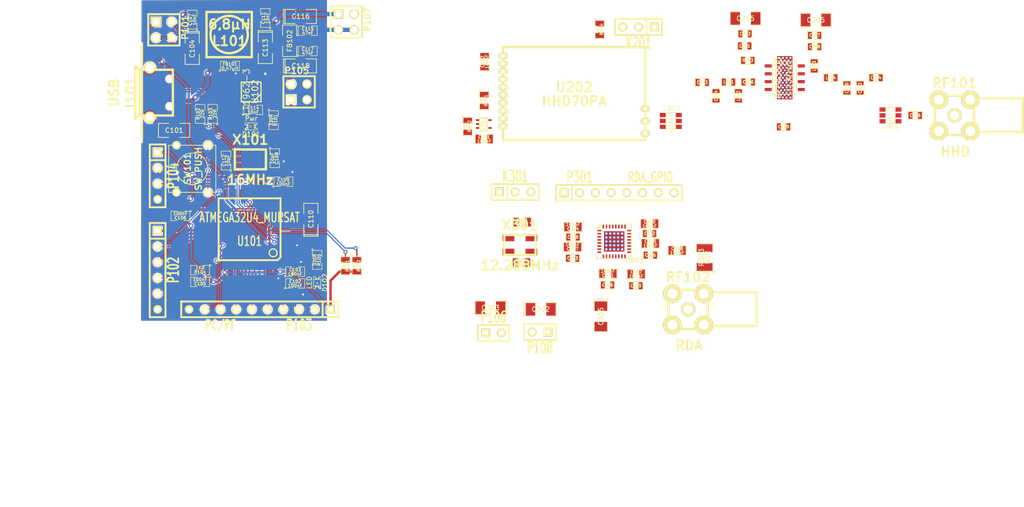
<source format=kicad_pcb>
(kicad_pcb (version 3) (host pcbnew "(2013-jul-07)-stable")

  (general
    (links 346)
    (no_connects 148)
    (area 79.571306 120.057334 245.579901 203.996011)
    (thickness 1.6)
    (drawings 3)
    (tracks 435)
    (zones 0)
    (modules 98)
    (nets 82)
  )

  (page A3)
  (title_block 
    (title comm)
    (rev 1)
    (company "mur.sat - A Space Art Project")
  )

  (layers
    (15 F.Cu signal)
    (0 B.Cu signal)
    (16 B.Adhes user)
    (17 F.Adhes user)
    (18 B.Paste user)
    (19 F.Paste user)
    (20 B.SilkS user)
    (21 F.SilkS user)
    (22 B.Mask user)
    (23 F.Mask user)
    (24 Dwgs.User user)
    (25 Cmts.User user)
    (26 Eco1.User user)
    (27 Eco2.User user)
    (28 Edge.Cuts user)
  )

  (setup
    (last_trace_width 0.701)
    (user_trace_width 0.2032)
    (user_trace_width 0.3988)
    (user_trace_width 0.701)
    (user_trace_width 1.0008)
    (user_trace_width 1.8009)
    (trace_clearance 0.1524)
    (zone_clearance 0.1524)
    (zone_45_only no)
    (trace_min 0.1524)
    (segment_width 0.2)
    (edge_width 0.1)
    (via_size 0.6502)
    (via_drill 0.3023)
    (via_min_size 0.5004)
    (via_min_drill 0.3023)
    (user_via 0.6502 0.3023)
    (user_via 0.7493 0.3988)
    (user_via 0.95 0.3988)
    (user_via 1.1989 0.4496)
    (user_via 1.999 0.5004)
    (uvia_size 0.508)
    (uvia_drill 0.127)
    (uvias_allowed no)
    (uvia_min_size 0.508)
    (uvia_min_drill 0.127)
    (pcb_text_width 0.3)
    (pcb_text_size 1.5 1.5)
    (mod_edge_width 0.15)
    (mod_text_size 1 1)
    (mod_text_width 0.15)
    (pad_size 1.5 1.5)
    (pad_drill 0.6)
    (pad_to_mask_clearance 0)
    (aux_axis_origin 0 0)
    (visible_elements 7FFFFFFF)
    (pcbplotparams
      (layerselection 3178497)
      (usegerberextensions true)
      (excludeedgelayer true)
      (linewidth 0.150000)
      (plotframeref false)
      (viasonmask false)
      (mode 1)
      (useauxorigin false)
      (hpglpennumber 1)
      (hpglpenspeed 20)
      (hpglpendiameter 15)
      (hpglpenoverlay 2)
      (psnegative false)
      (psa4output false)
      (plotreference true)
      (plotvalue true)
      (plotothertext true)
      (plotinvisibletext false)
      (padsonsilk false)
      (subtractmaskfromsilk false)
      (outputformat 1)
      (mirror false)
      (drillshape 1)
      (scaleselection 1)
      (outputdirectory ""))
  )

  (net 0 "")
  (net 1 /5V_PWR)
  (net 2 /5V_PWR_FLT)
  (net 3 /INT_PWR)
  (net 4 /PC6)
  (net 5 /PC7)
  (net 6 /PD4)
  (net 7 /PD5)
  (net 8 /PD6)
  (net 9 /PD7)
  (net 10 /PF0)
  (net 11 /PF1)
  (net 12 /PF4)
  (net 13 /PF5)
  (net 14 /PF6)
  (net 15 /PF7)
  (net 16 /RxD)
  (net 17 /TxD)
  (net 18 /USB_GND)
  (net 19 /USB_PWR)
  (net 20 /hhd70/HHD_CS)
  (net 21 /hhd70/HHD_GDO0)
  (net 22 /hhd70/HHD_GDO2)
  (net 23 /hhd70/HHD_HF)
  (net 24 /hhd70/HHD_MISO)
  (net 25 /hhd70/HHD_MOSI)
  (net 26 /hhd70/HHD_RXTX)
  (net 27 /hhd70/HHD_SCLK)
  (net 28 /hhd70/PA_PWR)
  (net 29 /hhd70/PA_TEMP)
  (net 30 /hhd70/RE)
  (net 31 /rda1846/RDA_HF)
  (net 32 /rda1846/RDA_IN)
  (net 33 /rda1846/RDA_OUT)
  (net 34 /rda1846/RDA_SCL)
  (net 35 /rda1846/RDA_SDA)
  (net 36 GND)
  (net 37 N-0000019)
  (net 38 N-0000020)
  (net 39 N-0000021)
  (net 40 N-0000022)
  (net 41 N-0000023)
  (net 42 N-0000024)
  (net 43 N-0000032)
  (net 44 N-0000033)
  (net 45 N-0000035)
  (net 46 N-0000036)
  (net 47 N-0000042)
  (net 48 N-0000043)
  (net 49 N-0000047)
  (net 50 N-0000049)
  (net 51 N-0000050)
  (net 52 N-0000051)
  (net 53 N-0000053)
  (net 54 N-0000055)
  (net 55 N-0000056)
  (net 56 N-0000057)
  (net 57 N-0000058)
  (net 58 N-0000059)
  (net 59 N-0000060)
  (net 60 N-0000061)
  (net 61 N-0000062)
  (net 62 N-0000063)
  (net 63 N-0000064)
  (net 64 N-0000065)
  (net 65 N-0000073)
  (net 66 N-0000074)
  (net 67 N-0000075)
  (net 68 N-0000076)
  (net 69 N-0000077)
  (net 70 N-0000078)
  (net 71 N-0000079)
  (net 72 N-0000080)
  (net 73 N-0000081)
  (net 74 N-0000082)
  (net 75 N-0000083)
  (net 76 N-0000084)
  (net 77 N-0000085)
  (net 78 N-0000086)
  (net 79 N-0000087)
  (net 80 N-0000088)
  (net 81 VCC)

  (net_class Default "Dies ist die voreingestellte Netzklasse."
    (clearance 0.1524)
    (trace_width 0.2032)
    (via_dia 0.6502)
    (via_drill 0.3023)
    (uvia_dia 0.508)
    (uvia_drill 0.127)
    (add_net "")
    (add_net /5V_PWR)
    (add_net /5V_PWR_FLT)
    (add_net /INT_PWR)
    (add_net /PC6)
    (add_net /PC7)
    (add_net /PD4)
    (add_net /PD5)
    (add_net /PD6)
    (add_net /PD7)
    (add_net /PF0)
    (add_net /PF1)
    (add_net /PF4)
    (add_net /PF5)
    (add_net /PF6)
    (add_net /PF7)
    (add_net /RxD)
    (add_net /TxD)
    (add_net /USB_GND)
    (add_net /USB_PWR)
    (add_net /hhd70/HHD_CS)
    (add_net /hhd70/HHD_GDO0)
    (add_net /hhd70/HHD_GDO2)
    (add_net /hhd70/HHD_HF)
    (add_net /hhd70/HHD_MISO)
    (add_net /hhd70/HHD_MOSI)
    (add_net /hhd70/HHD_RXTX)
    (add_net /hhd70/HHD_SCLK)
    (add_net /hhd70/PA_PWR)
    (add_net /hhd70/PA_TEMP)
    (add_net /hhd70/RE)
    (add_net /rda1846/RDA_HF)
    (add_net /rda1846/RDA_IN)
    (add_net /rda1846/RDA_OUT)
    (add_net /rda1846/RDA_SCL)
    (add_net /rda1846/RDA_SDA)
    (add_net GND)
    (add_net N-0000019)
    (add_net N-0000020)
    (add_net N-0000021)
    (add_net N-0000022)
    (add_net N-0000023)
    (add_net N-0000024)
    (add_net N-0000032)
    (add_net N-0000033)
    (add_net N-0000035)
    (add_net N-0000036)
    (add_net N-0000042)
    (add_net N-0000043)
    (add_net N-0000047)
    (add_net N-0000049)
    (add_net N-0000050)
    (add_net N-0000051)
    (add_net N-0000053)
    (add_net N-0000055)
    (add_net N-0000056)
    (add_net N-0000057)
    (add_net N-0000058)
    (add_net N-0000059)
    (add_net N-0000060)
    (add_net N-0000061)
    (add_net N-0000062)
    (add_net N-0000063)
    (add_net N-0000064)
    (add_net N-0000065)
    (add_net N-0000073)
    (add_net N-0000074)
    (add_net N-0000075)
    (add_net N-0000076)
    (add_net N-0000077)
    (add_net N-0000078)
    (add_net N-0000079)
    (add_net N-0000080)
    (add_net N-0000081)
    (add_net N-0000082)
    (add_net N-0000083)
    (add_net N-0000084)
    (add_net N-0000085)
    (add_net N-0000086)
    (add_net N-0000087)
    (add_net N-0000088)
    (add_net VCC)
  )

  (module we_coil_m (layer F.Cu) (tedit 4F73B89F) (tstamp 54DAB973)
    (at 116.967 125.73)
    (path /54DAA783)
    (fp_text reference L101 (at 0.0508 1.0414) (layer F.SilkS)
      (effects (font (size 1.524 1.524) (thickness 0.3048)))
    )
    (fp_text value 6,8µH (at 0.0508 -1.651) (layer F.SilkS)
      (effects (font (size 1.524 1.524) (thickness 0.3048)))
    )
    (fp_circle (center 0 0) (end 1.778 2.4384) (layer F.SilkS) (width 0.381))
    (fp_line (start -3.6576 -3.6576) (end 3.6576 -3.6576) (layer F.SilkS) (width 0.381))
    (fp_line (start 3.6576 -3.6576) (end 3.6576 3.6576) (layer F.SilkS) (width 0.381))
    (fp_line (start 3.6576 3.6576) (end -3.6576 3.6576) (layer F.SilkS) (width 0.381))
    (fp_line (start -3.6576 3.6576) (end -3.6576 -3.6576) (layer F.SilkS) (width 0.381))
    (pad 1 smd rect (at -2.99974 0) (size 1.99898 1.69926)
      (layers F.Cu F.Paste F.Mask)
      (net 1 /5V_PWR)
    )
    (pad 2 smd rect (at 2.99974 0) (size 1.99898 1.69926)
      (layers F.Cu F.Paste F.Mask)
      (net 2 /5V_PWR_FLT)
    )
  )

  (module USB_MICRO_AB (layer F.Cu) (tedit 520D1806) (tstamp 54DAB992)
    (at 102.87 135.128)
    (path /54DAA9CE)
    (fp_text reference J101 (at -1.80086 0.20066 90) (layer F.SilkS)
      (effects (font (size 1.524 1.524) (thickness 0.3048)))
    )
    (fp_text value USB (at -4.50088 0 90) (layer F.SilkS)
      (effects (font (size 1.524 1.524) (thickness 0.3048)))
    )
    (fp_line (start 0.8001 3.70078) (end 0.8001 4.30022) (layer F.SilkS) (width 0.381))
    (fp_line (start 0.8001 4.30022) (end 1.80086 4.30022) (layer F.SilkS) (width 0.381))
    (fp_line (start 1.80086 4.30022) (end 1.80086 3.79984) (layer F.SilkS) (width 0.381))
    (fp_line (start 0.8001 -3.79984) (end 0.8001 -4.30022) (layer F.SilkS) (width 0.381))
    (fp_line (start 0.8001 -4.30022) (end 1.80086 -4.30022) (layer F.SilkS) (width 0.381))
    (fp_line (start 1.80086 -4.30022) (end 1.80086 -3.70078) (layer F.SilkS) (width 0.381))
    (fp_line (start -0.50038 -3.70078) (end -1.09982 -4.30022) (layer F.SilkS) (width 0.381))
    (fp_line (start -1.09982 -4.30022) (end -1.09982 4.30022) (layer F.SilkS) (width 0.381))
    (fp_line (start -1.09982 4.30022) (end -0.50038 3.70078) (layer F.SilkS) (width 0.381))
    (fp_line (start 5.00126 -3.70078) (end 5.00126 3.70078) (layer F.SilkS) (width 0.381))
    (fp_line (start 5.00126 3.70078) (end -0.50038 3.70078) (layer F.SilkS) (width 0.381))
    (fp_line (start -0.50038 3.70078) (end -0.50038 -3.70078) (layer F.SilkS) (width 0.381))
    (fp_line (start -0.50038 -3.70078) (end 5.00126 -3.70078) (layer F.SilkS) (width 0.381))
    (fp_line (start 0 -8.001) (end 0 8.001) (layer F.SilkS) (width 0.381))
    (pad 5 smd rect (at 1.4605 1.15062) (size 1.89992 1.80086)
      (layers F.Cu F.Paste F.Mask)
      (net 46 N-0000036)
    )
    (pad 6 smd rect (at 1.4605 -1.15062) (size 1.89992 1.80086)
      (layers F.Cu F.Paste F.Mask)
      (net 46 N-0000036)
    )
    (pad 6 smd rect (at 1.28016 -3.4417) (size 1.89992 1.49098)
      (layers F.Cu F.Paste F.Mask)
      (net 46 N-0000036)
    )
    (pad 5 smd rect (at 1.28016 3.4417) (size 1.89992 1.49098)
      (layers F.Cu F.Paste F.Mask)
      (net 46 N-0000036)
    )
    (pad 6 thru_hole circle (at 1.28016 -4.0005) (size 1.89992 1.89992) (drill 1.30048)
      (layers *.Cu *.Mask F.SilkS)
      (net 46 N-0000036)
    )
    (pad 5 thru_hole circle (at 1.28016 4.0005) (size 1.89992 1.89992) (drill 1.30048)
      (layers *.Cu *.Mask F.SilkS)
      (net 46 N-0000036)
    )
    (pad "" np_thru_hole circle (at 4.46024 -2.22504) (size 0.8001 0.8001) (drill 0.8001)
      (layers *.Cu)
      (clearance 0.30226)
    )
    (pad "" np_thru_hole circle (at 4.46024 2.22504) (size 0.8001 0.8001) (drill 0.8001)
      (layers *.Cu)
      (clearance 0.30226)
    )
    (pad 3 smd rect (at 4.31038 0) (size 1.34874 0.39878)
      (layers F.Cu F.Paste F.Mask)
      (net 37 N-0000019)
      (clearance 0.09906)
    )
    (pad 2 smd rect (at 4.31038 -0.65024) (size 1.34874 0.39878)
      (layers F.Cu F.Paste F.Mask)
      (net 51 N-0000050)
      (clearance 0.09906)
    )
    (pad 1 smd rect (at 4.31038 -1.30048) (size 1.34874 0.39878)
      (layers F.Cu F.Paste F.Mask)
      (net 19 /USB_PWR)
      (clearance 0.09906)
    )
    (pad "" smd rect (at 4.31038 0.65024) (size 1.34874 0.39878)
      (layers F.Cu F.Paste F.Mask)
      (clearance 0.09906)
    )
    (pad 4 smd rect (at 4.31038 1.30048) (size 1.34874 0.39878)
      (layers F.Cu F.Paste F.Mask)
      (net 18 /USB_GND)
      (clearance 0.09906)
    )
  )

  (module TQFP44 (layer F.Cu) (tedit 200000) (tstamp 54DAB9C8)
    (at 120.269 157.226 180)
    (path /54DAA9D5)
    (attr smd)
    (fp_text reference U101 (at 0 -1.905 180) (layer F.SilkS)
      (effects (font (size 1.524 1.016) (thickness 0.2032)))
    )
    (fp_text value ATMEGA32U4_MURSAT (at 0 1.905 180) (layer F.SilkS)
      (effects (font (size 1.524 1.016) (thickness 0.2032)))
    )
    (fp_line (start 5.0038 -5.0038) (end 5.0038 5.0038) (layer F.SilkS) (width 0.3048))
    (fp_line (start 5.0038 5.0038) (end -5.0038 5.0038) (layer F.SilkS) (width 0.3048))
    (fp_line (start -5.0038 -4.5212) (end -5.0038 5.0038) (layer F.SilkS) (width 0.3048))
    (fp_line (start -4.5212 -5.0038) (end 5.0038 -5.0038) (layer F.SilkS) (width 0.3048))
    (fp_line (start -5.0038 -4.5212) (end -4.5212 -5.0038) (layer F.SilkS) (width 0.3048))
    (fp_circle (center -3.81 -3.81) (end -3.81 -3.175) (layer F.SilkS) (width 0.2032))
    (pad 39 smd rect (at 0 -5.715 180) (size 0.4064 1.524)
      (layers F.Cu F.Paste F.Mask)
      (net 12 /PF4)
    )
    (pad 40 smd rect (at -0.8001 -5.715 180) (size 0.4064 1.524)
      (layers F.Cu F.Paste F.Mask)
      (net 11 /PF1)
    )
    (pad 41 smd rect (at -1.6002 -5.715 180) (size 0.4064 1.524)
      (layers F.Cu F.Paste F.Mask)
      (net 10 /PF0)
    )
    (pad 42 smd rect (at -2.4003 -5.715 180) (size 0.4064 1.524)
      (layers F.Cu F.Paste F.Mask)
      (net 50 N-0000049)
    )
    (pad 43 smd rect (at -3.2004 -5.715 180) (size 0.4064 1.524)
      (layers F.Cu F.Paste F.Mask)
      (net 36 GND)
    )
    (pad 44 smd rect (at -4.0005 -5.715 180) (size 0.4064 1.524)
      (layers F.Cu F.Paste F.Mask)
      (net 81 VCC)
    )
    (pad 38 smd rect (at 0.8001 -5.715 180) (size 0.4064 1.524)
      (layers F.Cu F.Paste F.Mask)
      (net 13 /PF5)
    )
    (pad 37 smd rect (at 1.6002 -5.715 180) (size 0.4064 1.524)
      (layers F.Cu F.Paste F.Mask)
      (net 14 /PF6)
    )
    (pad 36 smd rect (at 2.4003 -5.715 180) (size 0.4064 1.524)
      (layers F.Cu F.Paste F.Mask)
      (net 15 /PF7)
    )
    (pad 35 smd rect (at 3.2004 -5.715 180) (size 0.4064 1.524)
      (layers F.Cu F.Paste F.Mask)
      (net 36 GND)
    )
    (pad 34 smd rect (at 4.0005 -5.715 180) (size 0.4064 1.524)
      (layers F.Cu F.Paste F.Mask)
      (net 81 VCC)
    )
    (pad 17 smd rect (at 0 5.715 180) (size 0.4064 1.524)
      (layers F.Cu F.Paste F.Mask)
      (net 40 N-0000022)
    )
    (pad 16 smd rect (at -0.8001 5.715 180) (size 0.4064 1.524)
      (layers F.Cu F.Paste F.Mask)
      (net 41 N-0000023)
    )
    (pad 15 smd rect (at -1.6002 5.715 180) (size 0.4064 1.524)
      (layers F.Cu F.Paste F.Mask)
      (net 36 GND)
    )
    (pad 14 smd rect (at -2.4003 5.715 180) (size 0.4064 1.524)
      (layers F.Cu F.Paste F.Mask)
      (net 81 VCC)
    )
    (pad 13 smd rect (at -3.2004 5.715 180) (size 0.4064 1.524)
      (layers F.Cu F.Paste F.Mask)
      (net 52 N-0000051)
    )
    (pad 12 smd rect (at -4.0005 5.715 180) (size 0.4064 1.524)
      (layers F.Cu F.Paste F.Mask)
      (net 26 /hhd70/HHD_RXTX)
    )
    (pad 18 smd rect (at 0.8001 5.715 180) (size 0.4064 1.524)
      (layers F.Cu F.Paste F.Mask)
      (net 34 /rda1846/RDA_SCL)
    )
    (pad 19 smd rect (at 1.6002 5.715 180) (size 0.4064 1.524)
      (layers F.Cu F.Paste F.Mask)
      (net 35 /rda1846/RDA_SDA)
    )
    (pad 20 smd rect (at 2.4003 5.715 180) (size 0.4064 1.524)
      (layers F.Cu F.Paste F.Mask)
      (net 16 /RxD)
    )
    (pad 21 smd rect (at 3.2004 5.715 180) (size 0.4064 1.524)
      (layers F.Cu F.Paste F.Mask)
      (net 17 /TxD)
    )
    (pad 22 smd rect (at 4.0005 5.715 180) (size 0.4064 1.524)
      (layers F.Cu F.Paste F.Mask)
      (net 7 /PD5)
    )
    (pad 6 smd rect (at -5.715 0 180) (size 1.524 0.4064)
      (layers F.Cu F.Paste F.Mask)
      (net 39 N-0000021)
    )
    (pad 28 smd rect (at 5.715 0 180) (size 1.524 0.4064)
      (layers F.Cu F.Paste F.Mask)
      (net 21 /hhd70/HHD_GDO0)
    )
    (pad 7 smd rect (at -5.715 0.8001 180) (size 1.524 0.4064)
      (layers F.Cu F.Paste F.Mask)
      (net 19 /USB_PWR)
    )
    (pad 27 smd rect (at 5.715 0.8001 180) (size 1.524 0.4064)
      (layers F.Cu F.Paste F.Mask)
      (net 9 /PD7)
    )
    (pad 26 smd rect (at 5.715 1.6002 180) (size 1.524 0.4064)
      (layers F.Cu F.Paste F.Mask)
      (net 8 /PD6)
    )
    (pad 8 smd rect (at -5.715 1.6002 180) (size 1.524 0.4064)
      (layers F.Cu F.Paste F.Mask)
      (net 20 /hhd70/HHD_CS)
    )
    (pad 9 smd rect (at -5.715 2.4003 180) (size 1.524 0.4064)
      (layers F.Cu F.Paste F.Mask)
      (net 27 /hhd70/HHD_SCLK)
    )
    (pad 25 smd rect (at 5.715 2.4003 180) (size 1.524 0.4064)
      (layers F.Cu F.Paste F.Mask)
      (net 6 /PD4)
    )
    (pad 24 smd rect (at 5.715 3.2004 180) (size 1.524 0.4064)
      (layers F.Cu F.Paste F.Mask)
      (net 81 VCC)
    )
    (pad 10 smd rect (at -5.715 3.2004 180) (size 1.524 0.4064)
      (layers F.Cu F.Paste F.Mask)
      (net 25 /hhd70/HHD_MOSI)
    )
    (pad 11 smd rect (at -5.715 4.0005 180) (size 1.524 0.4064)
      (layers F.Cu F.Paste F.Mask)
      (net 24 /hhd70/HHD_MISO)
    )
    (pad 23 smd rect (at 5.715 4.0005 180) (size 1.524 0.4064)
      (layers F.Cu F.Paste F.Mask)
      (net 36 GND)
    )
    (pad 29 smd rect (at 5.715 -0.8001 180) (size 1.524 0.4064)
      (layers F.Cu F.Paste F.Mask)
      (net 22 /hhd70/HHD_GDO2)
    )
    (pad 5 smd rect (at -5.715 -0.8001 180) (size 1.524 0.4064)
      (layers F.Cu F.Paste F.Mask)
      (net 36 GND)
    )
    (pad 4 smd rect (at -5.715 -1.6002 180) (size 1.524 0.4064)
      (layers F.Cu F.Paste F.Mask)
      (net 43 N-0000032)
    )
    (pad 30 smd rect (at 5.715 -1.6002 180) (size 1.524 0.4064)
      (layers F.Cu F.Paste F.Mask)
      (net 29 /hhd70/PA_TEMP)
    )
    (pad 31 smd rect (at 5.715 -2.4003 180) (size 1.524 0.4064)
      (layers F.Cu F.Paste F.Mask)
      (net 4 /PC6)
    )
    (pad 3 smd rect (at -5.715 -2.4003 180) (size 1.524 0.4064)
      (layers F.Cu F.Paste F.Mask)
      (net 44 N-0000033)
    )
    (pad 2 smd rect (at -5.715 -3.2004 180) (size 1.524 0.4064)
      (layers F.Cu F.Paste F.Mask)
      (net 19 /USB_PWR)
    )
    (pad 32 smd rect (at 5.715 -3.2004 180) (size 1.524 0.4064)
      (layers F.Cu F.Paste F.Mask)
      (net 5 /PC7)
    )
    (pad 33 smd rect (at 5.715 -4.0005 180) (size 1.524 0.4064)
      (layers F.Cu F.Paste F.Mask)
      (net 38 N-0000020)
    )
    (pad 1 smd rect (at -5.715 -4.0005 180) (size 1.524 0.4064)
      (layers F.Cu F.Paste F.Mask)
      (net 49 N-0000047)
    )
  )

  (module TE_SMA_RE (layer F.Cu) (tedit 4F73ABC4) (tstamp 54DAB9D8)
    (at 234.188 138.811)
    (path /54DAAFA1)
    (fp_text reference RF101 (at 0 -5.207) (layer F.SilkS)
      (effects (font (size 1.524 1.524) (thickness 0.3048)))
    )
    (fp_text value HHD (at 0.127 5.842) (layer F.SilkS)
      (effects (font (size 1.524 1.524) (thickness 0.3048)))
    )
    (fp_line (start 3.2004 -2.7432) (end 11.049 -2.7432) (layer F.SilkS) (width 0.381))
    (fp_line (start 11.049 -2.7432) (end 11.049 2.7178) (layer F.SilkS) (width 0.381))
    (fp_line (start 11.049 2.7178) (end 3.175 2.7178) (layer F.SilkS) (width 0.381))
    (fp_line (start -3.175 -3.175) (end 3.175 -3.175) (layer F.SilkS) (width 0.381))
    (fp_line (start 3.175 -3.175) (end 3.175 3.175) (layer F.SilkS) (width 0.381))
    (fp_line (start 3.175 3.175) (end -3.175 3.175) (layer F.SilkS) (width 0.381))
    (fp_line (start -3.175 3.175) (end -3.175 -3.175) (layer F.SilkS) (width 0.381))
    (pad 1 thru_hole circle (at -2.54 -2.54) (size 2.99974 2.99974) (drill 1.6002)
      (layers *.Cu *.Mask F.SilkS)
      (net 36 GND)
    )
    (pad 2 thru_hole circle (at 2.54 -2.54) (size 2.99974 2.99974) (drill 1.6002)
      (layers *.Cu *.Mask F.SilkS)
      (net 36 GND)
    )
    (pad 3 thru_hole circle (at 2.54 2.54) (size 2.99974 2.99974) (drill 1.6002)
      (layers *.Cu *.Mask F.SilkS)
      (net 36 GND)
    )
    (pad 4 thru_hole circle (at -2.54 2.54) (size 2.99974 2.99974) (drill 1.6002)
      (layers *.Cu *.Mask F.SilkS)
      (net 36 GND)
    )
    (pad 5 thru_hole circle (at 0 0) (size 2.30124 2.30124) (drill 1.50114)
      (layers *.Cu *.Mask F.SilkS)
      (net 23 /hhd70/HHD_HF)
    )
  )

  (module TE_SMA_RE (layer F.Cu) (tedit 4F73ABC4) (tstamp 54DAB9E8)
    (at 191.135 170.18)
    (path /54DAB002)
    (fp_text reference RF102 (at 0 -5.207) (layer F.SilkS)
      (effects (font (size 1.524 1.524) (thickness 0.3048)))
    )
    (fp_text value RDA (at 0.127 5.842) (layer F.SilkS)
      (effects (font (size 1.524 1.524) (thickness 0.3048)))
    )
    (fp_line (start 3.2004 -2.7432) (end 11.049 -2.7432) (layer F.SilkS) (width 0.381))
    (fp_line (start 11.049 -2.7432) (end 11.049 2.7178) (layer F.SilkS) (width 0.381))
    (fp_line (start 11.049 2.7178) (end 3.175 2.7178) (layer F.SilkS) (width 0.381))
    (fp_line (start -3.175 -3.175) (end 3.175 -3.175) (layer F.SilkS) (width 0.381))
    (fp_line (start 3.175 -3.175) (end 3.175 3.175) (layer F.SilkS) (width 0.381))
    (fp_line (start 3.175 3.175) (end -3.175 3.175) (layer F.SilkS) (width 0.381))
    (fp_line (start -3.175 3.175) (end -3.175 -3.175) (layer F.SilkS) (width 0.381))
    (pad 1 thru_hole circle (at -2.54 -2.54) (size 2.99974 2.99974) (drill 1.6002)
      (layers *.Cu *.Mask F.SilkS)
      (net 36 GND)
    )
    (pad 2 thru_hole circle (at 2.54 -2.54) (size 2.99974 2.99974) (drill 1.6002)
      (layers *.Cu *.Mask F.SilkS)
      (net 36 GND)
    )
    (pad 3 thru_hole circle (at 2.54 2.54) (size 2.99974 2.99974) (drill 1.6002)
      (layers *.Cu *.Mask F.SilkS)
      (net 36 GND)
    )
    (pad 4 thru_hole circle (at -2.54 2.54) (size 2.99974 2.99974) (drill 1.6002)
      (layers *.Cu *.Mask F.SilkS)
      (net 36 GND)
    )
    (pad 5 thru_hole circle (at 0 0) (size 2.30124 2.30124) (drill 1.50114)
      (layers *.Cu *.Mask F.SilkS)
      (net 31 /rda1846/RDA_HF)
    )
  )

  (module SW_PUSH_SMALL (layer F.Cu) (tedit 46544DB3) (tstamp 54DAB9F5)
    (at 110.998 147.447 90)
    (path /54DAA938)
    (fp_text reference SW101 (at 0 -0.762 90) (layer F.SilkS)
      (effects (font (size 1.016 1.016) (thickness 0.2032)))
    )
    (fp_text value SW_PUSH (at 0 1.016 90) (layer F.SilkS)
      (effects (font (size 1.016 1.016) (thickness 0.2032)))
    )
    (fp_circle (center 0 0) (end 0 -2.54) (layer F.SilkS) (width 0.127))
    (fp_line (start -3.81 -3.81) (end 3.81 -3.81) (layer F.SilkS) (width 0.127))
    (fp_line (start 3.81 -3.81) (end 3.81 3.81) (layer F.SilkS) (width 0.127))
    (fp_line (start 3.81 3.81) (end -3.81 3.81) (layer F.SilkS) (width 0.127))
    (fp_line (start -3.81 -3.81) (end -3.81 3.81) (layer F.SilkS) (width 0.127))
    (pad 1 thru_hole circle (at 3.81 -2.54 90) (size 1.397 1.397) (drill 0.8128)
      (layers *.Cu *.Mask F.SilkS)
      (net 36 GND)
    )
    (pad 2 thru_hole circle (at 3.81 2.54 90) (size 1.397 1.397) (drill 0.8128)
      (layers *.Cu *.Mask F.SilkS)
      (net 52 N-0000051)
    )
    (pad 1 thru_hole circle (at -3.81 -2.54 90) (size 1.397 1.397) (drill 0.8128)
      (layers *.Cu *.Mask F.SilkS)
      (net 36 GND)
    )
    (pad 2 thru_hole circle (at -3.81 2.54 90) (size 1.397 1.397) (drill 0.8128)
      (layers *.Cu *.Mask F.SilkS)
      (net 52 N-0000051)
    )
  )

  (module SOT353 (layer F.Cu) (tedit 503FB44B) (tstamp 54DABA02)
    (at 158.115 140.208)
    (descr SOT353)
    (path /54DA8D44/502BE21D)
    (attr smd)
    (fp_text reference U201 (at 0.09906 0 90) (layer F.SilkS)
      (effects (font (size 0.762 0.635) (thickness 0.127)))
    )
    (fp_text value NL17ST04 (at 0.09906 0 90) (layer F.SilkS) hide
      (effects (font (size 0.762 0.635) (thickness 0.127)))
    )
    (fp_line (start 0.635 1.016) (end 0.635 -1.016) (layer F.SilkS) (width 0.1524))
    (fp_line (start 0.635 -1.016) (end -0.635 -1.016) (layer F.SilkS) (width 0.1524))
    (fp_line (start -0.635 -1.016) (end -0.635 1.016) (layer F.SilkS) (width 0.1524))
    (fp_line (start -0.635 1.016) (end 0.635 1.016) (layer F.SilkS) (width 0.1524))
    (pad 1 smd rect (at -1.016 -0.635) (size 0.508 0.3048)
      (layers F.Cu F.Paste F.Mask)
    )
    (pad 3 smd rect (at -1.016 0.635) (size 0.508 0.3048)
      (layers F.Cu F.Paste F.Mask)
      (net 36 GND)
    )
    (pad 5 smd rect (at 1.016 -0.635) (size 0.508 0.3048)
      (layers F.Cu F.Paste F.Mask)
      (net 81 VCC)
    )
    (pad 2 smd rect (at -1.016 0) (size 0.508 0.3048)
      (layers F.Cu F.Paste F.Mask)
      (net 26 /hhd70/HHD_RXTX)
    )
    (pad 4 smd rect (at 1.016 0.635) (size 0.508 0.3048)
      (layers F.Cu F.Paste F.Mask)
      (net 30 /hhd70/RE)
    )
    (model smd/SOT23_5.wrl
      (at (xyz 0 0 0))
      (scale (xyz 0.07000000000000001 0.09 0.08))
      (rotate (xyz 0 0 90))
    )
  )

  (module SOT23_6 (layer F.Cu) (tedit 4ECF791C) (tstamp 54DABA11)
    (at 188.341 139.7 90)
    (path /54DA8D44/50340857)
    (fp_text reference U203 (at 1.99898 0 180) (layer F.SilkS)
      (effects (font (size 0.762 0.762) (thickness 0.0762)))
    )
    (fp_text value AS193-73 (at 0.0635 0 90) (layer F.SilkS)
      (effects (font (size 0.50038 0.50038) (thickness 0.0762)))
    )
    (fp_line (start -0.508 0.762) (end -1.27 0.254) (layer F.SilkS) (width 0.127))
    (fp_line (start 1.27 0.762) (end -1.3335 0.762) (layer F.SilkS) (width 0.127))
    (fp_line (start -1.3335 0.762) (end -1.3335 -0.762) (layer F.SilkS) (width 0.127))
    (fp_line (start -1.3335 -0.762) (end 1.27 -0.762) (layer F.SilkS) (width 0.127))
    (fp_line (start 1.27 -0.762) (end 1.27 0.762) (layer F.SilkS) (width 0.127))
    (pad 6 smd rect (at -0.9525 -1.27 90) (size 0.70104 1.00076)
      (layers F.Cu F.Paste F.Mask)
      (net 30 /hhd70/RE)
    )
    (pad 5 smd rect (at 0 -1.27 90) (size 0.70104 1.00076)
      (layers F.Cu F.Paste F.Mask)
      (net 53 N-0000053)
    )
    (pad 4 smd rect (at 0.9525 -1.27 90) (size 0.70104 1.00076)
      (layers F.Cu F.Paste F.Mask)
      (net 26 /hhd70/HHD_RXTX)
    )
    (pad 3 smd rect (at 0.9525 1.27 90) (size 0.70104 1.00076)
      (layers F.Cu F.Paste F.Mask)
      (net 64 N-0000065)
    )
    (pad 2 smd rect (at 0 1.27 90) (size 0.70104 1.00076)
      (layers F.Cu F.Paste F.Mask)
      (net 36 GND)
    )
    (pad 1 smd rect (at -0.9525 1.27 90) (size 0.70104 1.00076)
      (layers F.Cu F.Paste F.Mask)
      (net 63 N-0000064)
    )
    (model smd/SOT23_6.wrl
      (at (xyz 0 0 0))
      (scale (xyz 0.11 0.11 0.11))
      (rotate (xyz 0 0 0))
    )
  )

  (module SOT23_6 (layer F.Cu) (tedit 4ECF791C) (tstamp 54DABA20)
    (at 223.8375 138.811 270)
    (path /54DA8D44/502BA760)
    (fp_text reference U205 (at 1.99898 0 360) (layer F.SilkS)
      (effects (font (size 0.762 0.762) (thickness 0.0762)))
    )
    (fp_text value AS193-73 (at 0.0635 0 270) (layer F.SilkS)
      (effects (font (size 0.50038 0.50038) (thickness 0.0762)))
    )
    (fp_line (start -0.508 0.762) (end -1.27 0.254) (layer F.SilkS) (width 0.127))
    (fp_line (start 1.27 0.762) (end -1.3335 0.762) (layer F.SilkS) (width 0.127))
    (fp_line (start -1.3335 0.762) (end -1.3335 -0.762) (layer F.SilkS) (width 0.127))
    (fp_line (start -1.3335 -0.762) (end 1.27 -0.762) (layer F.SilkS) (width 0.127))
    (fp_line (start 1.27 -0.762) (end 1.27 0.762) (layer F.SilkS) (width 0.127))
    (pad 6 smd rect (at -0.9525 -1.27 270) (size 0.70104 1.00076)
      (layers F.Cu F.Paste F.Mask)
      (net 30 /hhd70/RE)
    )
    (pad 5 smd rect (at 0 -1.27 270) (size 0.70104 1.00076)
      (layers F.Cu F.Paste F.Mask)
      (net 54 N-0000055)
    )
    (pad 4 smd rect (at 0.9525 -1.27 270) (size 0.70104 1.00076)
      (layers F.Cu F.Paste F.Mask)
      (net 26 /hhd70/HHD_RXTX)
    )
    (pad 3 smd rect (at 0.9525 1.27 270) (size 0.70104 1.00076)
      (layers F.Cu F.Paste F.Mask)
      (net 56 N-0000057)
    )
    (pad 2 smd rect (at 0 1.27 270) (size 0.70104 1.00076)
      (layers F.Cu F.Paste F.Mask)
      (net 36 GND)
    )
    (pad 1 smd rect (at -0.9525 1.27 270) (size 0.70104 1.00076)
      (layers F.Cu F.Paste F.Mask)
      (net 58 N-0000059)
    )
    (model smd/SOT23_6.wrl
      (at (xyz 0 0 0))
      (scale (xyz 0.11 0.11 0.11))
      (rotate (xyz 0 0 0))
    )
  )

  (module SM1210 (layer F.Cu) (tedit 42806E94) (tstamp 54DABA2D)
    (at 193.802 161.798 90)
    (tags "CMS SM")
    (path /54DA9306/50D39A23)
    (attr smd)
    (fp_text reference R303 (at 0 -0.508 90) (layer F.SilkS)
      (effects (font (size 0.762 0.762) (thickness 0.127)))
    )
    (fp_text value 50R (at 0 0.508 90) (layer F.SilkS)
      (effects (font (size 0.762 0.762) (thickness 0.127)))
    )
    (fp_circle (center -2.413 1.524) (end -2.286 1.397) (layer F.SilkS) (width 0.127))
    (fp_line (start -0.762 -1.397) (end -2.286 -1.397) (layer F.SilkS) (width 0.127))
    (fp_line (start -2.286 -1.397) (end -2.286 1.397) (layer F.SilkS) (width 0.127))
    (fp_line (start -2.286 1.397) (end -0.762 1.397) (layer F.SilkS) (width 0.127))
    (fp_line (start 0.762 1.397) (end 2.286 1.397) (layer F.SilkS) (width 0.127))
    (fp_line (start 2.286 1.397) (end 2.286 -1.397) (layer F.SilkS) (width 0.127))
    (fp_line (start 2.286 -1.397) (end 0.762 -1.397) (layer F.SilkS) (width 0.127))
    (pad 1 smd rect (at -1.524 0 90) (size 1.27 2.54)
      (layers F.Cu F.Paste F.Mask)
      (net 36 GND)
    )
    (pad 2 smd rect (at 1.524 0 90) (size 1.27 2.54)
      (layers F.Cu F.Paste F.Mask)
      (net 65 N-0000073)
    )
    (model smd/chip_cms.wrl
      (at (xyz 0 0 0))
      (scale (xyz 0.17 0.2 0.17))
      (rotate (xyz 0 0 0))
    )
  )

  (module SM1206POL (layer F.Cu) (tedit 42806E4C) (tstamp 54DABA3C)
    (at 128.524 122.809)
    (path /54DAA744)
    (attr smd)
    (fp_text reference C116 (at 0 0) (layer F.SilkS)
      (effects (font (size 0.762 0.762) (thickness 0.127)))
    )
    (fp_text value 10µF (at 0 0) (layer F.SilkS) hide
      (effects (font (size 0.762 0.762) (thickness 0.127)))
    )
    (fp_line (start -2.54 -1.143) (end -2.794 -1.143) (layer F.SilkS) (width 0.127))
    (fp_line (start -2.794 -1.143) (end -2.794 1.143) (layer F.SilkS) (width 0.127))
    (fp_line (start -2.794 1.143) (end -2.54 1.143) (layer F.SilkS) (width 0.127))
    (fp_line (start -2.54 -1.143) (end -2.54 1.143) (layer F.SilkS) (width 0.127))
    (fp_line (start -2.54 1.143) (end -0.889 1.143) (layer F.SilkS) (width 0.127))
    (fp_line (start 0.889 -1.143) (end 2.54 -1.143) (layer F.SilkS) (width 0.127))
    (fp_line (start 2.54 -1.143) (end 2.54 1.143) (layer F.SilkS) (width 0.127))
    (fp_line (start 2.54 1.143) (end 0.889 1.143) (layer F.SilkS) (width 0.127))
    (fp_line (start -0.889 -1.143) (end -2.54 -1.143) (layer F.SilkS) (width 0.127))
    (pad 1 smd rect (at -1.651 0) (size 1.524 2.032)
      (layers F.Cu F.Paste F.Mask)
      (net 48 N-0000043)
    )
    (pad 2 smd rect (at 1.651 0) (size 1.524 2.032)
      (layers F.Cu F.Paste F.Mask)
      (net 36 GND)
    )
    (model smd/chip_cms_pol.wrl
      (at (xyz 0 0 0))
      (scale (xyz 0.17 0.16 0.16))
      (rotate (xyz 0 0 0))
    )
  )

  (module SM1206POL (layer F.Cu) (tedit 42806E4C) (tstamp 54DABA4B)
    (at 110.998 128.016 270)
    (path /54DAA76B)
    (attr smd)
    (fp_text reference C104 (at 0 0 270) (layer F.SilkS)
      (effects (font (size 0.762 0.762) (thickness 0.127)))
    )
    (fp_text value 4,7µF (at 0 0 270) (layer F.SilkS) hide
      (effects (font (size 0.762 0.762) (thickness 0.127)))
    )
    (fp_line (start -2.54 -1.143) (end -2.794 -1.143) (layer F.SilkS) (width 0.127))
    (fp_line (start -2.794 -1.143) (end -2.794 1.143) (layer F.SilkS) (width 0.127))
    (fp_line (start -2.794 1.143) (end -2.54 1.143) (layer F.SilkS) (width 0.127))
    (fp_line (start -2.54 -1.143) (end -2.54 1.143) (layer F.SilkS) (width 0.127))
    (fp_line (start -2.54 1.143) (end -0.889 1.143) (layer F.SilkS) (width 0.127))
    (fp_line (start 0.889 -1.143) (end 2.54 -1.143) (layer F.SilkS) (width 0.127))
    (fp_line (start 2.54 -1.143) (end 2.54 1.143) (layer F.SilkS) (width 0.127))
    (fp_line (start 2.54 1.143) (end 0.889 1.143) (layer F.SilkS) (width 0.127))
    (fp_line (start -0.889 -1.143) (end -2.54 -1.143) (layer F.SilkS) (width 0.127))
    (pad 1 smd rect (at -1.651 0 270) (size 1.524 2.032)
      (layers F.Cu F.Paste F.Mask)
      (net 1 /5V_PWR)
    )
    (pad 2 smd rect (at 1.651 0 270) (size 1.524 2.032)
      (layers F.Cu F.Paste F.Mask)
      (net 18 /USB_GND)
    )
    (model smd/chip_cms_pol.wrl
      (at (xyz 0 0 0))
      (scale (xyz 0.17 0.16 0.16))
      (rotate (xyz 0 0 0))
    )
  )

  (module SM1206POL (layer F.Cu) (tedit 42806E4C) (tstamp 54DABA5A)
    (at 122.809 127.889 270)
    (path /54DAA771)
    (attr smd)
    (fp_text reference C113 (at 0 0 270) (layer F.SilkS)
      (effects (font (size 0.762 0.762) (thickness 0.127)))
    )
    (fp_text value 4,7µF (at 0 0 270) (layer F.SilkS) hide
      (effects (font (size 0.762 0.762) (thickness 0.127)))
    )
    (fp_line (start -2.54 -1.143) (end -2.794 -1.143) (layer F.SilkS) (width 0.127))
    (fp_line (start -2.794 -1.143) (end -2.794 1.143) (layer F.SilkS) (width 0.127))
    (fp_line (start -2.794 1.143) (end -2.54 1.143) (layer F.SilkS) (width 0.127))
    (fp_line (start -2.54 -1.143) (end -2.54 1.143) (layer F.SilkS) (width 0.127))
    (fp_line (start -2.54 1.143) (end -0.889 1.143) (layer F.SilkS) (width 0.127))
    (fp_line (start 0.889 -1.143) (end 2.54 -1.143) (layer F.SilkS) (width 0.127))
    (fp_line (start 2.54 -1.143) (end 2.54 1.143) (layer F.SilkS) (width 0.127))
    (fp_line (start 2.54 1.143) (end 0.889 1.143) (layer F.SilkS) (width 0.127))
    (fp_line (start -0.889 -1.143) (end -2.54 -1.143) (layer F.SilkS) (width 0.127))
    (pad 1 smd rect (at -1.651 0 270) (size 1.524 2.032)
      (layers F.Cu F.Paste F.Mask)
      (net 2 /5V_PWR_FLT)
    )
    (pad 2 smd rect (at 1.651 0 270) (size 1.524 2.032)
      (layers F.Cu F.Paste F.Mask)
      (net 36 GND)
    )
    (model smd/chip_cms_pol.wrl
      (at (xyz 0 0 0))
      (scale (xyz 0.17 0.16 0.16))
      (rotate (xyz 0 0 0))
    )
  )

  (module SM1206POL (layer F.Cu) (tedit 42806E4C) (tstamp 54DABA69)
    (at 159.1945 169.926 180)
    (path /54DA9306/50D39D8A)
    (attr smd)
    (fp_text reference C303 (at 0 0 180) (layer F.SilkS)
      (effects (font (size 0.762 0.762) (thickness 0.127)))
    )
    (fp_text value 47µF (at 0 0 180) (layer F.SilkS) hide
      (effects (font (size 0.762 0.762) (thickness 0.127)))
    )
    (fp_line (start -2.54 -1.143) (end -2.794 -1.143) (layer F.SilkS) (width 0.127))
    (fp_line (start -2.794 -1.143) (end -2.794 1.143) (layer F.SilkS) (width 0.127))
    (fp_line (start -2.794 1.143) (end -2.54 1.143) (layer F.SilkS) (width 0.127))
    (fp_line (start -2.54 -1.143) (end -2.54 1.143) (layer F.SilkS) (width 0.127))
    (fp_line (start -2.54 1.143) (end -0.889 1.143) (layer F.SilkS) (width 0.127))
    (fp_line (start 0.889 -1.143) (end 2.54 -1.143) (layer F.SilkS) (width 0.127))
    (fp_line (start 2.54 -1.143) (end 2.54 1.143) (layer F.SilkS) (width 0.127))
    (fp_line (start 2.54 1.143) (end 0.889 1.143) (layer F.SilkS) (width 0.127))
    (fp_line (start -0.889 -1.143) (end -2.54 -1.143) (layer F.SilkS) (width 0.127))
    (pad 1 smd rect (at -1.651 0 180) (size 1.524 2.032)
      (layers F.Cu F.Paste F.Mask)
      (net 33 /rda1846/RDA_OUT)
    )
    (pad 2 smd rect (at 1.651 0 180) (size 1.524 2.032)
      (layers F.Cu F.Paste F.Mask)
      (net 67 N-0000075)
    )
    (model smd/chip_cms_pol.wrl
      (at (xyz 0 0 0))
      (scale (xyz 0.17 0.16 0.16))
      (rotate (xyz 0 0 0))
    )
  )

  (module SM1206POL (layer F.Cu) (tedit 42806E4C) (tstamp 54DABA78)
    (at 167.3225 170.18)
    (path /54DA9306/50D39D7A)
    (attr smd)
    (fp_text reference C302 (at 0 0) (layer F.SilkS)
      (effects (font (size 0.762 0.762) (thickness 0.127)))
    )
    (fp_text value 47µF (at 0 0) (layer F.SilkS) hide
      (effects (font (size 0.762 0.762) (thickness 0.127)))
    )
    (fp_line (start -2.54 -1.143) (end -2.794 -1.143) (layer F.SilkS) (width 0.127))
    (fp_line (start -2.794 -1.143) (end -2.794 1.143) (layer F.SilkS) (width 0.127))
    (fp_line (start -2.794 1.143) (end -2.54 1.143) (layer F.SilkS) (width 0.127))
    (fp_line (start -2.54 -1.143) (end -2.54 1.143) (layer F.SilkS) (width 0.127))
    (fp_line (start -2.54 1.143) (end -0.889 1.143) (layer F.SilkS) (width 0.127))
    (fp_line (start 0.889 -1.143) (end 2.54 -1.143) (layer F.SilkS) (width 0.127))
    (fp_line (start 2.54 -1.143) (end 2.54 1.143) (layer F.SilkS) (width 0.127))
    (fp_line (start 2.54 1.143) (end 0.889 1.143) (layer F.SilkS) (width 0.127))
    (fp_line (start -0.889 -1.143) (end -2.54 -1.143) (layer F.SilkS) (width 0.127))
    (pad 1 smd rect (at -1.651 0) (size 1.524 2.032)
      (layers F.Cu F.Paste F.Mask)
      (net 32 /rda1846/RDA_IN)
    )
    (pad 2 smd rect (at 1.651 0) (size 1.524 2.032)
      (layers F.Cu F.Paste F.Mask)
      (net 66 N-0000074)
    )
    (model smd/chip_cms_pol.wrl
      (at (xyz 0 0 0))
      (scale (xyz 0.17 0.16 0.16))
      (rotate (xyz 0 0 0))
    )
  )

  (module SM1206POL (layer F.Cu) (tedit 42806E4C) (tstamp 54DABA87)
    (at 177.038 171.323 270)
    (path /54DA9306/50D39C7F)
    (attr smd)
    (fp_text reference C305 (at 0 0 270) (layer F.SilkS)
      (effects (font (size 0.762 0.762) (thickness 0.127)))
    )
    (fp_text value 47µF (at 0 0 270) (layer F.SilkS) hide
      (effects (font (size 0.762 0.762) (thickness 0.127)))
    )
    (fp_line (start -2.54 -1.143) (end -2.794 -1.143) (layer F.SilkS) (width 0.127))
    (fp_line (start -2.794 -1.143) (end -2.794 1.143) (layer F.SilkS) (width 0.127))
    (fp_line (start -2.794 1.143) (end -2.54 1.143) (layer F.SilkS) (width 0.127))
    (fp_line (start -2.54 -1.143) (end -2.54 1.143) (layer F.SilkS) (width 0.127))
    (fp_line (start -2.54 1.143) (end -0.889 1.143) (layer F.SilkS) (width 0.127))
    (fp_line (start 0.889 -1.143) (end 2.54 -1.143) (layer F.SilkS) (width 0.127))
    (fp_line (start 2.54 -1.143) (end 2.54 1.143) (layer F.SilkS) (width 0.127))
    (fp_line (start 2.54 1.143) (end 0.889 1.143) (layer F.SilkS) (width 0.127))
    (fp_line (start -0.889 -1.143) (end -2.54 -1.143) (layer F.SilkS) (width 0.127))
    (pad 1 smd rect (at -1.651 0 270) (size 1.524 2.032)
      (layers F.Cu F.Paste F.Mask)
      (net 79 N-0000087)
    )
    (pad 2 smd rect (at 1.651 0 270) (size 1.524 2.032)
      (layers F.Cu F.Paste F.Mask)
      (net 36 GND)
    )
    (model smd/chip_cms_pol.wrl
      (at (xyz 0 0 0))
      (scale (xyz 0.17 0.16 0.16))
      (rotate (xyz 0 0 0))
    )
  )

  (module SM1206POL (layer F.Cu) (tedit 42806E4C) (tstamp 54DABA96)
    (at 130.175 155.575 90)
    (path /54DAA91A)
    (attr smd)
    (fp_text reference C110 (at 0 0 90) (layer F.SilkS)
      (effects (font (size 0.762 0.762) (thickness 0.127)))
    )
    (fp_text value 1µF (at 0 0 90) (layer F.SilkS) hide
      (effects (font (size 0.762 0.762) (thickness 0.127)))
    )
    (fp_line (start -2.54 -1.143) (end -2.794 -1.143) (layer F.SilkS) (width 0.127))
    (fp_line (start -2.794 -1.143) (end -2.794 1.143) (layer F.SilkS) (width 0.127))
    (fp_line (start -2.794 1.143) (end -2.54 1.143) (layer F.SilkS) (width 0.127))
    (fp_line (start -2.54 -1.143) (end -2.54 1.143) (layer F.SilkS) (width 0.127))
    (fp_line (start -2.54 1.143) (end -0.889 1.143) (layer F.SilkS) (width 0.127))
    (fp_line (start 0.889 -1.143) (end 2.54 -1.143) (layer F.SilkS) (width 0.127))
    (fp_line (start 2.54 -1.143) (end 2.54 1.143) (layer F.SilkS) (width 0.127))
    (fp_line (start 2.54 1.143) (end 0.889 1.143) (layer F.SilkS) (width 0.127))
    (fp_line (start -0.889 -1.143) (end -2.54 -1.143) (layer F.SilkS) (width 0.127))
    (pad 1 smd rect (at -1.651 0 90) (size 1.524 2.032)
      (layers F.Cu F.Paste F.Mask)
      (net 39 N-0000021)
    )
    (pad 2 smd rect (at 1.651 0 90) (size 1.524 2.032)
      (layers F.Cu F.Paste F.Mask)
      (net 36 GND)
    )
    (model smd/chip_cms_pol.wrl
      (at (xyz 0 0 0))
      (scale (xyz 0.17 0.16 0.16))
      (rotate (xyz 0 0 0))
    )
  )

  (module SM1206POL (layer F.Cu) (tedit 42806E4C) (tstamp 54DABAA5)
    (at 128.524 130.81)
    (path /54DAA706)
    (attr smd)
    (fp_text reference C118 (at 0 0) (layer F.SilkS)
      (effects (font (size 0.762 0.762) (thickness 0.127)))
    )
    (fp_text value DNP (at 0 0) (layer F.SilkS) hide
      (effects (font (size 0.762 0.762) (thickness 0.127)))
    )
    (fp_line (start -2.54 -1.143) (end -2.794 -1.143) (layer F.SilkS) (width 0.127))
    (fp_line (start -2.794 -1.143) (end -2.794 1.143) (layer F.SilkS) (width 0.127))
    (fp_line (start -2.794 1.143) (end -2.54 1.143) (layer F.SilkS) (width 0.127))
    (fp_line (start -2.54 -1.143) (end -2.54 1.143) (layer F.SilkS) (width 0.127))
    (fp_line (start -2.54 1.143) (end -0.889 1.143) (layer F.SilkS) (width 0.127))
    (fp_line (start 0.889 -1.143) (end 2.54 -1.143) (layer F.SilkS) (width 0.127))
    (fp_line (start 2.54 -1.143) (end 2.54 1.143) (layer F.SilkS) (width 0.127))
    (fp_line (start 2.54 1.143) (end 0.889 1.143) (layer F.SilkS) (width 0.127))
    (fp_line (start -0.889 -1.143) (end -2.54 -1.143) (layer F.SilkS) (width 0.127))
    (pad 1 smd rect (at -1.651 0) (size 1.524 2.032)
      (layers F.Cu F.Paste F.Mask)
      (net 3 /INT_PWR)
    )
    (pad 2 smd rect (at 1.651 0) (size 1.524 2.032)
      (layers F.Cu F.Paste F.Mask)
      (net 36 GND)
    )
    (model smd/chip_cms_pol.wrl
      (at (xyz 0 0 0))
      (scale (xyz 0.17 0.16 0.16))
      (rotate (xyz 0 0 0))
    )
  )

  (module SM1206 (layer F.Cu) (tedit 42806E24) (tstamp 54DABAB1)
    (at 200.406 123.1265)
    (path /54DA8D44/502C04E7)
    (attr smd)
    (fp_text reference C215 (at 0 0) (layer F.SilkS)
      (effects (font (size 0.762 0.762) (thickness 0.127)))
    )
    (fp_text value 10µF (at 0 0) (layer F.SilkS) hide
      (effects (font (size 0.762 0.762) (thickness 0.127)))
    )
    (fp_line (start -2.54 -1.143) (end -2.54 1.143) (layer F.SilkS) (width 0.127))
    (fp_line (start -2.54 1.143) (end -0.889 1.143) (layer F.SilkS) (width 0.127))
    (fp_line (start 0.889 -1.143) (end 2.54 -1.143) (layer F.SilkS) (width 0.127))
    (fp_line (start 2.54 -1.143) (end 2.54 1.143) (layer F.SilkS) (width 0.127))
    (fp_line (start 2.54 1.143) (end 0.889 1.143) (layer F.SilkS) (width 0.127))
    (fp_line (start -0.889 -1.143) (end -2.54 -1.143) (layer F.SilkS) (width 0.127))
    (pad 1 smd rect (at -1.651 0) (size 1.524 2.032)
      (layers F.Cu F.Paste F.Mask)
      (net 28 /hhd70/PA_PWR)
    )
    (pad 2 smd rect (at 1.651 0) (size 1.524 2.032)
      (layers F.Cu F.Paste F.Mask)
      (net 36 GND)
    )
    (model smd/chip_cms.wrl
      (at (xyz 0 0 0))
      (scale (xyz 0.17 0.16 0.16))
      (rotate (xyz 0 0 0))
    )
  )

  (module SM1206 (layer F.Cu) (tedit 42806E24) (tstamp 54DABABD)
    (at 126.746 126.746 270)
    (path /54DAA6F4)
    (attr smd)
    (fp_text reference FB102 (at 0 0 270) (layer F.SilkS)
      (effects (font (size 0.762 0.762) (thickness 0.127)))
    )
    (fp_text value 600R@100Mhz (at 0 0 270) (layer F.SilkS) hide
      (effects (font (size 0.762 0.762) (thickness 0.127)))
    )
    (fp_line (start -2.54 -1.143) (end -2.54 1.143) (layer F.SilkS) (width 0.127))
    (fp_line (start -2.54 1.143) (end -0.889 1.143) (layer F.SilkS) (width 0.127))
    (fp_line (start 0.889 -1.143) (end 2.54 -1.143) (layer F.SilkS) (width 0.127))
    (fp_line (start 2.54 -1.143) (end 2.54 1.143) (layer F.SilkS) (width 0.127))
    (fp_line (start 2.54 1.143) (end 0.889 1.143) (layer F.SilkS) (width 0.127))
    (fp_line (start -0.889 -1.143) (end -2.54 -1.143) (layer F.SilkS) (width 0.127))
    (pad 1 smd rect (at -1.651 0 270) (size 1.524 2.032)
      (layers F.Cu F.Paste F.Mask)
      (net 48 N-0000043)
    )
    (pad 2 smd rect (at 1.651 0 270) (size 1.524 2.032)
      (layers F.Cu F.Paste F.Mask)
      (net 3 /INT_PWR)
    )
    (model smd/chip_cms.wrl
      (at (xyz 0 0 0))
      (scale (xyz 0.17 0.16 0.16))
      (rotate (xyz 0 0 0))
    )
  )

  (module SM1206 (layer F.Cu) (tedit 42806E24) (tstamp 54DABAC9)
    (at 211.7725 123.3805)
    (path /54DA8D44/502C0468)
    (attr smd)
    (fp_text reference C205 (at 0 0) (layer F.SilkS)
      (effects (font (size 0.762 0.762) (thickness 0.127)))
    )
    (fp_text value 10µF (at 0 0) (layer F.SilkS) hide
      (effects (font (size 0.762 0.762) (thickness 0.127)))
    )
    (fp_line (start -2.54 -1.143) (end -2.54 1.143) (layer F.SilkS) (width 0.127))
    (fp_line (start -2.54 1.143) (end -0.889 1.143) (layer F.SilkS) (width 0.127))
    (fp_line (start 0.889 -1.143) (end 2.54 -1.143) (layer F.SilkS) (width 0.127))
    (fp_line (start 2.54 -1.143) (end 2.54 1.143) (layer F.SilkS) (width 0.127))
    (fp_line (start 2.54 1.143) (end 0.889 1.143) (layer F.SilkS) (width 0.127))
    (fp_line (start -0.889 -1.143) (end -2.54 -1.143) (layer F.SilkS) (width 0.127))
    (pad 1 smd rect (at -1.651 0) (size 1.524 2.032)
      (layers F.Cu F.Paste F.Mask)
      (net 28 /hhd70/PA_PWR)
    )
    (pad 2 smd rect (at 1.651 0) (size 1.524 2.032)
      (layers F.Cu F.Paste F.Mask)
      (net 36 GND)
    )
    (model smd/chip_cms.wrl
      (at (xyz 0 0 0))
      (scale (xyz 0.17 0.16 0.16))
      (rotate (xyz 0 0 0))
    )
  )

  (module SM1206 (layer F.Cu) (tedit 42806E24) (tstamp 54DABAD5)
    (at 108.077 141.224)
    (path /54DAA908)
    (attr smd)
    (fp_text reference C101 (at 0 0) (layer F.SilkS)
      (effects (font (size 0.762 0.762) (thickness 0.127)))
    )
    (fp_text value 22nF/200V (at 0 0) (layer F.SilkS) hide
      (effects (font (size 0.762 0.762) (thickness 0.127)))
    )
    (fp_line (start -2.54 -1.143) (end -2.54 1.143) (layer F.SilkS) (width 0.127))
    (fp_line (start -2.54 1.143) (end -0.889 1.143) (layer F.SilkS) (width 0.127))
    (fp_line (start 0.889 -1.143) (end 2.54 -1.143) (layer F.SilkS) (width 0.127))
    (fp_line (start 2.54 -1.143) (end 2.54 1.143) (layer F.SilkS) (width 0.127))
    (fp_line (start 2.54 1.143) (end 0.889 1.143) (layer F.SilkS) (width 0.127))
    (fp_line (start -0.889 -1.143) (end -2.54 -1.143) (layer F.SilkS) (width 0.127))
    (pad 1 smd rect (at -1.651 0) (size 1.524 2.032)
      (layers F.Cu F.Paste F.Mask)
      (net 46 N-0000036)
    )
    (pad 2 smd rect (at 1.651 0) (size 1.524 2.032)
      (layers F.Cu F.Paste F.Mask)
      (net 36 GND)
    )
    (model smd/chip_cms.wrl
      (at (xyz 0 0 0))
      (scale (xyz 0.17 0.16 0.16))
      (rotate (xyz 0 0 0))
    )
  )

  (module SM0805 (layer F.Cu) (tedit 5091495C) (tstamp 54DABAE2)
    (at 164.338 156.083)
    (path /54DA9306/50D39C99)
    (attr smd)
    (fp_text reference C301 (at 0 -0.3175) (layer F.SilkS)
      (effects (font (size 0.50038 0.50038) (thickness 0.10922)))
    )
    (fp_text value 22pF (at 0 0.381) (layer F.SilkS)
      (effects (font (size 0.50038 0.50038) (thickness 0.10922)))
    )
    (fp_circle (center -1.651 0.762) (end -1.651 0.635) (layer F.SilkS) (width 0.09906))
    (fp_line (start -0.508 0.762) (end -1.524 0.762) (layer F.SilkS) (width 0.09906))
    (fp_line (start -1.524 0.762) (end -1.524 -0.762) (layer F.SilkS) (width 0.09906))
    (fp_line (start -1.524 -0.762) (end -0.508 -0.762) (layer F.SilkS) (width 0.09906))
    (fp_line (start 0.508 -0.762) (end 1.524 -0.762) (layer F.SilkS) (width 0.09906))
    (fp_line (start 1.524 -0.762) (end 1.524 0.762) (layer F.SilkS) (width 0.09906))
    (fp_line (start 1.524 0.762) (end 0.508 0.762) (layer F.SilkS) (width 0.09906))
    (pad 1 smd rect (at -0.9525 0) (size 0.889 1.397)
      (layers F.Cu F.Paste F.Mask)
      (net 72 N-0000080)
    )
    (pad 2 smd rect (at 0.9525 0) (size 0.889 1.397)
      (layers F.Cu F.Paste F.Mask)
      (net 36 GND)
    )
    (model smd/chip_cms.wrl
      (at (xyz 0 0 0))
      (scale (xyz 0.1 0.1 0.1))
      (rotate (xyz 0 0 0))
    )
  )

  (module SM0805 (layer F.Cu) (tedit 5091495C) (tstamp 54DABAEF)
    (at 110.998 123.317 90)
    (path /54DAA777)
    (attr smd)
    (fp_text reference C107 (at 0 -0.3175 90) (layer F.SilkS)
      (effects (font (size 0.50038 0.50038) (thickness 0.10922)))
    )
    (fp_text value 10nF (at 0 0.381 90) (layer F.SilkS)
      (effects (font (size 0.50038 0.50038) (thickness 0.10922)))
    )
    (fp_circle (center -1.651 0.762) (end -1.651 0.635) (layer F.SilkS) (width 0.09906))
    (fp_line (start -0.508 0.762) (end -1.524 0.762) (layer F.SilkS) (width 0.09906))
    (fp_line (start -1.524 0.762) (end -1.524 -0.762) (layer F.SilkS) (width 0.09906))
    (fp_line (start -1.524 -0.762) (end -0.508 -0.762) (layer F.SilkS) (width 0.09906))
    (fp_line (start 0.508 -0.762) (end 1.524 -0.762) (layer F.SilkS) (width 0.09906))
    (fp_line (start 1.524 -0.762) (end 1.524 0.762) (layer F.SilkS) (width 0.09906))
    (fp_line (start 1.524 0.762) (end 0.508 0.762) (layer F.SilkS) (width 0.09906))
    (pad 1 smd rect (at -0.9525 0 90) (size 0.889 1.397)
      (layers F.Cu F.Paste F.Mask)
      (net 1 /5V_PWR)
    )
    (pad 2 smd rect (at 0.9525 0 90) (size 0.889 1.397)
      (layers F.Cu F.Paste F.Mask)
      (net 18 /USB_GND)
    )
    (model smd/chip_cms.wrl
      (at (xyz 0 0 0))
      (scale (xyz 0.1 0.1 0.1))
      (rotate (xyz 0 0 0))
    )
  )

  (module SM0805 (layer F.Cu) (tedit 5091495C) (tstamp 54DABAFC)
    (at 158.242 130.1115 90)
    (path /54DA8D44/502BE2BB)
    (attr smd)
    (fp_text reference C202 (at 0 -0.3175 90) (layer F.SilkS)
      (effects (font (size 0.50038 0.50038) (thickness 0.10922)))
    )
    (fp_text value 100nF (at 0 0.381 90) (layer F.SilkS)
      (effects (font (size 0.50038 0.50038) (thickness 0.10922)))
    )
    (fp_circle (center -1.651 0.762) (end -1.651 0.635) (layer F.SilkS) (width 0.09906))
    (fp_line (start -0.508 0.762) (end -1.524 0.762) (layer F.SilkS) (width 0.09906))
    (fp_line (start -1.524 0.762) (end -1.524 -0.762) (layer F.SilkS) (width 0.09906))
    (fp_line (start -1.524 -0.762) (end -0.508 -0.762) (layer F.SilkS) (width 0.09906))
    (fp_line (start 0.508 -0.762) (end 1.524 -0.762) (layer F.SilkS) (width 0.09906))
    (fp_line (start 1.524 -0.762) (end 1.524 0.762) (layer F.SilkS) (width 0.09906))
    (fp_line (start 1.524 0.762) (end 0.508 0.762) (layer F.SilkS) (width 0.09906))
    (pad 1 smd rect (at -0.9525 0 90) (size 0.889 1.397)
      (layers F.Cu F.Paste F.Mask)
      (net 36 GND)
    )
    (pad 2 smd rect (at 0.9525 0 90) (size 0.889 1.397)
      (layers F.Cu F.Paste F.Mask)
      (net 81 VCC)
    )
    (model smd/chip_cms.wrl
      (at (xyz 0 0 0))
      (scale (xyz 0.1 0.1 0.1))
      (rotate (xyz 0 0 0))
    )
  )

  (module SM0805 (layer F.Cu) (tedit 5091495C) (tstamp 54DABB09)
    (at 120.8405 137.922)
    (path /54DAA765)
    (attr smd)
    (fp_text reference C114 (at 0 -0.3175) (layer F.SilkS)
      (effects (font (size 0.50038 0.50038) (thickness 0.10922)))
    )
    (fp_text value 10nF (at 0 0.381) (layer F.SilkS)
      (effects (font (size 0.50038 0.50038) (thickness 0.10922)))
    )
    (fp_circle (center -1.651 0.762) (end -1.651 0.635) (layer F.SilkS) (width 0.09906))
    (fp_line (start -0.508 0.762) (end -1.524 0.762) (layer F.SilkS) (width 0.09906))
    (fp_line (start -1.524 0.762) (end -1.524 -0.762) (layer F.SilkS) (width 0.09906))
    (fp_line (start -1.524 -0.762) (end -0.508 -0.762) (layer F.SilkS) (width 0.09906))
    (fp_line (start 0.508 -0.762) (end 1.524 -0.762) (layer F.SilkS) (width 0.09906))
    (fp_line (start 1.524 -0.762) (end 1.524 0.762) (layer F.SilkS) (width 0.09906))
    (fp_line (start 1.524 0.762) (end 0.508 0.762) (layer F.SilkS) (width 0.09906))
    (pad 1 smd rect (at -0.9525 0) (size 0.889 1.397)
      (layers F.Cu F.Paste F.Mask)
      (net 47 N-0000042)
    )
    (pad 2 smd rect (at 0.9525 0) (size 0.889 1.397)
      (layers F.Cu F.Paste F.Mask)
      (net 48 N-0000043)
    )
    (model smd/chip_cms.wrl
      (at (xyz 0 0 0))
      (scale (xyz 0.1 0.1 0.1))
      (rotate (xyz 0 0 0))
    )
  )

  (module SM0805 (layer F.Cu) (tedit 5091495C) (tstamp 54DABB16)
    (at 155.5115 140.589 270)
    (path /54DA8D44/502C0BE1)
    (attr smd)
    (fp_text reference R202 (at 0 -0.3175 270) (layer F.SilkS)
      (effects (font (size 0.50038 0.50038) (thickness 0.10922)))
    )
    (fp_text value 20k (at 0 0.381 270) (layer F.SilkS)
      (effects (font (size 0.50038 0.50038) (thickness 0.10922)))
    )
    (fp_circle (center -1.651 0.762) (end -1.651 0.635) (layer F.SilkS) (width 0.09906))
    (fp_line (start -0.508 0.762) (end -1.524 0.762) (layer F.SilkS) (width 0.09906))
    (fp_line (start -1.524 0.762) (end -1.524 -0.762) (layer F.SilkS) (width 0.09906))
    (fp_line (start -1.524 -0.762) (end -0.508 -0.762) (layer F.SilkS) (width 0.09906))
    (fp_line (start 0.508 -0.762) (end 1.524 -0.762) (layer F.SilkS) (width 0.09906))
    (fp_line (start 1.524 -0.762) (end 1.524 0.762) (layer F.SilkS) (width 0.09906))
    (fp_line (start 1.524 0.762) (end 0.508 0.762) (layer F.SilkS) (width 0.09906))
    (pad 1 smd rect (at -0.9525 0 270) (size 0.889 1.397)
      (layers F.Cu F.Paste F.Mask)
      (net 26 /hhd70/HHD_RXTX)
    )
    (pad 2 smd rect (at 0.9525 0 270) (size 0.889 1.397)
      (layers F.Cu F.Paste F.Mask)
      (net 36 GND)
    )
    (model smd/chip_cms.wrl
      (at (xyz 0 0 0))
      (scale (xyz 0.1 0.1 0.1))
      (rotate (xyz 0 0 0))
    )
  )

  (module SM0805 (layer F.Cu) (tedit 5091495C) (tstamp 54DABB23)
    (at 117.094 130.81)
    (path /54DAA757)
    (attr smd)
    (fp_text reference FB101 (at 0 -0.3175) (layer F.SilkS)
      (effects (font (size 0.50038 0.50038) (thickness 0.10922)))
    )
    (fp_text value 0,47µH (at 0 0.381) (layer F.SilkS)
      (effects (font (size 0.50038 0.50038) (thickness 0.10922)))
    )
    (fp_circle (center -1.651 0.762) (end -1.651 0.635) (layer F.SilkS) (width 0.09906))
    (fp_line (start -0.508 0.762) (end -1.524 0.762) (layer F.SilkS) (width 0.09906))
    (fp_line (start -1.524 0.762) (end -1.524 -0.762) (layer F.SilkS) (width 0.09906))
    (fp_line (start -1.524 -0.762) (end -0.508 -0.762) (layer F.SilkS) (width 0.09906))
    (fp_line (start 0.508 -0.762) (end 1.524 -0.762) (layer F.SilkS) (width 0.09906))
    (fp_line (start 1.524 -0.762) (end 1.524 0.762) (layer F.SilkS) (width 0.09906))
    (fp_line (start 1.524 0.762) (end 0.508 0.762) (layer F.SilkS) (width 0.09906))
    (pad 1 smd rect (at -0.9525 0) (size 0.889 1.397)
      (layers F.Cu F.Paste F.Mask)
      (net 18 /USB_GND)
    )
    (pad 2 smd rect (at 0.9525 0) (size 0.889 1.397)
      (layers F.Cu F.Paste F.Mask)
      (net 36 GND)
    )
    (model smd/chip_cms.wrl
      (at (xyz 0 0 0))
      (scale (xyz 0.1 0.1 0.1))
      (rotate (xyz 0 0 0))
    )
  )

  (module SM0805 (layer F.Cu) (tedit 5091495C) (tstamp 54DABB30)
    (at 129.667 125.095)
    (path /54DAA73E)
    (attr smd)
    (fp_text reference C115 (at 0 -0.3175) (layer F.SilkS)
      (effects (font (size 0.50038 0.50038) (thickness 0.10922)))
    )
    (fp_text value 47nF (at 0 0.381) (layer F.SilkS)
      (effects (font (size 0.50038 0.50038) (thickness 0.10922)))
    )
    (fp_circle (center -1.651 0.762) (end -1.651 0.635) (layer F.SilkS) (width 0.09906))
    (fp_line (start -0.508 0.762) (end -1.524 0.762) (layer F.SilkS) (width 0.09906))
    (fp_line (start -1.524 0.762) (end -1.524 -0.762) (layer F.SilkS) (width 0.09906))
    (fp_line (start -1.524 -0.762) (end -0.508 -0.762) (layer F.SilkS) (width 0.09906))
    (fp_line (start 0.508 -0.762) (end 1.524 -0.762) (layer F.SilkS) (width 0.09906))
    (fp_line (start 1.524 -0.762) (end 1.524 0.762) (layer F.SilkS) (width 0.09906))
    (fp_line (start 1.524 0.762) (end 0.508 0.762) (layer F.SilkS) (width 0.09906))
    (pad 1 smd rect (at -0.9525 0) (size 0.889 1.397)
      (layers F.Cu F.Paste F.Mask)
      (net 48 N-0000043)
    )
    (pad 2 smd rect (at 0.9525 0) (size 0.889 1.397)
      (layers F.Cu F.Paste F.Mask)
      (net 36 GND)
    )
    (model smd/chip_cms.wrl
      (at (xyz 0 0 0))
      (scale (xyz 0.1 0.1 0.1))
      (rotate (xyz 0 0 0))
    )
  )

  (module SM0805 (layer F.Cu) (tedit 5091495C) (tstamp 54DABB3D)
    (at 158.1785 136.398 270)
    (path /54DA8D44/4F723F18)
    (attr smd)
    (fp_text reference R201 (at 0 -0.3175 270) (layer F.SilkS)
      (effects (font (size 0.50038 0.50038) (thickness 0.10922)))
    )
    (fp_text value 20k (at 0 0.381 270) (layer F.SilkS)
      (effects (font (size 0.50038 0.50038) (thickness 0.10922)))
    )
    (fp_circle (center -1.651 0.762) (end -1.651 0.635) (layer F.SilkS) (width 0.09906))
    (fp_line (start -0.508 0.762) (end -1.524 0.762) (layer F.SilkS) (width 0.09906))
    (fp_line (start -1.524 0.762) (end -1.524 -0.762) (layer F.SilkS) (width 0.09906))
    (fp_line (start -1.524 -0.762) (end -0.508 -0.762) (layer F.SilkS) (width 0.09906))
    (fp_line (start 0.508 -0.762) (end 1.524 -0.762) (layer F.SilkS) (width 0.09906))
    (fp_line (start 1.524 -0.762) (end 1.524 0.762) (layer F.SilkS) (width 0.09906))
    (fp_line (start 1.524 0.762) (end 0.508 0.762) (layer F.SilkS) (width 0.09906))
    (pad 1 smd rect (at -0.9525 0 270) (size 0.889 1.397)
      (layers F.Cu F.Paste F.Mask)
      (net 81 VCC)
    )
    (pad 2 smd rect (at 0.9525 0 270) (size 0.889 1.397)
      (layers F.Cu F.Paste F.Mask)
      (net 20 /hhd70/HHD_CS)
    )
    (model smd/chip_cms.wrl
      (at (xyz 0 0 0))
      (scale (xyz 0.1 0.1 0.1))
      (rotate (xyz 0 0 0))
    )
  )

  (module SM0805 (layer F.Cu) (tedit 5091495C) (tstamp 54DABB4A)
    (at 158.1785 142.621)
    (path /54DA8D44/4F72364C)
    (attr smd)
    (fp_text reference C201 (at 0 -0.3175) (layer F.SilkS)
      (effects (font (size 0.50038 0.50038) (thickness 0.10922)))
    )
    (fp_text value 100nF (at 0 0.381) (layer F.SilkS)
      (effects (font (size 0.50038 0.50038) (thickness 0.10922)))
    )
    (fp_circle (center -1.651 0.762) (end -1.651 0.635) (layer F.SilkS) (width 0.09906))
    (fp_line (start -0.508 0.762) (end -1.524 0.762) (layer F.SilkS) (width 0.09906))
    (fp_line (start -1.524 0.762) (end -1.524 -0.762) (layer F.SilkS) (width 0.09906))
    (fp_line (start -1.524 -0.762) (end -0.508 -0.762) (layer F.SilkS) (width 0.09906))
    (fp_line (start 0.508 -0.762) (end 1.524 -0.762) (layer F.SilkS) (width 0.09906))
    (fp_line (start 1.524 -0.762) (end 1.524 0.762) (layer F.SilkS) (width 0.09906))
    (fp_line (start 1.524 0.762) (end 0.508 0.762) (layer F.SilkS) (width 0.09906))
    (pad 1 smd rect (at -0.9525 0) (size 0.889 1.397)
      (layers F.Cu F.Paste F.Mask)
      (net 36 GND)
    )
    (pad 2 smd rect (at 0.9525 0) (size 0.889 1.397)
      (layers F.Cu F.Paste F.Mask)
      (net 81 VCC)
    )
    (model smd/chip_cms.wrl
      (at (xyz 0 0 0))
      (scale (xyz 0.1 0.1 0.1))
      (rotate (xyz 0 0 0))
    )
  )

  (module SM0805 (layer F.Cu) (tedit 5091495C) (tstamp 54DABB57)
    (at 189.357 160.655)
    (path /54DA9306/50E1D599)
    (attr smd)
    (fp_text reference C318 (at 0 -0.3175) (layer F.SilkS)
      (effects (font (size 0.50038 0.50038) (thickness 0.10922)))
    )
    (fp_text value 150pF (at 0 0.381) (layer F.SilkS)
      (effects (font (size 0.50038 0.50038) (thickness 0.10922)))
    )
    (fp_circle (center -1.651 0.762) (end -1.651 0.635) (layer F.SilkS) (width 0.09906))
    (fp_line (start -0.508 0.762) (end -1.524 0.762) (layer F.SilkS) (width 0.09906))
    (fp_line (start -1.524 0.762) (end -1.524 -0.762) (layer F.SilkS) (width 0.09906))
    (fp_line (start -1.524 -0.762) (end -0.508 -0.762) (layer F.SilkS) (width 0.09906))
    (fp_line (start 0.508 -0.762) (end 1.524 -0.762) (layer F.SilkS) (width 0.09906))
    (fp_line (start 1.524 -0.762) (end 1.524 0.762) (layer F.SilkS) (width 0.09906))
    (fp_line (start 1.524 0.762) (end 0.508 0.762) (layer F.SilkS) (width 0.09906))
    (pad 1 smd rect (at -0.9525 0) (size 0.889 1.397)
      (layers F.Cu F.Paste F.Mask)
      (net 77 N-0000085)
    )
    (pad 2 smd rect (at 0.9525 0) (size 0.889 1.397)
      (layers F.Cu F.Paste F.Mask)
      (net 65 N-0000073)
    )
    (model smd/chip_cms.wrl
      (at (xyz 0 0 0))
      (scale (xyz 0.1 0.1 0.1))
      (rotate (xyz 0 0 0))
    )
  )

  (module SM0805 (layer F.Cu) (tedit 5091495C) (tstamp 54DABB64)
    (at 131.191 162.179 270)
    (path /54DAA974)
    (attr smd)
    (fp_text reference R105 (at 0 -0.3175 270) (layer F.SilkS)
      (effects (font (size 0.50038 0.50038) (thickness 0.10922)))
    )
    (fp_text value 330R (at 0 0.381 270) (layer F.SilkS)
      (effects (font (size 0.50038 0.50038) (thickness 0.10922)))
    )
    (fp_circle (center -1.651 0.762) (end -1.651 0.635) (layer F.SilkS) (width 0.09906))
    (fp_line (start -0.508 0.762) (end -1.524 0.762) (layer F.SilkS) (width 0.09906))
    (fp_line (start -1.524 0.762) (end -1.524 -0.762) (layer F.SilkS) (width 0.09906))
    (fp_line (start -1.524 -0.762) (end -0.508 -0.762) (layer F.SilkS) (width 0.09906))
    (fp_line (start 0.508 -0.762) (end 1.524 -0.762) (layer F.SilkS) (width 0.09906))
    (fp_line (start 1.524 -0.762) (end 1.524 0.762) (layer F.SilkS) (width 0.09906))
    (fp_line (start 1.524 0.762) (end 0.508 0.762) (layer F.SilkS) (width 0.09906))
    (pad 1 smd rect (at -0.9525 0 270) (size 0.889 1.397)
      (layers F.Cu F.Paste F.Mask)
      (net 49 N-0000047)
    )
    (pad 2 smd rect (at 0.9525 0 270) (size 0.889 1.397)
      (layers F.Cu F.Paste F.Mask)
      (net 42 N-0000024)
    )
    (model smd/chip_cms.wrl
      (at (xyz 0 0 0))
      (scale (xyz 0.1 0.1 0.1))
      (rotate (xyz 0 0 0))
    )
  )

  (module SM0805 (layer F.Cu) (tedit 5091495C) (tstamp 54DABB71)
    (at 164.211 162.6235)
    (path /54DA9306/50D39C8D)
    (attr smd)
    (fp_text reference C304 (at 0 -0.3175) (layer F.SilkS)
      (effects (font (size 0.50038 0.50038) (thickness 0.10922)))
    )
    (fp_text value 22pF (at 0 0.381) (layer F.SilkS)
      (effects (font (size 0.50038 0.50038) (thickness 0.10922)))
    )
    (fp_circle (center -1.651 0.762) (end -1.651 0.635) (layer F.SilkS) (width 0.09906))
    (fp_line (start -0.508 0.762) (end -1.524 0.762) (layer F.SilkS) (width 0.09906))
    (fp_line (start -1.524 0.762) (end -1.524 -0.762) (layer F.SilkS) (width 0.09906))
    (fp_line (start -1.524 -0.762) (end -0.508 -0.762) (layer F.SilkS) (width 0.09906))
    (fp_line (start 0.508 -0.762) (end 1.524 -0.762) (layer F.SilkS) (width 0.09906))
    (fp_line (start 1.524 -0.762) (end 1.524 0.762) (layer F.SilkS) (width 0.09906))
    (fp_line (start 1.524 0.762) (end 0.508 0.762) (layer F.SilkS) (width 0.09906))
    (pad 1 smd rect (at -0.9525 0) (size 0.889 1.397)
      (layers F.Cu F.Paste F.Mask)
      (net 68 N-0000076)
    )
    (pad 2 smd rect (at 0.9525 0) (size 0.889 1.397)
      (layers F.Cu F.Paste F.Mask)
      (net 36 GND)
    )
    (model smd/chip_cms.wrl
      (at (xyz 0 0 0))
      (scale (xyz 0.1 0.1 0.1))
      (rotate (xyz 0 0 0))
    )
  )

  (module SM0805 (layer F.Cu) (tedit 5091495C) (tstamp 54DABB7E)
    (at 129.667 128.397)
    (path /54DAA70C)
    (attr smd)
    (fp_text reference C117 (at 0 -0.3175) (layer F.SilkS)
      (effects (font (size 0.50038 0.50038) (thickness 0.10922)))
    )
    (fp_text value 47nF (at 0 0.381) (layer F.SilkS)
      (effects (font (size 0.50038 0.50038) (thickness 0.10922)))
    )
    (fp_circle (center -1.651 0.762) (end -1.651 0.635) (layer F.SilkS) (width 0.09906))
    (fp_line (start -0.508 0.762) (end -1.524 0.762) (layer F.SilkS) (width 0.09906))
    (fp_line (start -1.524 0.762) (end -1.524 -0.762) (layer F.SilkS) (width 0.09906))
    (fp_line (start -1.524 -0.762) (end -0.508 -0.762) (layer F.SilkS) (width 0.09906))
    (fp_line (start 0.508 -0.762) (end 1.524 -0.762) (layer F.SilkS) (width 0.09906))
    (fp_line (start 1.524 -0.762) (end 1.524 0.762) (layer F.SilkS) (width 0.09906))
    (fp_line (start 1.524 0.762) (end 0.508 0.762) (layer F.SilkS) (width 0.09906))
    (pad 1 smd rect (at -0.9525 0) (size 0.889 1.397)
      (layers F.Cu F.Paste F.Mask)
      (net 3 /INT_PWR)
    )
    (pad 2 smd rect (at 0.9525 0) (size 0.889 1.397)
      (layers F.Cu F.Paste F.Mask)
      (net 36 GND)
    )
    (model smd/chip_cms.wrl
      (at (xyz 0 0 0))
      (scale (xyz 0.1 0.1 0.1))
      (rotate (xyz 0 0 0))
    )
  )

  (module SM0805 (layer F.Cu) (tedit 5091495C) (tstamp 54DABB8B)
    (at 172.466 160.0835 180)
    (path /54DA9306/50D39BAE)
    (attr smd)
    (fp_text reference C317 (at 0 -0.3175 180) (layer F.SilkS)
      (effects (font (size 0.50038 0.50038) (thickness 0.10922)))
    )
    (fp_text value 100nF (at 0 0.381 180) (layer F.SilkS)
      (effects (font (size 0.50038 0.50038) (thickness 0.10922)))
    )
    (fp_circle (center -1.651 0.762) (end -1.651 0.635) (layer F.SilkS) (width 0.09906))
    (fp_line (start -0.508 0.762) (end -1.524 0.762) (layer F.SilkS) (width 0.09906))
    (fp_line (start -1.524 0.762) (end -1.524 -0.762) (layer F.SilkS) (width 0.09906))
    (fp_line (start -1.524 -0.762) (end -0.508 -0.762) (layer F.SilkS) (width 0.09906))
    (fp_line (start 0.508 -0.762) (end 1.524 -0.762) (layer F.SilkS) (width 0.09906))
    (fp_line (start 1.524 -0.762) (end 1.524 0.762) (layer F.SilkS) (width 0.09906))
    (fp_line (start 1.524 0.762) (end 0.508 0.762) (layer F.SilkS) (width 0.09906))
    (pad 1 smd rect (at -0.9525 0 180) (size 0.889 1.397)
      (layers F.Cu F.Paste F.Mask)
      (net 81 VCC)
    )
    (pad 2 smd rect (at 0.9525 0 180) (size 0.889 1.397)
      (layers F.Cu F.Paste F.Mask)
      (net 36 GND)
    )
    (model smd/chip_cms.wrl
      (at (xyz 0 0 0))
      (scale (xyz 0.1 0.1 0.1))
      (rotate (xyz 0 0 0))
    )
  )

  (module SM0805 (layer F.Cu) (tedit 5091495C) (tstamp 54DABB98)
    (at 172.5295 156.845 180)
    (path /54DA9306/50D39B96)
    (attr smd)
    (fp_text reference C314 (at 0 -0.3175 180) (layer F.SilkS)
      (effects (font (size 0.50038 0.50038) (thickness 0.10922)))
    )
    (fp_text value 100nF (at 0 0.381 180) (layer F.SilkS)
      (effects (font (size 0.50038 0.50038) (thickness 0.10922)))
    )
    (fp_circle (center -1.651 0.762) (end -1.651 0.635) (layer F.SilkS) (width 0.09906))
    (fp_line (start -0.508 0.762) (end -1.524 0.762) (layer F.SilkS) (width 0.09906))
    (fp_line (start -1.524 0.762) (end -1.524 -0.762) (layer F.SilkS) (width 0.09906))
    (fp_line (start -1.524 -0.762) (end -0.508 -0.762) (layer F.SilkS) (width 0.09906))
    (fp_line (start 0.508 -0.762) (end 1.524 -0.762) (layer F.SilkS) (width 0.09906))
    (fp_line (start 1.524 -0.762) (end 1.524 0.762) (layer F.SilkS) (width 0.09906))
    (fp_line (start 1.524 0.762) (end 0.508 0.762) (layer F.SilkS) (width 0.09906))
    (pad 1 smd rect (at -0.9525 0 180) (size 0.889 1.397)
      (layers F.Cu F.Paste F.Mask)
      (net 81 VCC)
    )
    (pad 2 smd rect (at 0.9525 0 180) (size 0.889 1.397)
      (layers F.Cu F.Paste F.Mask)
      (net 36 GND)
    )
    (model smd/chip_cms.wrl
      (at (xyz 0 0 0))
      (scale (xyz 0.1 0.1 0.1))
      (rotate (xyz 0 0 0))
    )
  )

  (module SM0805 (layer F.Cu) (tedit 5091495C) (tstamp 54DABBA5)
    (at 184.912 156.337)
    (path /54DA9306/50D39B4B)
    (attr smd)
    (fp_text reference C310 (at 0 -0.3175) (layer F.SilkS)
      (effects (font (size 0.50038 0.50038) (thickness 0.10922)))
    )
    (fp_text value 100nF (at 0 0.381) (layer F.SilkS)
      (effects (font (size 0.50038 0.50038) (thickness 0.10922)))
    )
    (fp_circle (center -1.651 0.762) (end -1.651 0.635) (layer F.SilkS) (width 0.09906))
    (fp_line (start -0.508 0.762) (end -1.524 0.762) (layer F.SilkS) (width 0.09906))
    (fp_line (start -1.524 0.762) (end -1.524 -0.762) (layer F.SilkS) (width 0.09906))
    (fp_line (start -1.524 -0.762) (end -0.508 -0.762) (layer F.SilkS) (width 0.09906))
    (fp_line (start 0.508 -0.762) (end 1.524 -0.762) (layer F.SilkS) (width 0.09906))
    (fp_line (start 1.524 -0.762) (end 1.524 0.762) (layer F.SilkS) (width 0.09906))
    (fp_line (start 1.524 0.762) (end 0.508 0.762) (layer F.SilkS) (width 0.09906))
    (pad 1 smd rect (at -0.9525 0) (size 0.889 1.397)
      (layers F.Cu F.Paste F.Mask)
      (net 81 VCC)
    )
    (pad 2 smd rect (at 0.9525 0) (size 0.889 1.397)
      (layers F.Cu F.Paste F.Mask)
      (net 36 GND)
    )
    (model smd/chip_cms.wrl
      (at (xyz 0 0 0))
      (scale (xyz 0.1 0.1 0.1))
      (rotate (xyz 0 0 0))
    )
  )

  (module SM0805 (layer F.Cu) (tedit 5091495C) (tstamp 54DABBB2)
    (at 185.039 159.512)
    (path /54DA9306/50D39B0E)
    (attr smd)
    (fp_text reference C315 (at 0 -0.3175) (layer F.SilkS)
      (effects (font (size 0.50038 0.50038) (thickness 0.10922)))
    )
    (fp_text value 100nF (at 0 0.381) (layer F.SilkS)
      (effects (font (size 0.50038 0.50038) (thickness 0.10922)))
    )
    (fp_circle (center -1.651 0.762) (end -1.651 0.635) (layer F.SilkS) (width 0.09906))
    (fp_line (start -0.508 0.762) (end -1.524 0.762) (layer F.SilkS) (width 0.09906))
    (fp_line (start -1.524 0.762) (end -1.524 -0.762) (layer F.SilkS) (width 0.09906))
    (fp_line (start -1.524 -0.762) (end -0.508 -0.762) (layer F.SilkS) (width 0.09906))
    (fp_line (start 0.508 -0.762) (end 1.524 -0.762) (layer F.SilkS) (width 0.09906))
    (fp_line (start 1.524 -0.762) (end 1.524 0.762) (layer F.SilkS) (width 0.09906))
    (fp_line (start 1.524 0.762) (end 0.508 0.762) (layer F.SilkS) (width 0.09906))
    (pad 1 smd rect (at -0.9525 0) (size 0.889 1.397)
      (layers F.Cu F.Paste F.Mask)
      (net 81 VCC)
    )
    (pad 2 smd rect (at 0.9525 0) (size 0.889 1.397)
      (layers F.Cu F.Paste F.Mask)
      (net 36 GND)
    )
    (model smd/chip_cms.wrl
      (at (xyz 0 0 0))
      (scale (xyz 0.1 0.1 0.1))
      (rotate (xyz 0 0 0))
    )
  )

  (module SM0805 (layer F.Cu) (tedit 5091495C) (tstamp 54DABBBF)
    (at 178.181 164.4015 180)
    (path /54DA9306/50D39AEC)
    (attr smd)
    (fp_text reference C311 (at 0 -0.3175 180) (layer F.SilkS)
      (effects (font (size 0.50038 0.50038) (thickness 0.10922)))
    )
    (fp_text value 100nF (at 0 0.381 180) (layer F.SilkS)
      (effects (font (size 0.50038 0.50038) (thickness 0.10922)))
    )
    (fp_circle (center -1.651 0.762) (end -1.651 0.635) (layer F.SilkS) (width 0.09906))
    (fp_line (start -0.508 0.762) (end -1.524 0.762) (layer F.SilkS) (width 0.09906))
    (fp_line (start -1.524 0.762) (end -1.524 -0.762) (layer F.SilkS) (width 0.09906))
    (fp_line (start -1.524 -0.762) (end -0.508 -0.762) (layer F.SilkS) (width 0.09906))
    (fp_line (start 0.508 -0.762) (end 1.524 -0.762) (layer F.SilkS) (width 0.09906))
    (fp_line (start 1.524 -0.762) (end 1.524 0.762) (layer F.SilkS) (width 0.09906))
    (fp_line (start 1.524 0.762) (end 0.508 0.762) (layer F.SilkS) (width 0.09906))
    (pad 1 smd rect (at -0.9525 0 180) (size 0.889 1.397)
      (layers F.Cu F.Paste F.Mask)
      (net 81 VCC)
    )
    (pad 2 smd rect (at 0.9525 0 180) (size 0.889 1.397)
      (layers F.Cu F.Paste F.Mask)
      (net 36 GND)
    )
    (model smd/chip_cms.wrl
      (at (xyz 0 0 0))
      (scale (xyz 0.1 0.1 0.1))
      (rotate (xyz 0 0 0))
    )
  )

  (module SM0805 (layer F.Cu) (tedit 5091495C) (tstamp 54DABBCC)
    (at 182.753 164.465)
    (path /54DA9306/50D39A7A)
    (attr smd)
    (fp_text reference C307 (at 0 -0.3175) (layer F.SilkS)
      (effects (font (size 0.50038 0.50038) (thickness 0.10922)))
    )
    (fp_text value 100nF (at 0 0.381) (layer F.SilkS)
      (effects (font (size 0.50038 0.50038) (thickness 0.10922)))
    )
    (fp_circle (center -1.651 0.762) (end -1.651 0.635) (layer F.SilkS) (width 0.09906))
    (fp_line (start -0.508 0.762) (end -1.524 0.762) (layer F.SilkS) (width 0.09906))
    (fp_line (start -1.524 0.762) (end -1.524 -0.762) (layer F.SilkS) (width 0.09906))
    (fp_line (start -1.524 -0.762) (end -0.508 -0.762) (layer F.SilkS) (width 0.09906))
    (fp_line (start 0.508 -0.762) (end 1.524 -0.762) (layer F.SilkS) (width 0.09906))
    (fp_line (start 1.524 -0.762) (end 1.524 0.762) (layer F.SilkS) (width 0.09906))
    (fp_line (start 1.524 0.762) (end 0.508 0.762) (layer F.SilkS) (width 0.09906))
    (pad 1 smd rect (at -0.9525 0) (size 0.889 1.397)
      (layers F.Cu F.Paste F.Mask)
      (net 81 VCC)
    )
    (pad 2 smd rect (at 0.9525 0) (size 0.889 1.397)
      (layers F.Cu F.Paste F.Mask)
      (net 36 GND)
    )
    (model smd/chip_cms.wrl
      (at (xyz 0 0 0))
      (scale (xyz 0.1 0.1 0.1))
      (rotate (xyz 0 0 0))
    )
  )

  (module SM0805 (layer F.Cu) (tedit 5091495C) (tstamp 54DABBD9)
    (at 137.6045 163.1315 270)
    (path /54DA9306/54DBBE20)
    (attr smd)
    (fp_text reference R302 (at 0 -0.3175 270) (layer F.SilkS)
      (effects (font (size 0.50038 0.50038) (thickness 0.10922)))
    )
    (fp_text value 2k2 (at 0 0.381 270) (layer F.SilkS)
      (effects (font (size 0.50038 0.50038) (thickness 0.10922)))
    )
    (fp_circle (center -1.651 0.762) (end -1.651 0.635) (layer F.SilkS) (width 0.09906))
    (fp_line (start -0.508 0.762) (end -1.524 0.762) (layer F.SilkS) (width 0.09906))
    (fp_line (start -1.524 0.762) (end -1.524 -0.762) (layer F.SilkS) (width 0.09906))
    (fp_line (start -1.524 -0.762) (end -0.508 -0.762) (layer F.SilkS) (width 0.09906))
    (fp_line (start 0.508 -0.762) (end 1.524 -0.762) (layer F.SilkS) (width 0.09906))
    (fp_line (start 1.524 -0.762) (end 1.524 0.762) (layer F.SilkS) (width 0.09906))
    (fp_line (start 1.524 0.762) (end 0.508 0.762) (layer F.SilkS) (width 0.09906))
    (pad 1 smd rect (at -0.9525 0 270) (size 0.889 1.397)
      (layers F.Cu F.Paste F.Mask)
      (net 34 /rda1846/RDA_SCL)
    )
    (pad 2 smd rect (at 0.9525 0 270) (size 0.889 1.397)
      (layers F.Cu F.Paste F.Mask)
      (net 81 VCC)
    )
    (model smd/chip_cms.wrl
      (at (xyz 0 0 0))
      (scale (xyz 0.1 0.1 0.1))
      (rotate (xyz 0 0 0))
    )
  )

  (module SM0805 (layer F.Cu) (tedit 5091495C) (tstamp 54DABBE6)
    (at 135.763 163.1315 270)
    (path /54DA9306/54DBBE2B)
    (attr smd)
    (fp_text reference R301 (at 0 -0.3175 270) (layer F.SilkS)
      (effects (font (size 0.50038 0.50038) (thickness 0.10922)))
    )
    (fp_text value 2k2 (at 0 0.381 270) (layer F.SilkS)
      (effects (font (size 0.50038 0.50038) (thickness 0.10922)))
    )
    (fp_circle (center -1.651 0.762) (end -1.651 0.635) (layer F.SilkS) (width 0.09906))
    (fp_line (start -0.508 0.762) (end -1.524 0.762) (layer F.SilkS) (width 0.09906))
    (fp_line (start -1.524 0.762) (end -1.524 -0.762) (layer F.SilkS) (width 0.09906))
    (fp_line (start -1.524 -0.762) (end -0.508 -0.762) (layer F.SilkS) (width 0.09906))
    (fp_line (start 0.508 -0.762) (end 1.524 -0.762) (layer F.SilkS) (width 0.09906))
    (fp_line (start 1.524 -0.762) (end 1.524 0.762) (layer F.SilkS) (width 0.09906))
    (fp_line (start 1.524 0.762) (end 0.508 0.762) (layer F.SilkS) (width 0.09906))
    (pad 1 smd rect (at -0.9525 0 270) (size 0.889 1.397)
      (layers F.Cu F.Paste F.Mask)
      (net 35 /rda1846/RDA_SDA)
    )
    (pad 2 smd rect (at 0.9525 0 270) (size 0.889 1.397)
      (layers F.Cu F.Paste F.Mask)
      (net 81 VCC)
    )
    (model smd/chip_cms.wrl
      (at (xyz 0 0 0))
      (scale (xyz 0.1 0.1 0.1))
      (rotate (xyz 0 0 0))
    )
  )

  (module SM0805 (layer F.Cu) (tedit 5091495C) (tstamp 54DABBF3)
    (at 109.093 155.067 180)
    (path /54DAA9B0)
    (attr smd)
    (fp_text reference C106 (at 0 -0.3175 180) (layer F.SilkS)
      (effects (font (size 0.50038 0.50038) (thickness 0.10922)))
    )
    (fp_text value 100nF (at 0 0.381 180) (layer F.SilkS)
      (effects (font (size 0.50038 0.50038) (thickness 0.10922)))
    )
    (fp_circle (center -1.651 0.762) (end -1.651 0.635) (layer F.SilkS) (width 0.09906))
    (fp_line (start -0.508 0.762) (end -1.524 0.762) (layer F.SilkS) (width 0.09906))
    (fp_line (start -1.524 0.762) (end -1.524 -0.762) (layer F.SilkS) (width 0.09906))
    (fp_line (start -1.524 -0.762) (end -0.508 -0.762) (layer F.SilkS) (width 0.09906))
    (fp_line (start 0.508 -0.762) (end 1.524 -0.762) (layer F.SilkS) (width 0.09906))
    (fp_line (start 1.524 -0.762) (end 1.524 0.762) (layer F.SilkS) (width 0.09906))
    (fp_line (start 1.524 0.762) (end 0.508 0.762) (layer F.SilkS) (width 0.09906))
    (pad 1 smd rect (at -0.9525 0 180) (size 0.889 1.397)
      (layers F.Cu F.Paste F.Mask)
      (net 81 VCC)
    )
    (pad 2 smd rect (at 0.9525 0 180) (size 0.889 1.397)
      (layers F.Cu F.Paste F.Mask)
      (net 36 GND)
    )
    (model smd/chip_cms.wrl
      (at (xyz 0 0 0))
      (scale (xyz 0.1 0.1 0.1))
      (rotate (xyz 0 0 0))
    )
  )

  (module SM0805 (layer F.Cu) (tedit 5091495C) (tstamp 54DABC00)
    (at 127.635 164.084)
    (path /54DAA926)
    (attr smd)
    (fp_text reference C103 (at 0 -0.3175) (layer F.SilkS)
      (effects (font (size 0.50038 0.50038) (thickness 0.10922)))
    )
    (fp_text value 100nF (at 0 0.381) (layer F.SilkS)
      (effects (font (size 0.50038 0.50038) (thickness 0.10922)))
    )
    (fp_circle (center -1.651 0.762) (end -1.651 0.635) (layer F.SilkS) (width 0.09906))
    (fp_line (start -0.508 0.762) (end -1.524 0.762) (layer F.SilkS) (width 0.09906))
    (fp_line (start -1.524 0.762) (end -1.524 -0.762) (layer F.SilkS) (width 0.09906))
    (fp_line (start -1.524 -0.762) (end -0.508 -0.762) (layer F.SilkS) (width 0.09906))
    (fp_line (start 0.508 -0.762) (end 1.524 -0.762) (layer F.SilkS) (width 0.09906))
    (fp_line (start 1.524 -0.762) (end 1.524 0.762) (layer F.SilkS) (width 0.09906))
    (fp_line (start 1.524 0.762) (end 0.508 0.762) (layer F.SilkS) (width 0.09906))
    (pad 1 smd rect (at -0.9525 0) (size 0.889 1.397)
      (layers F.Cu F.Paste F.Mask)
      (net 81 VCC)
    )
    (pad 2 smd rect (at 0.9525 0) (size 0.889 1.397)
      (layers F.Cu F.Paste F.Mask)
      (net 36 GND)
    )
    (model smd/chip_cms.wrl
      (at (xyz 0 0 0))
      (scale (xyz 0.1 0.1 0.1))
      (rotate (xyz 0 0 0))
    )
  )

  (module SM0805 (layer F.Cu) (tedit 5091495C) (tstamp 54DABC0D)
    (at 124.1425 139.573 270)
    (path /54DAA986)
    (attr smd)
    (fp_text reference R101 (at 0 -0.3175 270) (layer F.SilkS)
      (effects (font (size 0.50038 0.50038) (thickness 0.10922)))
    )
    (fp_text value 330R (at 0 0.381 270) (layer F.SilkS)
      (effects (font (size 0.50038 0.50038) (thickness 0.10922)))
    )
    (fp_circle (center -1.651 0.762) (end -1.651 0.635) (layer F.SilkS) (width 0.09906))
    (fp_line (start -0.508 0.762) (end -1.524 0.762) (layer F.SilkS) (width 0.09906))
    (fp_line (start -1.524 0.762) (end -1.524 -0.762) (layer F.SilkS) (width 0.09906))
    (fp_line (start -1.524 -0.762) (end -0.508 -0.762) (layer F.SilkS) (width 0.09906))
    (fp_line (start 0.508 -0.762) (end 1.524 -0.762) (layer F.SilkS) (width 0.09906))
    (fp_line (start 1.524 -0.762) (end 1.524 0.762) (layer F.SilkS) (width 0.09906))
    (fp_line (start 1.524 0.762) (end 0.508 0.762) (layer F.SilkS) (width 0.09906))
    (pad 1 smd rect (at -0.9525 0 270) (size 0.889 1.397)
      (layers F.Cu F.Paste F.Mask)
      (net 81 VCC)
    )
    (pad 2 smd rect (at 0.9525 0 270) (size 0.889 1.397)
      (layers F.Cu F.Paste F.Mask)
      (net 45 N-0000035)
    )
    (model smd/chip_cms.wrl
      (at (xyz 0 0 0))
      (scale (xyz 0.1 0.1 0.1))
      (rotate (xyz 0 0 0))
    )
  )

  (module SM0805 (layer F.Cu) (tedit 5091495C) (tstamp 54DABC1A)
    (at 116.459 146.1135 90)
    (path /54DAA99E)
    (attr smd)
    (fp_text reference C112 (at 0 -0.3175 90) (layer F.SilkS)
      (effects (font (size 0.50038 0.50038) (thickness 0.10922)))
    )
    (fp_text value 10pF (at 0 0.381 90) (layer F.SilkS)
      (effects (font (size 0.50038 0.50038) (thickness 0.10922)))
    )
    (fp_circle (center -1.651 0.762) (end -1.651 0.635) (layer F.SilkS) (width 0.09906))
    (fp_line (start -0.508 0.762) (end -1.524 0.762) (layer F.SilkS) (width 0.09906))
    (fp_line (start -1.524 0.762) (end -1.524 -0.762) (layer F.SilkS) (width 0.09906))
    (fp_line (start -1.524 -0.762) (end -0.508 -0.762) (layer F.SilkS) (width 0.09906))
    (fp_line (start 0.508 -0.762) (end 1.524 -0.762) (layer F.SilkS) (width 0.09906))
    (fp_line (start 1.524 -0.762) (end 1.524 0.762) (layer F.SilkS) (width 0.09906))
    (fp_line (start 1.524 0.762) (end 0.508 0.762) (layer F.SilkS) (width 0.09906))
    (pad 1 smd rect (at -0.9525 0 90) (size 0.889 1.397)
      (layers F.Cu F.Paste F.Mask)
      (net 40 N-0000022)
    )
    (pad 2 smd rect (at 0.9525 0 90) (size 0.889 1.397)
      (layers F.Cu F.Paste F.Mask)
      (net 36 GND)
    )
    (model smd/chip_cms.wrl
      (at (xyz 0 0 0))
      (scale (xyz 0.1 0.1 0.1))
      (rotate (xyz 0 0 0))
    )
  )

  (module SM0805 (layer F.Cu) (tedit 5091495C) (tstamp 54DABC27)
    (at 112.268 163.83 180)
    (path /54DAA9C8)
    (attr smd)
    (fp_text reference R104 (at 0 -0.3175 180) (layer F.SilkS)
      (effects (font (size 0.50038 0.50038) (thickness 0.10922)))
    )
    (fp_text value 1K0 (at 0 0.381 180) (layer F.SilkS)
      (effects (font (size 0.50038 0.50038) (thickness 0.10922)))
    )
    (fp_circle (center -1.651 0.762) (end -1.651 0.635) (layer F.SilkS) (width 0.09906))
    (fp_line (start -0.508 0.762) (end -1.524 0.762) (layer F.SilkS) (width 0.09906))
    (fp_line (start -1.524 0.762) (end -1.524 -0.762) (layer F.SilkS) (width 0.09906))
    (fp_line (start -1.524 -0.762) (end -0.508 -0.762) (layer F.SilkS) (width 0.09906))
    (fp_line (start 0.508 -0.762) (end 1.524 -0.762) (layer F.SilkS) (width 0.09906))
    (fp_line (start 1.524 -0.762) (end 1.524 0.762) (layer F.SilkS) (width 0.09906))
    (fp_line (start 1.524 0.762) (end 0.508 0.762) (layer F.SilkS) (width 0.09906))
    (pad 1 smd rect (at -0.9525 0 180) (size 0.889 1.397)
      (layers F.Cu F.Paste F.Mask)
      (net 38 N-0000020)
    )
    (pad 2 smd rect (at 0.9525 0 180) (size 0.889 1.397)
      (layers F.Cu F.Paste F.Mask)
      (net 36 GND)
    )
    (model smd/chip_cms.wrl
      (at (xyz 0 0 0))
      (scale (xyz 0.1 0.1 0.1))
      (rotate (xyz 0 0 0))
    )
  )

  (module SM0805 (layer F.Cu) (tedit 5091495C) (tstamp 54DABC34)
    (at 127.635 165.989)
    (path /54DAA9C2)
    (attr smd)
    (fp_text reference C102 (at 0 -0.3175) (layer F.SilkS)
      (effects (font (size 0.50038 0.50038) (thickness 0.10922)))
    )
    (fp_text value 100nF (at 0 0.381) (layer F.SilkS)
      (effects (font (size 0.50038 0.50038) (thickness 0.10922)))
    )
    (fp_circle (center -1.651 0.762) (end -1.651 0.635) (layer F.SilkS) (width 0.09906))
    (fp_line (start -0.508 0.762) (end -1.524 0.762) (layer F.SilkS) (width 0.09906))
    (fp_line (start -1.524 0.762) (end -1.524 -0.762) (layer F.SilkS) (width 0.09906))
    (fp_line (start -1.524 -0.762) (end -0.508 -0.762) (layer F.SilkS) (width 0.09906))
    (fp_line (start 0.508 -0.762) (end 1.524 -0.762) (layer F.SilkS) (width 0.09906))
    (fp_line (start 1.524 -0.762) (end 1.524 0.762) (layer F.SilkS) (width 0.09906))
    (fp_line (start 1.524 0.762) (end 0.508 0.762) (layer F.SilkS) (width 0.09906))
    (pad 1 smd rect (at -0.9525 0) (size 0.889 1.397)
      (layers F.Cu F.Paste F.Mask)
      (net 50 N-0000049)
    )
    (pad 2 smd rect (at 0.9525 0) (size 0.889 1.397)
      (layers F.Cu F.Paste F.Mask)
      (net 36 GND)
    )
    (model smd/chip_cms.wrl
      (at (xyz 0 0 0))
      (scale (xyz 0.1 0.1 0.1))
      (rotate (xyz 0 0 0))
    )
  )

  (module SM0805 (layer F.Cu) (tedit 5091495C) (tstamp 54DABC41)
    (at 112.268 165.735 180)
    (path /54DAA9BC)
    (attr smd)
    (fp_text reference C105 (at 0 -0.3175 180) (layer F.SilkS)
      (effects (font (size 0.50038 0.50038) (thickness 0.10922)))
    )
    (fp_text value 100nF (at 0 0.381 180) (layer F.SilkS)
      (effects (font (size 0.50038 0.50038) (thickness 0.10922)))
    )
    (fp_circle (center -1.651 0.762) (end -1.651 0.635) (layer F.SilkS) (width 0.09906))
    (fp_line (start -0.508 0.762) (end -1.524 0.762) (layer F.SilkS) (width 0.09906))
    (fp_line (start -1.524 0.762) (end -1.524 -0.762) (layer F.SilkS) (width 0.09906))
    (fp_line (start -1.524 -0.762) (end -0.508 -0.762) (layer F.SilkS) (width 0.09906))
    (fp_line (start 0.508 -0.762) (end 1.524 -0.762) (layer F.SilkS) (width 0.09906))
    (fp_line (start 1.524 -0.762) (end 1.524 0.762) (layer F.SilkS) (width 0.09906))
    (fp_line (start 1.524 0.762) (end 0.508 0.762) (layer F.SilkS) (width 0.09906))
    (pad 1 smd rect (at -0.9525 0 180) (size 0.889 1.397)
      (layers F.Cu F.Paste F.Mask)
      (net 81 VCC)
    )
    (pad 2 smd rect (at 0.9525 0 180) (size 0.889 1.397)
      (layers F.Cu F.Paste F.Mask)
      (net 36 GND)
    )
    (model smd/chip_cms.wrl
      (at (xyz 0 0 0))
      (scale (xyz 0.1 0.1 0.1))
      (rotate (xyz 0 0 0))
    )
  )

  (module SM0805 (layer F.Cu) (tedit 5091495C) (tstamp 54DABC4E)
    (at 112.268 138.557 90)
    (path /54DAA968)
    (attr smd)
    (fp_text reference R102 (at 0 -0.3175 90) (layer F.SilkS)
      (effects (font (size 0.50038 0.50038) (thickness 0.10922)))
    )
    (fp_text value 22R (at 0 0.381 90) (layer F.SilkS)
      (effects (font (size 0.50038 0.50038) (thickness 0.10922)))
    )
    (fp_circle (center -1.651 0.762) (end -1.651 0.635) (layer F.SilkS) (width 0.09906))
    (fp_line (start -0.508 0.762) (end -1.524 0.762) (layer F.SilkS) (width 0.09906))
    (fp_line (start -1.524 0.762) (end -1.524 -0.762) (layer F.SilkS) (width 0.09906))
    (fp_line (start -1.524 -0.762) (end -0.508 -0.762) (layer F.SilkS) (width 0.09906))
    (fp_line (start 0.508 -0.762) (end 1.524 -0.762) (layer F.SilkS) (width 0.09906))
    (fp_line (start 1.524 -0.762) (end 1.524 0.762) (layer F.SilkS) (width 0.09906))
    (fp_line (start 1.524 0.762) (end 0.508 0.762) (layer F.SilkS) (width 0.09906))
    (pad 1 smd rect (at -0.9525 0 90) (size 0.889 1.397)
      (layers F.Cu F.Paste F.Mask)
      (net 43 N-0000032)
    )
    (pad 2 smd rect (at 0.9525 0 90) (size 0.889 1.397)
      (layers F.Cu F.Paste F.Mask)
      (net 37 N-0000019)
    )
    (model smd/chip_cms.wrl
      (at (xyz 0 0 0))
      (scale (xyz 0.1 0.1 0.1))
      (rotate (xyz 0 0 0))
    )
  )

  (module SM0805 (layer F.Cu) (tedit 5091495C) (tstamp 54DABC5B)
    (at 125.73 149.5425)
    (path /54DAA9B6)
    (attr smd)
    (fp_text reference C109 (at 0 -0.3175) (layer F.SilkS)
      (effects (font (size 0.50038 0.50038) (thickness 0.10922)))
    )
    (fp_text value 100nF (at 0 0.381) (layer F.SilkS)
      (effects (font (size 0.50038 0.50038) (thickness 0.10922)))
    )
    (fp_circle (center -1.651 0.762) (end -1.651 0.635) (layer F.SilkS) (width 0.09906))
    (fp_line (start -0.508 0.762) (end -1.524 0.762) (layer F.SilkS) (width 0.09906))
    (fp_line (start -1.524 0.762) (end -1.524 -0.762) (layer F.SilkS) (width 0.09906))
    (fp_line (start -1.524 -0.762) (end -0.508 -0.762) (layer F.SilkS) (width 0.09906))
    (fp_line (start 0.508 -0.762) (end 1.524 -0.762) (layer F.SilkS) (width 0.09906))
    (fp_line (start 1.524 -0.762) (end 1.524 0.762) (layer F.SilkS) (width 0.09906))
    (fp_line (start 1.524 0.762) (end 0.508 0.762) (layer F.SilkS) (width 0.09906))
    (pad 1 smd rect (at -0.9525 0) (size 0.889 1.397)
      (layers F.Cu F.Paste F.Mask)
      (net 81 VCC)
    )
    (pad 2 smd rect (at 0.9525 0) (size 0.889 1.397)
      (layers F.Cu F.Paste F.Mask)
      (net 36 GND)
    )
    (model smd/chip_cms.wrl
      (at (xyz 0 0 0))
      (scale (xyz 0.1 0.1 0.1))
      (rotate (xyz 0 0 0))
    )
  )

  (module SM0805 (layer F.Cu) (tedit 5091495C) (tstamp 54DABC68)
    (at 176.8475 124.9045 270)
    (path /54DA8D44/503A118B)
    (attr smd)
    (fp_text reference R204 (at 0 -0.3175 270) (layer F.SilkS)
      (effects (font (size 0.50038 0.50038) (thickness 0.10922)))
    )
    (fp_text value 4k7 (at 0 0.381 270) (layer F.SilkS)
      (effects (font (size 0.50038 0.50038) (thickness 0.10922)))
    )
    (fp_circle (center -1.651 0.762) (end -1.651 0.635) (layer F.SilkS) (width 0.09906))
    (fp_line (start -0.508 0.762) (end -1.524 0.762) (layer F.SilkS) (width 0.09906))
    (fp_line (start -1.524 0.762) (end -1.524 -0.762) (layer F.SilkS) (width 0.09906))
    (fp_line (start -1.524 -0.762) (end -0.508 -0.762) (layer F.SilkS) (width 0.09906))
    (fp_line (start 0.508 -0.762) (end 1.524 -0.762) (layer F.SilkS) (width 0.09906))
    (fp_line (start 1.524 -0.762) (end 1.524 0.762) (layer F.SilkS) (width 0.09906))
    (fp_line (start 1.524 0.762) (end 0.508 0.762) (layer F.SilkS) (width 0.09906))
    (pad 1 smd rect (at -0.9525 0 270) (size 0.889 1.397)
      (layers F.Cu F.Paste F.Mask)
      (net 81 VCC)
    )
    (pad 2 smd rect (at 0.9525 0 270) (size 0.889 1.397)
      (layers F.Cu F.Paste F.Mask)
      (net 29 /hhd70/PA_TEMP)
    )
    (model smd/chip_cms.wrl
      (at (xyz 0 0 0))
      (scale (xyz 0.1 0.1 0.1))
      (rotate (xyz 0 0 0))
    )
  )

  (module SM0805 (layer F.Cu) (tedit 5091495C) (tstamp 54DABC75)
    (at 114.3 138.557 90)
    (path /54DAA9AA)
    (attr smd)
    (fp_text reference R103 (at 0 -0.3175 90) (layer F.SilkS)
      (effects (font (size 0.50038 0.50038) (thickness 0.10922)))
    )
    (fp_text value 22R (at 0 0.381 90) (layer F.SilkS)
      (effects (font (size 0.50038 0.50038) (thickness 0.10922)))
    )
    (fp_circle (center -1.651 0.762) (end -1.651 0.635) (layer F.SilkS) (width 0.09906))
    (fp_line (start -0.508 0.762) (end -1.524 0.762) (layer F.SilkS) (width 0.09906))
    (fp_line (start -1.524 0.762) (end -1.524 -0.762) (layer F.SilkS) (width 0.09906))
    (fp_line (start -1.524 -0.762) (end -0.508 -0.762) (layer F.SilkS) (width 0.09906))
    (fp_line (start 0.508 -0.762) (end 1.524 -0.762) (layer F.SilkS) (width 0.09906))
    (fp_line (start 1.524 -0.762) (end 1.524 0.762) (layer F.SilkS) (width 0.09906))
    (fp_line (start 1.524 0.762) (end 0.508 0.762) (layer F.SilkS) (width 0.09906))
    (pad 1 smd rect (at -0.9525 0 90) (size 0.889 1.397)
      (layers F.Cu F.Paste F.Mask)
      (net 44 N-0000033)
    )
    (pad 2 smd rect (at 0.9525 0 90) (size 0.889 1.397)
      (layers F.Cu F.Paste F.Mask)
      (net 51 N-0000050)
    )
    (model smd/chip_cms.wrl
      (at (xyz 0 0 0))
      (scale (xyz 0.1 0.1 0.1))
      (rotate (xyz 0 0 0))
    )
  )

  (module SM0805 (layer F.Cu) (tedit 5091495C) (tstamp 54DABC82)
    (at 124.333 145.7325 270)
    (path /54DAA9A4)
    (attr smd)
    (fp_text reference C108 (at 0 -0.3175 270) (layer F.SilkS)
      (effects (font (size 0.50038 0.50038) (thickness 0.10922)))
    )
    (fp_text value 10pF (at 0 0.381 270) (layer F.SilkS)
      (effects (font (size 0.50038 0.50038) (thickness 0.10922)))
    )
    (fp_circle (center -1.651 0.762) (end -1.651 0.635) (layer F.SilkS) (width 0.09906))
    (fp_line (start -0.508 0.762) (end -1.524 0.762) (layer F.SilkS) (width 0.09906))
    (fp_line (start -1.524 0.762) (end -1.524 -0.762) (layer F.SilkS) (width 0.09906))
    (fp_line (start -1.524 -0.762) (end -0.508 -0.762) (layer F.SilkS) (width 0.09906))
    (fp_line (start 0.508 -0.762) (end 1.524 -0.762) (layer F.SilkS) (width 0.09906))
    (fp_line (start 1.524 -0.762) (end 1.524 0.762) (layer F.SilkS) (width 0.09906))
    (fp_line (start 1.524 0.762) (end 0.508 0.762) (layer F.SilkS) (width 0.09906))
    (pad 1 smd rect (at -0.9525 0 270) (size 0.889 1.397)
      (layers F.Cu F.Paste F.Mask)
      (net 41 N-0000023)
    )
    (pad 2 smd rect (at 0.9525 0 270) (size 0.889 1.397)
      (layers F.Cu F.Paste F.Mask)
      (net 36 GND)
    )
    (model smd/chip_cms.wrl
      (at (xyz 0 0 0))
      (scale (xyz 0.1 0.1 0.1))
      (rotate (xyz 0 0 0))
    )
  )

  (module SM0805 (layer F.Cu) (tedit 5091495C) (tstamp 54DABC8F)
    (at 122.809 123.063 90)
    (path /54DAA77D)
    (attr smd)
    (fp_text reference C111 (at 0 -0.3175 90) (layer F.SilkS)
      (effects (font (size 0.50038 0.50038) (thickness 0.10922)))
    )
    (fp_text value 10nF (at 0 0.381 90) (layer F.SilkS)
      (effects (font (size 0.50038 0.50038) (thickness 0.10922)))
    )
    (fp_circle (center -1.651 0.762) (end -1.651 0.635) (layer F.SilkS) (width 0.09906))
    (fp_line (start -0.508 0.762) (end -1.524 0.762) (layer F.SilkS) (width 0.09906))
    (fp_line (start -1.524 0.762) (end -1.524 -0.762) (layer F.SilkS) (width 0.09906))
    (fp_line (start -1.524 -0.762) (end -0.508 -0.762) (layer F.SilkS) (width 0.09906))
    (fp_line (start 0.508 -0.762) (end 1.524 -0.762) (layer F.SilkS) (width 0.09906))
    (fp_line (start 1.524 -0.762) (end 1.524 0.762) (layer F.SilkS) (width 0.09906))
    (fp_line (start 1.524 0.762) (end 0.508 0.762) (layer F.SilkS) (width 0.09906))
    (pad 1 smd rect (at -0.9525 0 90) (size 0.889 1.397)
      (layers F.Cu F.Paste F.Mask)
      (net 2 /5V_PWR_FLT)
    )
    (pad 2 smd rect (at 0.9525 0 90) (size 0.889 1.397)
      (layers F.Cu F.Paste F.Mask)
      (net 36 GND)
    )
    (model smd/chip_cms.wrl
      (at (xyz 0 0 0))
      (scale (xyz 0.1 0.1 0.1))
      (rotate (xyz 0 0 0))
    )
  )

  (module SM0603 (layer F.Cu) (tedit 4E43A3D1) (tstamp 54DABC99)
    (at 199.263 135.636 270)
    (path /54DA8D44/502C0476)
    (attr smd)
    (fp_text reference L202 (at 0 0 270) (layer F.SilkS)
      (effects (font (size 0.508 0.4572) (thickness 0.1143)))
    )
    (fp_text value 2,2nH (at 0 0 270) (layer F.SilkS) hide
      (effects (font (size 0.508 0.4572) (thickness 0.1143)))
    )
    (fp_line (start -1.143 -0.635) (end 1.143 -0.635) (layer F.SilkS) (width 0.127))
    (fp_line (start 1.143 -0.635) (end 1.143 0.635) (layer F.SilkS) (width 0.127))
    (fp_line (start 1.143 0.635) (end -1.143 0.635) (layer F.SilkS) (width 0.127))
    (fp_line (start -1.143 0.635) (end -1.143 -0.635) (layer F.SilkS) (width 0.127))
    (pad 1 smd rect (at -0.762 0 270) (size 0.635 1.143)
      (layers F.Cu F.Paste F.Mask)
      (net 60 N-0000061)
    )
    (pad 2 smd rect (at 0.762 0 270) (size 0.635 1.143)
      (layers F.Cu F.Paste F.Mask)
      (net 36 GND)
    )
    (model smd\resistors\R0603.wrl
      (at (xyz 0 0 0.001))
      (scale (xyz 0.5 0.5 0.5))
      (rotate (xyz 0 0 0))
    )
  )

  (module SM0603 (layer F.Cu) (tedit 4E43A3D1) (tstamp 54DABCA3)
    (at 185.039 161.417)
    (path /54DA9306/50D39A73)
    (attr smd)
    (fp_text reference C306 (at 0 0) (layer F.SilkS)
      (effects (font (size 0.508 0.4572) (thickness 0.1143)))
    )
    (fp_text value 1nF (at 0 0) (layer F.SilkS) hide
      (effects (font (size 0.508 0.4572) (thickness 0.1143)))
    )
    (fp_line (start -1.143 -0.635) (end 1.143 -0.635) (layer F.SilkS) (width 0.127))
    (fp_line (start 1.143 -0.635) (end 1.143 0.635) (layer F.SilkS) (width 0.127))
    (fp_line (start 1.143 0.635) (end -1.143 0.635) (layer F.SilkS) (width 0.127))
    (fp_line (start -1.143 0.635) (end -1.143 -0.635) (layer F.SilkS) (width 0.127))
    (pad 1 smd rect (at -0.762 0) (size 0.635 1.143)
      (layers F.Cu F.Paste F.Mask)
      (net 81 VCC)
    )
    (pad 2 smd rect (at 0.762 0) (size 0.635 1.143)
      (layers F.Cu F.Paste F.Mask)
      (net 36 GND)
    )
    (model smd\resistors\R0603.wrl
      (at (xyz 0 0 0.001))
      (scale (xyz 0.5 0.5 0.5))
      (rotate (xyz 0 0 0))
    )
  )

  (module SM0603 (layer F.Cu) (tedit 4E43A3D1) (tstamp 54DABCAD)
    (at 211.582 125.857)
    (path /54DA8D44/502C045D)
    (attr smd)
    (fp_text reference C207 (at 0 0) (layer F.SilkS)
      (effects (font (size 0.508 0.4572) (thickness 0.1143)))
    )
    (fp_text value 1nF (at 0 0) (layer F.SilkS) hide
      (effects (font (size 0.508 0.4572) (thickness 0.1143)))
    )
    (fp_line (start -1.143 -0.635) (end 1.143 -0.635) (layer F.SilkS) (width 0.127))
    (fp_line (start 1.143 -0.635) (end 1.143 0.635) (layer F.SilkS) (width 0.127))
    (fp_line (start 1.143 0.635) (end -1.143 0.635) (layer F.SilkS) (width 0.127))
    (fp_line (start -1.143 0.635) (end -1.143 -0.635) (layer F.SilkS) (width 0.127))
    (pad 1 smd rect (at -0.762 0) (size 0.635 1.143)
      (layers F.Cu F.Paste F.Mask)
      (net 28 /hhd70/PA_PWR)
    )
    (pad 2 smd rect (at 0.762 0) (size 0.635 1.143)
      (layers F.Cu F.Paste F.Mask)
      (net 36 GND)
    )
    (model smd\resistors\R0603.wrl
      (at (xyz 0 0 0.001))
      (scale (xyz 0.5 0.5 0.5))
      (rotate (xyz 0 0 0))
    )
  )

  (module SM0603 (layer F.Cu) (tedit 4E43A3D1) (tstamp 54DABCB7)
    (at 211.582 127.6985)
    (path /54DA8D44/502C045F)
    (attr smd)
    (fp_text reference C208 (at 0 0) (layer F.SilkS)
      (effects (font (size 0.508 0.4572) (thickness 0.1143)))
    )
    (fp_text value 220pF (at 0 0) (layer F.SilkS) hide
      (effects (font (size 0.508 0.4572) (thickness 0.1143)))
    )
    (fp_line (start -1.143 -0.635) (end 1.143 -0.635) (layer F.SilkS) (width 0.127))
    (fp_line (start 1.143 -0.635) (end 1.143 0.635) (layer F.SilkS) (width 0.127))
    (fp_line (start 1.143 0.635) (end -1.143 0.635) (layer F.SilkS) (width 0.127))
    (fp_line (start -1.143 0.635) (end -1.143 -0.635) (layer F.SilkS) (width 0.127))
    (pad 1 smd rect (at -0.762 0) (size 0.635 1.143)
      (layers F.Cu F.Paste F.Mask)
      (net 28 /hhd70/PA_PWR)
    )
    (pad 2 smd rect (at 0.762 0) (size 0.635 1.143)
      (layers F.Cu F.Paste F.Mask)
      (net 36 GND)
    )
    (model smd\resistors\R0603.wrl
      (at (xyz 0 0 0.001))
      (scale (xyz 0.5 0.5 0.5))
      (rotate (xyz 0 0 0))
    )
  )

  (module SM0603 (layer F.Cu) (tedit 4E43A3D1) (tstamp 54DABCC1)
    (at 178.1175 166.243 180)
    (path /54DA9306/50D39BAF)
    (attr smd)
    (fp_text reference C316 (at 0 0 180) (layer F.SilkS)
      (effects (font (size 0.508 0.4572) (thickness 0.1143)))
    )
    (fp_text value 1nF (at 0 0 180) (layer F.SilkS) hide
      (effects (font (size 0.508 0.4572) (thickness 0.1143)))
    )
    (fp_line (start -1.143 -0.635) (end 1.143 -0.635) (layer F.SilkS) (width 0.127))
    (fp_line (start 1.143 -0.635) (end 1.143 0.635) (layer F.SilkS) (width 0.127))
    (fp_line (start 1.143 0.635) (end -1.143 0.635) (layer F.SilkS) (width 0.127))
    (fp_line (start -1.143 0.635) (end -1.143 -0.635) (layer F.SilkS) (width 0.127))
    (pad 1 smd rect (at -0.762 0 180) (size 0.635 1.143)
      (layers F.Cu F.Paste F.Mask)
      (net 81 VCC)
    )
    (pad 2 smd rect (at 0.762 0 180) (size 0.635 1.143)
      (layers F.Cu F.Paste F.Mask)
      (net 36 GND)
    )
    (model smd\resistors\R0603.wrl
      (at (xyz 0 0 0.001))
      (scale (xyz 0.5 0.5 0.5))
      (rotate (xyz 0 0 0))
    )
  )

  (module SM0603 (layer F.Cu) (tedit 4E43A3D1) (tstamp 54DABCCB)
    (at 184.912 157.9245)
    (path /54DA9306/50D39B95)
    (attr smd)
    (fp_text reference C312 (at 0 0) (layer F.SilkS)
      (effects (font (size 0.508 0.4572) (thickness 0.1143)))
    )
    (fp_text value 1nF (at 0 0) (layer F.SilkS) hide
      (effects (font (size 0.508 0.4572) (thickness 0.1143)))
    )
    (fp_line (start -1.143 -0.635) (end 1.143 -0.635) (layer F.SilkS) (width 0.127))
    (fp_line (start 1.143 -0.635) (end 1.143 0.635) (layer F.SilkS) (width 0.127))
    (fp_line (start 1.143 0.635) (end -1.143 0.635) (layer F.SilkS) (width 0.127))
    (fp_line (start -1.143 0.635) (end -1.143 -0.635) (layer F.SilkS) (width 0.127))
    (pad 1 smd rect (at -0.762 0) (size 0.635 1.143)
      (layers F.Cu F.Paste F.Mask)
      (net 81 VCC)
    )
    (pad 2 smd rect (at 0.762 0) (size 0.635 1.143)
      (layers F.Cu F.Paste F.Mask)
      (net 36 GND)
    )
    (model smd\resistors\R0603.wrl
      (at (xyz 0 0 0.001))
      (scale (xyz 0.5 0.5 0.5))
      (rotate (xyz 0 0 0))
    )
  )

  (module SM0603 (layer F.Cu) (tedit 4E43A3D1) (tstamp 54DABCD5)
    (at 172.5295 158.496 180)
    (path /54DA9306/50D39B4C)
    (attr smd)
    (fp_text reference C308 (at 0 0 180) (layer F.SilkS)
      (effects (font (size 0.508 0.4572) (thickness 0.1143)))
    )
    (fp_text value 1nF (at 0 0 180) (layer F.SilkS) hide
      (effects (font (size 0.508 0.4572) (thickness 0.1143)))
    )
    (fp_line (start -1.143 -0.635) (end 1.143 -0.635) (layer F.SilkS) (width 0.127))
    (fp_line (start 1.143 -0.635) (end 1.143 0.635) (layer F.SilkS) (width 0.127))
    (fp_line (start 1.143 0.635) (end -1.143 0.635) (layer F.SilkS) (width 0.127))
    (fp_line (start -1.143 0.635) (end -1.143 -0.635) (layer F.SilkS) (width 0.127))
    (pad 1 smd rect (at -0.762 0 180) (size 0.635 1.143)
      (layers F.Cu F.Paste F.Mask)
      (net 81 VCC)
    )
    (pad 2 smd rect (at 0.762 0 180) (size 0.635 1.143)
      (layers F.Cu F.Paste F.Mask)
      (net 36 GND)
    )
    (model smd\resistors\R0603.wrl
      (at (xyz 0 0 0.001))
      (scale (xyz 0.5 0.5 0.5))
      (rotate (xyz 0 0 0))
    )
  )

  (module SM0603 (layer F.Cu) (tedit 4E43A3D1) (tstamp 54DABCDF)
    (at 172.466 161.925 180)
    (path /54DA9306/50D39B0D)
    (attr smd)
    (fp_text reference C313 (at 0 0 180) (layer F.SilkS)
      (effects (font (size 0.508 0.4572) (thickness 0.1143)))
    )
    (fp_text value 1nF (at 0 0 180) (layer F.SilkS) hide
      (effects (font (size 0.508 0.4572) (thickness 0.1143)))
    )
    (fp_line (start -1.143 -0.635) (end 1.143 -0.635) (layer F.SilkS) (width 0.127))
    (fp_line (start 1.143 -0.635) (end 1.143 0.635) (layer F.SilkS) (width 0.127))
    (fp_line (start 1.143 0.635) (end -1.143 0.635) (layer F.SilkS) (width 0.127))
    (fp_line (start -1.143 0.635) (end -1.143 -0.635) (layer F.SilkS) (width 0.127))
    (pad 1 smd rect (at -0.762 0 180) (size 0.635 1.143)
      (layers F.Cu F.Paste F.Mask)
      (net 81 VCC)
    )
    (pad 2 smd rect (at 0.762 0 180) (size 0.635 1.143)
      (layers F.Cu F.Paste F.Mask)
      (net 36 GND)
    )
    (model smd\resistors\R0603.wrl
      (at (xyz 0 0 0.001))
      (scale (xyz 0.5 0.5 0.5))
      (rotate (xyz 0 0 0))
    )
  )

  (module SM0603 (layer F.Cu) (tedit 4E43A3D1) (tstamp 54DABCE9)
    (at 182.6895 166.37)
    (path /54DA9306/50D39AED)
    (attr smd)
    (fp_text reference C309 (at 0 0) (layer F.SilkS)
      (effects (font (size 0.508 0.4572) (thickness 0.1143)))
    )
    (fp_text value 1nF (at 0 0) (layer F.SilkS) hide
      (effects (font (size 0.508 0.4572) (thickness 0.1143)))
    )
    (fp_line (start -1.143 -0.635) (end 1.143 -0.635) (layer F.SilkS) (width 0.127))
    (fp_line (start 1.143 -0.635) (end 1.143 0.635) (layer F.SilkS) (width 0.127))
    (fp_line (start 1.143 0.635) (end -1.143 0.635) (layer F.SilkS) (width 0.127))
    (fp_line (start -1.143 0.635) (end -1.143 -0.635) (layer F.SilkS) (width 0.127))
    (pad 1 smd rect (at -0.762 0) (size 0.635 1.143)
      (layers F.Cu F.Paste F.Mask)
      (net 81 VCC)
    )
    (pad 2 smd rect (at 0.762 0) (size 0.635 1.143)
      (layers F.Cu F.Paste F.Mask)
      (net 36 GND)
    )
    (model smd\resistors\R0603.wrl
      (at (xyz 0 0 0.001))
      (scale (xyz 0.5 0.5 0.5))
      (rotate (xyz 0 0 0))
    )
  )

  (module SM0603 (layer F.Cu) (tedit 4E43A3D1) (tstamp 54DABCF3)
    (at 227.838 138.811)
    (path /54DA8D44/5032C204)
    (attr smd)
    (fp_text reference C216 (at 0 0) (layer F.SilkS)
      (effects (font (size 0.508 0.4572) (thickness 0.1143)))
    )
    (fp_text value 100pF (at 0 0) (layer F.SilkS) hide
      (effects (font (size 0.508 0.4572) (thickness 0.1143)))
    )
    (fp_line (start -1.143 -0.635) (end 1.143 -0.635) (layer F.SilkS) (width 0.127))
    (fp_line (start 1.143 -0.635) (end 1.143 0.635) (layer F.SilkS) (width 0.127))
    (fp_line (start 1.143 0.635) (end -1.143 0.635) (layer F.SilkS) (width 0.127))
    (fp_line (start -1.143 0.635) (end -1.143 -0.635) (layer F.SilkS) (width 0.127))
    (pad 1 smd rect (at -0.762 0) (size 0.635 1.143)
      (layers F.Cu F.Paste F.Mask)
      (net 54 N-0000055)
    )
    (pad 2 smd rect (at 0.762 0) (size 0.635 1.143)
      (layers F.Cu F.Paste F.Mask)
      (net 23 /hhd70/HHD_HF)
    )
    (model smd\resistors\R0603.wrl
      (at (xyz 0 0 0.001))
      (scale (xyz 0.5 0.5 0.5))
      (rotate (xyz 0 0 0))
    )
  )

  (module SM0603 (layer F.Cu) (tedit 4E43A3D1) (tstamp 54DABCFD)
    (at 200.8505 133.4135)
    (path /54DA8D44/502C0486)
    (attr smd)
    (fp_text reference C206 (at 0 0) (layer F.SilkS)
      (effects (font (size 0.508 0.4572) (thickness 0.1143)))
    )
    (fp_text value 82pF (at 0 0) (layer F.SilkS) hide
      (effects (font (size 0.508 0.4572) (thickness 0.1143)))
    )
    (fp_line (start -1.143 -0.635) (end 1.143 -0.635) (layer F.SilkS) (width 0.127))
    (fp_line (start 1.143 -0.635) (end 1.143 0.635) (layer F.SilkS) (width 0.127))
    (fp_line (start 1.143 0.635) (end -1.143 0.635) (layer F.SilkS) (width 0.127))
    (fp_line (start -1.143 0.635) (end -1.143 -0.635) (layer F.SilkS) (width 0.127))
    (pad 1 smd rect (at -0.762 0) (size 0.635 1.143)
      (layers F.Cu F.Paste F.Mask)
      (net 60 N-0000061)
    )
    (pad 2 smd rect (at 0.762 0) (size 0.635 1.143)
      (layers F.Cu F.Paste F.Mask)
      (net 59 N-0000060)
    )
    (model smd\resistors\R0603.wrl
      (at (xyz 0 0 0.001))
      (scale (xyz 0.5 0.5 0.5))
      (rotate (xyz 0 0 0))
    )
  )

  (module SM0603 (layer F.Cu) (tedit 4E43A3D1) (tstamp 54DABD07)
    (at 200.279 127.5715 180)
    (path /54DA8D44/502C04DD)
    (attr smd)
    (fp_text reference C211 (at 0 0 180) (layer F.SilkS)
      (effects (font (size 0.508 0.4572) (thickness 0.1143)))
    )
    (fp_text value 220pF (at 0 0 180) (layer F.SilkS) hide
      (effects (font (size 0.508 0.4572) (thickness 0.1143)))
    )
    (fp_line (start -1.143 -0.635) (end 1.143 -0.635) (layer F.SilkS) (width 0.127))
    (fp_line (start 1.143 -0.635) (end 1.143 0.635) (layer F.SilkS) (width 0.127))
    (fp_line (start 1.143 0.635) (end -1.143 0.635) (layer F.SilkS) (width 0.127))
    (fp_line (start -1.143 0.635) (end -1.143 -0.635) (layer F.SilkS) (width 0.127))
    (pad 1 smd rect (at -0.762 0 180) (size 0.635 1.143)
      (layers F.Cu F.Paste F.Mask)
      (net 36 GND)
    )
    (pad 2 smd rect (at 0.762 0 180) (size 0.635 1.143)
      (layers F.Cu F.Paste F.Mask)
      (net 28 /hhd70/PA_PWR)
    )
    (model smd\resistors\R0603.wrl
      (at (xyz 0 0 0.001))
      (scale (xyz 0.5 0.5 0.5))
      (rotate (xyz 0 0 0))
    )
  )

  (module SM0603 (layer F.Cu) (tedit 4E43A3D1) (tstamp 54DABD11)
    (at 200.3425 125.603 180)
    (path /54DA8D44/502C04DE)
    (attr smd)
    (fp_text reference C213 (at 0 0 180) (layer F.SilkS)
      (effects (font (size 0.508 0.4572) (thickness 0.1143)))
    )
    (fp_text value 1nF (at 0 0 180) (layer F.SilkS) hide
      (effects (font (size 0.508 0.4572) (thickness 0.1143)))
    )
    (fp_line (start -1.143 -0.635) (end 1.143 -0.635) (layer F.SilkS) (width 0.127))
    (fp_line (start 1.143 -0.635) (end 1.143 0.635) (layer F.SilkS) (width 0.127))
    (fp_line (start 1.143 0.635) (end -1.143 0.635) (layer F.SilkS) (width 0.127))
    (fp_line (start -1.143 0.635) (end -1.143 -0.635) (layer F.SilkS) (width 0.127))
    (pad 1 smd rect (at -0.762 0 180) (size 0.635 1.143)
      (layers F.Cu F.Paste F.Mask)
      (net 36 GND)
    )
    (pad 2 smd rect (at 0.762 0 180) (size 0.635 1.143)
      (layers F.Cu F.Paste F.Mask)
      (net 28 /hhd70/PA_PWR)
    )
    (model smd\resistors\R0603.wrl
      (at (xyz 0 0 0.001))
      (scale (xyz 0.5 0.5 0.5))
      (rotate (xyz 0 0 0))
    )
  )

  (module SM0603 (layer F.Cu) (tedit 4E43A3D1) (tstamp 54DABD1B)
    (at 200.787 129.921 180)
    (path /54DA8D44/502E2B8E)
    (attr smd)
    (fp_text reference R203 (at 0 0 180) (layer F.SilkS)
      (effects (font (size 0.508 0.4572) (thickness 0.1143)))
    )
    (fp_text value 1k0 (at 0 0 180) (layer F.SilkS) hide
      (effects (font (size 0.508 0.4572) (thickness 0.1143)))
    )
    (fp_line (start -1.143 -0.635) (end 1.143 -0.635) (layer F.SilkS) (width 0.127))
    (fp_line (start 1.143 -0.635) (end 1.143 0.635) (layer F.SilkS) (width 0.127))
    (fp_line (start 1.143 0.635) (end -1.143 0.635) (layer F.SilkS) (width 0.127))
    (fp_line (start -1.143 0.635) (end -1.143 -0.635) (layer F.SilkS) (width 0.127))
    (pad 1 smd rect (at -0.762 0 180) (size 0.635 1.143)
      (layers F.Cu F.Paste F.Mask)
      (net 62 N-0000063)
    )
    (pad 2 smd rect (at 0.762 0 180) (size 0.635 1.143)
      (layers F.Cu F.Paste F.Mask)
      (net 28 /hhd70/PA_PWR)
    )
    (model smd\resistors\R0603.wrl
      (at (xyz 0 0 0.001))
      (scale (xyz 0.5 0.5 0.5))
      (rotate (xyz 0 0 0))
    )
  )

  (module SM0603 (layer F.Cu) (tedit 4E43A3D1) (tstamp 54DABD25)
    (at 195.6435 135.636 90)
    (path /54DA8D44/502E2C35)
    (attr smd)
    (fp_text reference C204 (at 0 0 90) (layer F.SilkS)
      (effects (font (size 0.508 0.4572) (thickness 0.1143)))
    )
    (fp_text value 22pF (at 0 0 90) (layer F.SilkS) hide
      (effects (font (size 0.508 0.4572) (thickness 0.1143)))
    )
    (fp_line (start -1.143 -0.635) (end 1.143 -0.635) (layer F.SilkS) (width 0.127))
    (fp_line (start 1.143 -0.635) (end 1.143 0.635) (layer F.SilkS) (width 0.127))
    (fp_line (start 1.143 0.635) (end -1.143 0.635) (layer F.SilkS) (width 0.127))
    (fp_line (start -1.143 0.635) (end -1.143 -0.635) (layer F.SilkS) (width 0.127))
    (pad 1 smd rect (at -0.762 0 90) (size 0.635 1.143)
      (layers F.Cu F.Paste F.Mask)
      (net 36 GND)
    )
    (pad 2 smd rect (at 0.762 0 90) (size 0.635 1.143)
      (layers F.Cu F.Paste F.Mask)
      (net 61 N-0000062)
    )
    (model smd\resistors\R0603.wrl
      (at (xyz 0 0 0.001))
      (scale (xyz 0.5 0.5 0.5))
      (rotate (xyz 0 0 0))
    )
  )

  (module SM0603 (layer F.Cu) (tedit 4E43A3D1) (tstamp 54DABD2F)
    (at 211.5185 130.81 90)
    (path /54DA8D44/502C0566)
    (attr smd)
    (fp_text reference L203 (at 0 0 90) (layer F.SilkS)
      (effects (font (size 0.508 0.4572) (thickness 0.1143)))
    )
    (fp_text value 47nH (at 0 0 90) (layer F.SilkS) hide
      (effects (font (size 0.508 0.4572) (thickness 0.1143)))
    )
    (fp_line (start -1.143 -0.635) (end 1.143 -0.635) (layer F.SilkS) (width 0.127))
    (fp_line (start 1.143 -0.635) (end 1.143 0.635) (layer F.SilkS) (width 0.127))
    (fp_line (start 1.143 0.635) (end -1.143 0.635) (layer F.SilkS) (width 0.127))
    (fp_line (start -1.143 0.635) (end -1.143 -0.635) (layer F.SilkS) (width 0.127))
    (pad 1 smd rect (at -0.762 0 90) (size 0.635 1.143)
      (layers F.Cu F.Paste F.Mask)
      (net 55 N-0000056)
    )
    (pad 2 smd rect (at 0.762 0 90) (size 0.635 1.143)
      (layers F.Cu F.Paste F.Mask)
      (net 28 /hhd70/PA_PWR)
    )
    (model smd\resistors\R0603.wrl
      (at (xyz 0 0 0.001))
      (scale (xyz 0.5 0.5 0.5))
      (rotate (xyz 0 0 0))
    )
  )

  (module SM0603 (layer F.Cu) (tedit 4E43A3D1) (tstamp 54DABD39)
    (at 214.1855 132.715)
    (path /54DA8D44/502C05AA)
    (attr smd)
    (fp_text reference L204 (at 0 0) (layer F.SilkS)
      (effects (font (size 0.508 0.4572) (thickness 0.1143)))
    )
    (fp_text value 2,4nH (at 0 0) (layer F.SilkS) hide
      (effects (font (size 0.508 0.4572) (thickness 0.1143)))
    )
    (fp_line (start -1.143 -0.635) (end 1.143 -0.635) (layer F.SilkS) (width 0.127))
    (fp_line (start 1.143 -0.635) (end 1.143 0.635) (layer F.SilkS) (width 0.127))
    (fp_line (start 1.143 0.635) (end -1.143 0.635) (layer F.SilkS) (width 0.127))
    (fp_line (start -1.143 0.635) (end -1.143 -0.635) (layer F.SilkS) (width 0.127))
    (pad 1 smd rect (at -0.762 0) (size 0.635 1.143)
      (layers F.Cu F.Paste F.Mask)
      (net 55 N-0000056)
    )
    (pad 2 smd rect (at 0.762 0) (size 0.635 1.143)
      (layers F.Cu F.Paste F.Mask)
      (net 57 N-0000058)
    )
    (model smd\resistors\R0603.wrl
      (at (xyz 0 0 0.001))
      (scale (xyz 0.5 0.5 0.5))
      (rotate (xyz 0 0 0))
    )
  )

  (module SM0603 (layer F.Cu) (tedit 4E43A3D1) (tstamp 54DABD43)
    (at 197.6755 133.4135)
    (path /54DA8D44/502E2C21)
    (attr smd)
    (fp_text reference L201 (at 0 0) (layer F.SilkS)
      (effects (font (size 0.508 0.4572) (thickness 0.1143)))
    )
    (fp_text value 4,3nH (at 0 0) (layer F.SilkS) hide
      (effects (font (size 0.508 0.4572) (thickness 0.1143)))
    )
    (fp_line (start -1.143 -0.635) (end 1.143 -0.635) (layer F.SilkS) (width 0.127))
    (fp_line (start 1.143 -0.635) (end 1.143 0.635) (layer F.SilkS) (width 0.127))
    (fp_line (start 1.143 0.635) (end -1.143 0.635) (layer F.SilkS) (width 0.127))
    (fp_line (start -1.143 0.635) (end -1.143 -0.635) (layer F.SilkS) (width 0.127))
    (pad 1 smd rect (at -0.762 0) (size 0.635 1.143)
      (layers F.Cu F.Paste F.Mask)
      (net 61 N-0000062)
    )
    (pad 2 smd rect (at 0.762 0) (size 0.635 1.143)
      (layers F.Cu F.Paste F.Mask)
      (net 60 N-0000061)
    )
    (model smd\resistors\R0603.wrl
      (at (xyz 0 0 0.001))
      (scale (xyz 0.5 0.5 0.5))
      (rotate (xyz 0 0 0))
    )
  )

  (module SM0603 (layer F.Cu) (tedit 4E43A3D1) (tstamp 54DABD4D)
    (at 206.5655 140.6525)
    (path /54DA8D44/5032C258)
    (attr smd)
    (fp_text reference C209 (at 0 0) (layer F.SilkS)
      (effects (font (size 0.508 0.4572) (thickness 0.1143)))
    )
    (fp_text value 100pF (at 0 0) (layer F.SilkS) hide
      (effects (font (size 0.508 0.4572) (thickness 0.1143)))
    )
    (fp_line (start -1.143 -0.635) (end 1.143 -0.635) (layer F.SilkS) (width 0.127))
    (fp_line (start 1.143 -0.635) (end 1.143 0.635) (layer F.SilkS) (width 0.127))
    (fp_line (start 1.143 0.635) (end -1.143 0.635) (layer F.SilkS) (width 0.127))
    (fp_line (start -1.143 0.635) (end -1.143 -0.635) (layer F.SilkS) (width 0.127))
    (pad 1 smd rect (at -0.762 0) (size 0.635 1.143)
      (layers F.Cu F.Paste F.Mask)
      (net 63 N-0000064)
    )
    (pad 2 smd rect (at 0.762 0) (size 0.635 1.143)
      (layers F.Cu F.Paste F.Mask)
      (net 58 N-0000059)
    )
    (model smd\resistors\R0603.wrl
      (at (xyz 0 0 0.001))
      (scale (xyz 0.5 0.5 0.5))
      (rotate (xyz 0 0 0))
    )
  )

  (module SM0603 (layer F.Cu) (tedit 4E43A3D1) (tstamp 54DABD57)
    (at 221.488 132.715 180)
    (path /54DA8D44/502C05EC)
    (attr smd)
    (fp_text reference C214 (at 0 0 180) (layer F.SilkS)
      (effects (font (size 0.508 0.4572) (thickness 0.1143)))
    )
    (fp_text value 100pF (at 0 0 180) (layer F.SilkS) hide
      (effects (font (size 0.508 0.4572) (thickness 0.1143)))
    )
    (fp_line (start -1.143 -0.635) (end 1.143 -0.635) (layer F.SilkS) (width 0.127))
    (fp_line (start 1.143 -0.635) (end 1.143 0.635) (layer F.SilkS) (width 0.127))
    (fp_line (start 1.143 0.635) (end -1.143 0.635) (layer F.SilkS) (width 0.127))
    (fp_line (start -1.143 0.635) (end -1.143 -0.635) (layer F.SilkS) (width 0.127))
    (pad 1 smd rect (at -0.762 0 180) (size 0.635 1.143)
      (layers F.Cu F.Paste F.Mask)
      (net 56 N-0000057)
    )
    (pad 2 smd rect (at 0.762 0 180) (size 0.635 1.143)
      (layers F.Cu F.Paste F.Mask)
      (net 57 N-0000058)
    )
    (model smd\resistors\R0603.wrl
      (at (xyz 0 0 0.001))
      (scale (xyz 0.5 0.5 0.5))
      (rotate (xyz 0 0 0))
    )
  )

  (module SM0603 (layer F.Cu) (tedit 4E43A3D1) (tstamp 54DABD61)
    (at 218.948 134.366 90)
    (path /54DA8D44/502C0602)
    (attr smd)
    (fp_text reference C212 (at 0 0 90) (layer F.SilkS)
      (effects (font (size 0.508 0.4572) (thickness 0.1143)))
    )
    (fp_text value 12pF (at 0 0 90) (layer F.SilkS) hide
      (effects (font (size 0.508 0.4572) (thickness 0.1143)))
    )
    (fp_line (start -1.143 -0.635) (end 1.143 -0.635) (layer F.SilkS) (width 0.127))
    (fp_line (start 1.143 -0.635) (end 1.143 0.635) (layer F.SilkS) (width 0.127))
    (fp_line (start 1.143 0.635) (end -1.143 0.635) (layer F.SilkS) (width 0.127))
    (fp_line (start -1.143 0.635) (end -1.143 -0.635) (layer F.SilkS) (width 0.127))
    (pad 1 smd rect (at -0.762 0 90) (size 0.635 1.143)
      (layers F.Cu F.Paste F.Mask)
      (net 36 GND)
    )
    (pad 2 smd rect (at 0.762 0 90) (size 0.635 1.143)
      (layers F.Cu F.Paste F.Mask)
      (net 57 N-0000058)
    )
    (model smd\resistors\R0603.wrl
      (at (xyz 0 0 0.001))
      (scale (xyz 0.5 0.5 0.5))
      (rotate (xyz 0 0 0))
    )
  )

  (module SM0603 (layer F.Cu) (tedit 4E43A3D1) (tstamp 54DABD6B)
    (at 193.421 133.477 180)
    (path /54DA8D44/503437BA)
    (attr smd)
    (fp_text reference C203 (at 0 0 180) (layer F.SilkS)
      (effects (font (size 0.508 0.4572) (thickness 0.1143)))
    )
    (fp_text value 100pF (at 0 0 180) (layer F.SilkS) hide
      (effects (font (size 0.508 0.4572) (thickness 0.1143)))
    )
    (fp_line (start -1.143 -0.635) (end 1.143 -0.635) (layer F.SilkS) (width 0.127))
    (fp_line (start 1.143 -0.635) (end 1.143 0.635) (layer F.SilkS) (width 0.127))
    (fp_line (start 1.143 0.635) (end -1.143 0.635) (layer F.SilkS) (width 0.127))
    (fp_line (start -1.143 0.635) (end -1.143 -0.635) (layer F.SilkS) (width 0.127))
    (pad 1 smd rect (at -0.762 0 180) (size 0.635 1.143)
      (layers F.Cu F.Paste F.Mask)
      (net 61 N-0000062)
    )
    (pad 2 smd rect (at 0.762 0 180) (size 0.635 1.143)
      (layers F.Cu F.Paste F.Mask)
      (net 64 N-0000065)
    )
    (model smd\resistors\R0603.wrl
      (at (xyz 0 0 0.001))
      (scale (xyz 0.5 0.5 0.5))
      (rotate (xyz 0 0 0))
    )
  )

  (module SM0603 (layer F.Cu) (tedit 4E43A3D1) (tstamp 54DABD75)
    (at 216.789 134.366 90)
    (path /54DA8D44/502C0603)
    (attr smd)
    (fp_text reference C210 (at 0 0 90) (layer F.SilkS)
      (effects (font (size 0.508 0.4572) (thickness 0.1143)))
    )
    (fp_text value 12pF (at 0 0 90) (layer F.SilkS) hide
      (effects (font (size 0.508 0.4572) (thickness 0.1143)))
    )
    (fp_line (start -1.143 -0.635) (end 1.143 -0.635) (layer F.SilkS) (width 0.127))
    (fp_line (start 1.143 -0.635) (end 1.143 0.635) (layer F.SilkS) (width 0.127))
    (fp_line (start 1.143 0.635) (end -1.143 0.635) (layer F.SilkS) (width 0.127))
    (fp_line (start -1.143 0.635) (end -1.143 -0.635) (layer F.SilkS) (width 0.127))
    (pad 1 smd rect (at -0.762 0 90) (size 0.635 1.143)
      (layers F.Cu F.Paste F.Mask)
      (net 36 GND)
    )
    (pad 2 smd rect (at 0.762 0 90) (size 0.635 1.143)
      (layers F.Cu F.Paste F.Mask)
      (net 57 N-0000058)
    )
    (model smd\resistors\R0603.wrl
      (at (xyz 0 0 0.001))
      (scale (xyz 0.5 0.5 0.5))
      (rotate (xyz 0 0 0))
    )
  )

  (module SIL-8 (layer F.Cu) (tedit 200000) (tstamp 54DABD97)
    (at 179.959 151.3205)
    (descr "Connecteur 8 pins")
    (tags "CONN DEV")
    (path /54DA9306/50D39E68)
    (fp_text reference P301 (at -6.35 -2.54) (layer F.SilkS)
      (effects (font (size 1.72974 1.08712) (thickness 0.3048)))
    )
    (fp_text value RDA_GPIO (at 5.08 -2.54) (layer F.SilkS)
      (effects (font (size 1.524 1.016) (thickness 0.3048)))
    )
    (fp_line (start -10.16 -1.27) (end 10.16 -1.27) (layer F.SilkS) (width 0.3048))
    (fp_line (start 10.16 -1.27) (end 10.16 1.27) (layer F.SilkS) (width 0.3048))
    (fp_line (start 10.16 1.27) (end -10.16 1.27) (layer F.SilkS) (width 0.3048))
    (fp_line (start -10.16 1.27) (end -10.16 -1.27) (layer F.SilkS) (width 0.3048))
    (fp_line (start -7.62 1.27) (end -7.62 -1.27) (layer F.SilkS) (width 0.3048))
    (pad 1 thru_hole rect (at -8.89 0) (size 1.397 1.397) (drill 0.8128)
      (layers *.Cu *.Mask F.SilkS)
      (net 71 N-0000079)
    )
    (pad 2 thru_hole circle (at -6.35 0) (size 1.397 1.397) (drill 0.8128)
      (layers *.Cu *.Mask F.SilkS)
      (net 73 N-0000081)
    )
    (pad 3 thru_hole circle (at -3.81 0) (size 1.397 1.397) (drill 0.8128)
      (layers *.Cu *.Mask F.SilkS)
      (net 69 N-0000077)
    )
    (pad 4 thru_hole circle (at -1.27 0) (size 1.397 1.397) (drill 0.8128)
      (layers *.Cu *.Mask F.SilkS)
      (net 70 N-0000078)
    )
    (pad 5 thru_hole circle (at 1.27 0) (size 1.397 1.397) (drill 0.8128)
      (layers *.Cu *.Mask F.SilkS)
      (net 78 N-0000086)
    )
    (pad 6 thru_hole circle (at 3.81 0) (size 1.397 1.397) (drill 0.8128)
      (layers *.Cu *.Mask F.SilkS)
      (net 76 N-0000084)
    )
    (pad 7 thru_hole circle (at 6.35 0) (size 1.397 1.397) (drill 0.8128)
      (layers *.Cu *.Mask F.SilkS)
      (net 75 N-0000083)
    )
    (pad 8 thru_hole circle (at 8.89 0) (size 1.397 1.397) (drill 0.8128)
      (layers *.Cu *.Mask F.SilkS)
      (net 80 N-0000088)
    )
  )

  (module SIL-4 (layer F.Cu) (tedit 200000) (tstamp 54DABDB7)
    (at 105.41 148.59 270)
    (descr "Connecteur 4 pibs")
    (tags "CONN DEV")
    (path /54DBCC3E)
    (fp_text reference P104 (at 0 -2.54 270) (layer F.SilkS)
      (effects (font (size 1.73482 1.08712) (thickness 0.3048)))
    )
    (fp_text value RS232 (at 0 -2.54 270) (layer F.SilkS) hide
      (effects (font (size 1.524 1.016) (thickness 0.3048)))
    )
    (fp_line (start -5.08 -1.27) (end -5.08 -1.27) (layer F.SilkS) (width 0.3048))
    (fp_line (start -5.08 1.27) (end -5.08 -1.27) (layer F.SilkS) (width 0.3048))
    (fp_line (start -5.08 -1.27) (end -5.08 -1.27) (layer F.SilkS) (width 0.3048))
    (fp_line (start -5.08 -1.27) (end 5.08 -1.27) (layer F.SilkS) (width 0.3048))
    (fp_line (start 5.08 -1.27) (end 5.08 1.27) (layer F.SilkS) (width 0.3048))
    (fp_line (start 5.08 1.27) (end -5.08 1.27) (layer F.SilkS) (width 0.3048))
    (fp_line (start -2.54 1.27) (end -2.54 -1.27) (layer F.SilkS) (width 0.3048))
    (pad 1 thru_hole rect (at -3.81 0 270) (size 1.397 1.397) (drill 0.8128)
      (layers *.Cu *.Mask F.SilkS)
      (net 81 VCC)
    )
    (pad 2 thru_hole circle (at -1.27 0 270) (size 1.397 1.397) (drill 0.8128)
      (layers *.Cu *.Mask F.SilkS)
      (net 16 /RxD)
    )
    (pad 3 thru_hole circle (at 1.27 0 270) (size 1.397 1.397) (drill 0.8128)
      (layers *.Cu *.Mask F.SilkS)
      (net 17 /TxD)
    )
    (pad 4 thru_hole circle (at 3.81 0 270) (size 1.397 1.397) (drill 0.8128)
      (layers *.Cu *.Mask F.SilkS)
      (net 36 GND)
    )
  )

  (module SIL-3 (layer F.Cu) (tedit 200000) (tstamp 54DABDC3)
    (at 183.134 124.5235 180)
    (descr "Connecteur 3 pins")
    (tags "CONN DEV")
    (path /54DA8D44/503A1181)
    (fp_text reference K201 (at 0 -2.54 180) (layer F.SilkS)
      (effects (font (size 1.7907 1.07696) (thickness 0.3048)))
    )
    (fp_text value PA_TEMP (at 0 -2.54 180) (layer F.SilkS) hide
      (effects (font (size 1.524 1.016) (thickness 0.3048)))
    )
    (fp_line (start -3.81 1.27) (end -3.81 -1.27) (layer F.SilkS) (width 0.3048))
    (fp_line (start -3.81 -1.27) (end 3.81 -1.27) (layer F.SilkS) (width 0.3048))
    (fp_line (start 3.81 -1.27) (end 3.81 1.27) (layer F.SilkS) (width 0.3048))
    (fp_line (start 3.81 1.27) (end -3.81 1.27) (layer F.SilkS) (width 0.3048))
    (fp_line (start -1.27 -1.27) (end -1.27 1.27) (layer F.SilkS) (width 0.3048))
    (pad 1 thru_hole rect (at -2.54 0 180) (size 1.397 1.397) (drill 0.8128)
      (layers *.Cu *.Mask F.SilkS)
      (net 36 GND)
    )
    (pad 2 thru_hole circle (at 0 0 180) (size 1.397 1.397) (drill 0.8128)
      (layers *.Cu *.Mask F.SilkS)
      (net 29 /hhd70/PA_TEMP)
    )
    (pad 3 thru_hole circle (at 2.54 0 180) (size 1.397 1.397) (drill 0.8128)
      (layers *.Cu *.Mask F.SilkS)
      (net 81 VCC)
    )
  )

  (module SIL-3 (layer F.Cu) (tedit 200000) (tstamp 54DABDCF)
    (at 163.195 151.1935)
    (descr "Connecteur 3 pins")
    (tags "CONN DEV")
    (path /54DA9306/50D39D1D)
    (fp_text reference K301 (at 0 -2.54) (layer F.SilkS)
      (effects (font (size 1.7907 1.07696) (thickness 0.3048)))
    )
    (fp_text value RDA_PDN (at 0 -2.54) (layer F.SilkS) hide
      (effects (font (size 1.524 1.016) (thickness 0.3048)))
    )
    (fp_line (start -3.81 1.27) (end -3.81 -1.27) (layer F.SilkS) (width 0.3048))
    (fp_line (start -3.81 -1.27) (end 3.81 -1.27) (layer F.SilkS) (width 0.3048))
    (fp_line (start 3.81 -1.27) (end 3.81 1.27) (layer F.SilkS) (width 0.3048))
    (fp_line (start 3.81 1.27) (end -3.81 1.27) (layer F.SilkS) (width 0.3048))
    (fp_line (start -1.27 -1.27) (end -1.27 1.27) (layer F.SilkS) (width 0.3048))
    (pad 1 thru_hole rect (at -2.54 0) (size 1.397 1.397) (drill 0.8128)
      (layers *.Cu *.Mask F.SilkS)
      (net 36 GND)
    )
    (pad 2 thru_hole circle (at 0 0) (size 1.397 1.397) (drill 0.8128)
      (layers *.Cu *.Mask F.SilkS)
      (net 74 N-0000082)
    )
    (pad 3 thru_hole circle (at 2.54 0) (size 1.397 1.397) (drill 0.8128)
      (layers *.Cu *.Mask F.SilkS)
      (net 81 VCC)
    )
  )

  (module SIL-2 (layer F.Cu) (tedit 200000) (tstamp 54DABDD9)
    (at 159.7025 173.99)
    (descr "Connecteurs 2 pins")
    (tags "CONN DEV")
    (path /54DAC6E9)
    (fp_text reference P106 (at 0 -2.54) (layer F.SilkS)
      (effects (font (size 1.72974 1.08712) (thickness 0.3048)))
    )
    (fp_text value RDA_SPK (at 0 -2.54) (layer F.SilkS) hide
      (effects (font (size 1.524 1.016) (thickness 0.3048)))
    )
    (fp_line (start -2.54 1.27) (end -2.54 -1.27) (layer F.SilkS) (width 0.3048))
    (fp_line (start -2.54 -1.27) (end 2.54 -1.27) (layer F.SilkS) (width 0.3048))
    (fp_line (start 2.54 -1.27) (end 2.54 1.27) (layer F.SilkS) (width 0.3048))
    (fp_line (start 2.54 1.27) (end -2.54 1.27) (layer F.SilkS) (width 0.3048))
    (pad 1 thru_hole rect (at -1.27 0) (size 1.397 1.397) (drill 0.8128)
      (layers *.Cu *.Mask F.SilkS)
      (net 36 GND)
    )
    (pad 2 thru_hole circle (at 1.27 0) (size 1.397 1.397) (drill 0.8128)
      (layers *.Cu *.Mask F.SilkS)
      (net 33 /rda1846/RDA_OUT)
    )
  )

  (module SIL-2 (layer F.Cu) (tedit 200000) (tstamp 54DABDE3)
    (at 167.1955 173.863 180)
    (descr "Connecteurs 2 pins")
    (tags "CONN DEV")
    (path /54DAC6EF)
    (fp_text reference P108 (at 0 -2.54 180) (layer F.SilkS)
      (effects (font (size 1.72974 1.08712) (thickness 0.3048)))
    )
    (fp_text value RDA_MIC (at 0 -2.54 180) (layer F.SilkS) hide
      (effects (font (size 1.524 1.016) (thickness 0.3048)))
    )
    (fp_line (start -2.54 1.27) (end -2.54 -1.27) (layer F.SilkS) (width 0.3048))
    (fp_line (start -2.54 -1.27) (end 2.54 -1.27) (layer F.SilkS) (width 0.3048))
    (fp_line (start 2.54 -1.27) (end 2.54 1.27) (layer F.SilkS) (width 0.3048))
    (fp_line (start 2.54 1.27) (end -2.54 1.27) (layer F.SilkS) (width 0.3048))
    (pad 1 thru_hole rect (at -1.27 0 180) (size 1.397 1.397) (drill 0.8128)
      (layers *.Cu *.Mask F.SilkS)
      (net 36 GND)
    )
    (pad 2 thru_hole circle (at 1.27 0 180) (size 1.397 1.397) (drill 0.8128)
      (layers *.Cu *.Mask F.SilkS)
      (net 32 /rda1846/RDA_IN)
    )
  )

  (module RFPA3800 (layer F.Cu) (tedit 503E8FD5) (tstamp 54DABE35)
    (at 206.756 132.715 270)
    (descr "module CMS SOJ 8 pins etroit")
    (tags "CMS SOJ")
    (path /54DA8D44/502E29FA)
    (attr smd)
    (fp_text reference U204 (at 0 -0.889 270) (layer F.SilkS)
      (effects (font (size 1.143 1.143) (thickness 0.1524)))
    )
    (fp_text value RFPA3800 (at 0 1.016 270) (layer F.SilkS)
      (effects (font (size 0.889 0.889) (thickness 0.1524)))
    )
    (fp_line (start -2.16154 0.50546) (end -2.66954 0.50546) (layer F.SilkS) (width 0.127))
    (fp_line (start -2.159 -0.508) (end -2.159 0.508) (layer F.SilkS) (width 0.127))
    (fp_line (start -2.66954 -0.508) (end -2.16154 -0.508) (layer F.SilkS) (width 0.127))
    (fp_line (start -2.667 1.778) (end -2.667 1.905) (layer F.SilkS) (width 0.127))
    (fp_line (start -2.667 1.905) (end 2.667 1.905) (layer F.SilkS) (width 0.127))
    (fp_line (start 2.667 -1.905) (end -2.667 -1.905) (layer F.SilkS) (width 0.127))
    (fp_line (start -2.667 -1.905) (end -2.667 1.778) (layer F.SilkS) (width 0.127))
    (fp_line (start 2.667 -1.905) (end 2.667 1.905) (layer F.SilkS) (width 0.127))
    (pad 9 thru_hole circle (at 3.2004 -0.89916 270) (size 0.39878 0.39878) (drill 0.29972)
      (layers *.Cu)
      (net 36 GND)
      (clearance 0.09906)
    )
    (pad 9 thru_hole circle (at 3.2004 -0.29718 270) (size 0.39878 0.39878) (drill 0.29972)
      (layers *.Cu)
      (net 36 GND)
      (clearance 0.09906)
    )
    (pad 9 thru_hole circle (at 3.2004 0.9017 270) (size 0.39878 0.39878) (drill 0.29972)
      (layers *.Cu)
      (net 36 GND)
      (clearance 0.09906)
    )
    (pad 9 thru_hole circle (at 3.2004 0.29972 270) (size 0.39878 0.39878) (drill 0.29972)
      (layers *.Cu)
      (net 36 GND)
      (clearance 0.09906)
    )
    (pad 9 thru_hole circle (at 0 -0.89916 270) (size 0.39878 0.39878) (drill 0.29972)
      (layers *.Cu)
      (net 36 GND)
      (clearance 0.09906)
    )
    (pad 9 thru_hole circle (at 0.40132 -0.59944 270) (size 0.39878 0.39878) (drill 0.29972)
      (layers *.Cu)
      (net 36 GND)
      (clearance 0.09906)
    )
    (pad 9 thru_hole circle (at 0.40132 0.00254 270) (size 0.39878 0.39878) (drill 0.29972)
      (layers *.Cu)
      (net 36 GND)
      (clearance 0.09906)
    )
    (pad 9 thru_hole circle (at 0 -0.29718 270) (size 0.39878 0.39878) (drill 0.29972)
      (layers *.Cu)
      (net 36 GND)
      (clearance 0.09906)
    )
    (pad 9 thru_hole circle (at 0 0.9017 270) (size 0.39878 0.39878) (drill 0.29972)
      (layers *.Cu)
      (net 36 GND)
      (clearance 0.09906)
    )
    (pad 9 thru_hole circle (at 0.40132 0.59944 270) (size 0.39878 0.39878) (drill 0.29972)
      (layers *.Cu)
      (net 36 GND)
      (clearance 0.09906)
    )
    (pad 9 thru_hole circle (at 0 0.29972 270) (size 0.39878 0.39878) (drill 0.29972)
      (layers *.Cu)
      (net 36 GND)
      (clearance 0.09906)
    )
    (pad 9 thru_hole circle (at 0.8001 0.29972 270) (size 0.39878 0.39878) (drill 0.29972)
      (layers *.Cu)
      (net 36 GND)
      (clearance 0.09906)
    )
    (pad 9 thru_hole circle (at 1.20142 0.59944 270) (size 0.39878 0.39878) (drill 0.29972)
      (layers *.Cu)
      (net 36 GND)
      (clearance 0.09906)
    )
    (pad 9 thru_hole circle (at 0.8001 0.9017 270) (size 0.39878 0.39878) (drill 0.29972)
      (layers *.Cu)
      (net 36 GND)
      (clearance 0.09906)
    )
    (pad 9 thru_hole circle (at 0.8001 -0.29718 270) (size 0.39878 0.39878) (drill 0.29972)
      (layers *.Cu)
      (net 36 GND)
      (clearance 0.09906)
    )
    (pad 9 thru_hole circle (at 1.20142 0.00254 270) (size 0.39878 0.39878) (drill 0.29972)
      (layers *.Cu)
      (net 36 GND)
      (clearance 0.09906)
    )
    (pad 9 thru_hole circle (at 1.20142 -0.59944 270) (size 0.39878 0.39878) (drill 0.29972)
      (layers *.Cu)
      (net 36 GND)
      (clearance 0.09906)
    )
    (pad 9 thru_hole circle (at 0.8001 -0.89916 270) (size 0.39878 0.39878) (drill 0.29972)
      (layers *.Cu)
      (net 36 GND)
      (clearance 0.09906)
    )
    (pad 9 thru_hole circle (at 2.4003 -0.89916 270) (size 0.39878 0.39878) (drill 0.29972)
      (layers *.Cu)
      (net 36 GND)
      (clearance 0.09906)
    )
    (pad 9 thru_hole circle (at 2.80162 -0.59944 270) (size 0.39878 0.39878) (drill 0.29972)
      (layers *.Cu)
      (net 36 GND)
      (clearance 0.09906)
    )
    (pad 9 thru_hole circle (at 2.80162 0.00254 270) (size 0.39878 0.39878) (drill 0.29972)
      (layers *.Cu)
      (net 36 GND)
      (clearance 0.09906)
    )
    (pad 9 thru_hole circle (at 2.4003 -0.29718 270) (size 0.39878 0.39878) (drill 0.29972)
      (layers *.Cu)
      (net 36 GND)
      (clearance 0.09906)
    )
    (pad 9 thru_hole circle (at 2.4003 0.9017 270) (size 0.39878 0.39878) (drill 0.29972)
      (layers *.Cu)
      (net 36 GND)
      (clearance 0.09906)
    )
    (pad 9 thru_hole circle (at 2.80162 0.59944 270) (size 0.39878 0.39878) (drill 0.29972)
      (layers *.Cu)
      (net 36 GND)
      (clearance 0.09906)
    )
    (pad 9 thru_hole circle (at 2.4003 0.29972 270) (size 0.39878 0.39878) (drill 0.29972)
      (layers *.Cu)
      (net 36 GND)
      (clearance 0.09906)
    )
    (pad 9 thru_hole circle (at 1.6002 0.29972 270) (size 0.39878 0.39878) (drill 0.29972)
      (layers *.Cu)
      (net 36 GND)
      (clearance 0.09906)
    )
    (pad 9 thru_hole circle (at 2.00152 0.59944 270) (size 0.39878 0.39878) (drill 0.29972)
      (layers *.Cu)
      (net 36 GND)
      (clearance 0.09906)
    )
    (pad 9 thru_hole circle (at 1.6002 0.9017 270) (size 0.39878 0.39878) (drill 0.29972)
      (layers *.Cu)
      (net 36 GND)
      (clearance 0.09906)
    )
    (pad 9 thru_hole circle (at 1.6002 -0.29718 270) (size 0.39878 0.39878) (drill 0.29972)
      (layers *.Cu)
      (net 36 GND)
      (clearance 0.09906)
    )
    (pad 9 thru_hole circle (at 2.00152 0.00254 270) (size 0.39878 0.39878) (drill 0.29972)
      (layers *.Cu)
      (net 36 GND)
      (clearance 0.09906)
    )
    (pad 9 thru_hole circle (at 2.00152 -0.59944 270) (size 0.39878 0.39878) (drill 0.29972)
      (layers *.Cu)
      (net 36 GND)
      (clearance 0.09906)
    )
    (pad 9 thru_hole circle (at 1.6002 -0.89916 270) (size 0.39878 0.39878) (drill 0.29972)
      (layers *.Cu)
      (net 36 GND)
      (clearance 0.09906)
    )
    (pad 9 thru_hole circle (at -1.6002 -0.89916 270) (size 0.39878 0.39878) (drill 0.29972)
      (layers *.Cu)
      (net 36 GND)
      (clearance 0.09906)
    )
    (pad 9 thru_hole circle (at -1.19888 -0.59944 270) (size 0.39878 0.39878) (drill 0.29972)
      (layers *.Cu)
      (net 36 GND)
      (clearance 0.09906)
    )
    (pad 9 thru_hole circle (at -1.19888 0.00254 270) (size 0.39878 0.39878) (drill 0.29972)
      (layers *.Cu)
      (net 36 GND)
      (clearance 0.09906)
    )
    (pad 9 thru_hole circle (at -1.6002 -0.29718 270) (size 0.39878 0.39878) (drill 0.29972)
      (layers *.Cu)
      (net 36 GND)
      (clearance 0.09906)
    )
    (pad 9 thru_hole circle (at -1.6002 0.9017 270) (size 0.39878 0.39878) (drill 0.29972)
      (layers *.Cu)
      (net 36 GND)
      (clearance 0.09906)
    )
    (pad 9 thru_hole circle (at -1.19888 0.59944 270) (size 0.39878 0.39878) (drill 0.29972)
      (layers *.Cu)
      (net 36 GND)
      (clearance 0.09906)
    )
    (pad 9 thru_hole circle (at -1.6002 0.29972 270) (size 0.39878 0.39878) (drill 0.29972)
      (layers *.Cu)
      (net 36 GND)
      (clearance 0.09906)
    )
    (pad 9 thru_hole circle (at -0.8001 0.29972 270) (size 0.39878 0.39878) (drill 0.29972)
      (layers *.Cu)
      (net 36 GND)
      (clearance 0.09906)
    )
    (pad 9 thru_hole circle (at -0.39878 0.59944 270) (size 0.39878 0.39878) (drill 0.29972)
      (layers *.Cu)
      (net 36 GND)
      (clearance 0.09906)
    )
    (pad 9 thru_hole circle (at -0.8001 0.9017 270) (size 0.39878 0.39878) (drill 0.29972)
      (layers *.Cu)
      (net 36 GND)
      (clearance 0.09906)
    )
    (pad 9 thru_hole circle (at -0.8001 -0.29718 270) (size 0.39878 0.39878) (drill 0.29972)
      (layers *.Cu)
      (net 36 GND)
      (clearance 0.09906)
    )
    (pad 9 thru_hole circle (at -0.39878 0.00254 270) (size 0.39878 0.39878) (drill 0.29972)
      (layers *.Cu)
      (net 36 GND)
      (clearance 0.09906)
    )
    (pad 9 thru_hole circle (at -0.39878 -0.59944 270) (size 0.39878 0.39878) (drill 0.29972)
      (layers *.Cu)
      (net 36 GND)
      (clearance 0.09906)
    )
    (pad 9 thru_hole circle (at -0.8001 -0.89916 270) (size 0.39878 0.39878) (drill 0.29972)
      (layers *.Cu)
      (net 36 GND)
      (clearance 0.09906)
    )
    (pad 9 thru_hole circle (at -2.4003 -0.89916 270) (size 0.39878 0.39878) (drill 0.29972)
      (layers *.Cu)
      (net 36 GND)
      (clearance 0.09906)
    )
    (pad 9 thru_hole circle (at -1.99898 -0.59944 270) (size 0.39878 0.39878) (drill 0.29972)
      (layers *.Cu)
      (net 36 GND)
      (clearance 0.09906)
    )
    (pad 9 thru_hole circle (at -1.99898 0.00254 270) (size 0.39878 0.39878) (drill 0.29972)
      (layers *.Cu)
      (net 36 GND)
      (clearance 0.09906)
    )
    (pad 9 thru_hole circle (at -2.4003 -0.29718 270) (size 0.39878 0.39878) (drill 0.29972)
      (layers *.Cu)
      (net 36 GND)
      (clearance 0.09906)
    )
    (pad 9 thru_hole circle (at -2.4003 0.9017 270) (size 0.39878 0.39878) (drill 0.29972)
      (layers *.Cu)
      (net 36 GND)
      (clearance 0.09906)
    )
    (pad 9 thru_hole circle (at -1.99898 0.59944 270) (size 0.39878 0.39878) (drill 0.29972)
      (layers *.Cu)
      (net 36 GND)
      (clearance 0.09906)
    )
    (pad 9 thru_hole circle (at -2.4003 0.29972 270) (size 0.39878 0.39878) (drill 0.29972)
      (layers *.Cu)
      (net 36 GND)
      (clearance 0.09906)
    )
    (pad 9 thru_hole circle (at -3.2004 0.29972 270) (size 0.39878 0.39878) (drill 0.29972)
      (layers *.Cu)
      (net 36 GND)
      (clearance 0.09906)
    )
    (pad 9 thru_hole circle (at -2.79908 0.59944 270) (size 0.39878 0.39878) (drill 0.29972)
      (layers *.Cu)
      (net 36 GND)
      (clearance 0.09906)
    )
    (pad 9 thru_hole circle (at -3.2004 0.9017 270) (size 0.39878 0.39878) (drill 0.29972)
      (layers *.Cu)
      (net 36 GND)
      (clearance 0.09906)
    )
    (pad 9 thru_hole circle (at -3.2004 -0.29718 270) (size 0.39878 0.39878) (drill 0.29972)
      (layers *.Cu)
      (net 36 GND)
      (clearance 0.09906)
    )
    (pad 9 thru_hole circle (at -2.79908 0.00254 270) (size 0.39878 0.39878) (drill 0.29972)
      (layers *.Cu)
      (net 36 GND)
      (clearance 0.09906)
    )
    (pad 9 thru_hole circle (at -2.79908 -0.59944 270) (size 0.39878 0.39878) (drill 0.29972)
      (layers *.Cu)
      (net 36 GND)
      (clearance 0.09906)
    )
    (pad 9 thru_hole circle (at -3.2004 -0.89916 270) (size 0.39878 0.39878) (drill 0.29972)
      (layers *.Cu)
      (net 36 GND)
      (clearance 0.09906)
    )
    (pad 8 smd rect (at -1.905 -2.667 270) (size 0.508 1.143)
      (layers F.Cu F.Paste F.Mask)
      (net 28 /hhd70/PA_PWR)
    )
    (pad 1 smd rect (at -1.905 2.667 270) (size 0.508 1.143)
      (layers F.Cu F.Paste F.Mask)
      (net 62 N-0000063)
    )
    (pad 7 smd rect (at -0.635 -2.667 270) (size 0.508 1.143)
      (layers F.Cu F.Paste F.Mask)
      (net 55 N-0000056)
    )
    (pad 6 smd rect (at 0.635 -2.667 270) (size 0.508 1.143)
      (layers F.Cu F.Paste F.Mask)
      (net 55 N-0000056)
    )
    (pad 5 smd rect (at 1.905 -2.667 270) (size 0.508 1.143)
      (layers F.Cu F.Paste F.Mask)
      (net 36 GND)
    )
    (pad 2 smd rect (at -0.635 2.667 270) (size 0.508 1.143)
      (layers F.Cu F.Paste F.Mask)
      (net 36 GND)
    )
    (pad 3 smd rect (at 0.635 2.667 270) (size 0.508 1.143)
      (layers F.Cu F.Paste F.Mask)
      (net 59 N-0000060)
    )
    (pad 4 smd rect (at 1.905 2.667 270) (size 0.508 1.143)
      (layers F.Cu F.Paste F.Mask)
      (net 36 GND)
    )
    (pad 9 smd rect (at 0 0 270) (size 7.00024 2.49936)
      (layers F.Cu)
      (net 36 GND)
    )
    (pad 9 smd rect (at 0 0 270) (size 3.29946 2.413)
      (layers F.Cu F.Paste F.Mask)
      (net 36 GND)
    )
    (model smd/cms_so8.wrl
      (at (xyz 0 0 0))
      (scale (xyz 0.5 0.32 0.5))
      (rotate (xyz 0 0 0))
    )
  )

  (module quartz5x3 (layer F.Cu) (tedit 4F73A6FD) (tstamp 54DABE41)
    (at 163.957 159.766)
    (path /54DA9306/50E1D166)
    (fp_text reference X301 (at 0 -3.175) (layer F.SilkS)
      (effects (font (size 1.524 1.524) (thickness 0.3048)))
    )
    (fp_text value 12.288MHz (at 0 3.302) (layer F.SilkS)
      (effects (font (size 1.524 1.524) (thickness 0.3048)))
    )
    (fp_line (start -2.5146 -1.6002) (end 2.5146 -1.6002) (layer F.SilkS) (width 0.381))
    (fp_line (start 2.5146 -1.6002) (end 2.5146 1.6002) (layer F.SilkS) (width 0.381))
    (fp_line (start 2.5146 1.6002) (end -2.5146 1.6002) (layer F.SilkS) (width 0.381))
    (fp_line (start -2.5146 1.6002) (end -2.5146 -1.6002) (layer F.SilkS) (width 0.381))
    (pad 1 smd rect (at 1.84912 -1.15062) (size 1.89992 1.09982)
      (layers F.Cu F.Paste F.Mask)
      (net 72 N-0000080)
    )
    (pad 2 smd rect (at -1.84912 -1.15062) (size 1.89992 1.09982)
      (layers F.Cu F.Paste F.Mask)
    )
    (pad 3 smd rect (at -1.84912 1.15062) (size 1.89992 1.09982)
      (layers F.Cu F.Paste F.Mask)
      (net 68 N-0000076)
    )
    (pad 4 smd rect (at 1.84912 1.15062) (size 1.89992 1.09982)
      (layers F.Cu F.Paste F.Mask)
    )
  )

  (module quartz5x3 (layer F.Cu) (tedit 4F73A6FD) (tstamp 54DABE4D)
    (at 120.396 145.923)
    (path /54DAA90E)
    (fp_text reference X101 (at 0 -3.175) (layer F.SilkS)
      (effects (font (size 1.524 1.524) (thickness 0.3048)))
    )
    (fp_text value 16MHz (at 0 3.302) (layer F.SilkS)
      (effects (font (size 1.524 1.524) (thickness 0.3048)))
    )
    (fp_line (start -2.5146 -1.6002) (end 2.5146 -1.6002) (layer F.SilkS) (width 0.381))
    (fp_line (start 2.5146 -1.6002) (end 2.5146 1.6002) (layer F.SilkS) (width 0.381))
    (fp_line (start 2.5146 1.6002) (end -2.5146 1.6002) (layer F.SilkS) (width 0.381))
    (fp_line (start -2.5146 1.6002) (end -2.5146 -1.6002) (layer F.SilkS) (width 0.381))
    (pad 1 smd rect (at 1.84912 -1.15062) (size 1.89992 1.09982)
      (layers F.Cu F.Paste F.Mask)
      (net 41 N-0000023)
    )
    (pad 2 smd rect (at -1.84912 -1.15062) (size 1.89992 1.09982)
      (layers F.Cu F.Paste F.Mask)
    )
    (pad 3 smd rect (at -1.84912 1.15062) (size 1.89992 1.09982)
      (layers F.Cu F.Paste F.Mask)
      (net 40 N-0000022)
    )
    (pad 4 smd rect (at 1.84912 1.15062) (size 1.89992 1.09982)
      (layers F.Cu F.Paste F.Mask)
    )
  )

  (module QFN32-RDA (layer F.Cu) (tedit 50E6473D) (tstamp 54DABE92)
    (at 179.197 159.1945)
    (descr QFN32-5x5)
    (path /54DA9306/50D39A02)
    (attr smd)
    (fp_text reference U301 (at 3.302 3.048) (layer F.SilkS)
      (effects (font (size 0.762 0.762) (thickness 0.127)))
    )
    (fp_text value RDA1846 (at 3.937 -2.667) (layer F.SilkS) hide
      (effects (font (size 0.762 0.635) (thickness 0.1524)))
    )
    (fp_line (start 2.794 2.794) (end -2.794 2.794) (layer F.SilkS) (width 0.127))
    (fp_line (start -2.794 2.794) (end -2.794 2.667) (layer F.SilkS) (width 0.127))
    (fp_line (start -2.286 -2.794) (end 2.794 -2.794) (layer F.SilkS) (width 0.127))
    (fp_line (start 2.794 -2.794) (end 2.794 2.794) (layer F.SilkS) (width 0.127))
    (fp_line (start -2.794 2.667) (end -2.794 -2.286) (layer F.SilkS) (width 0.127))
    (fp_line (start -2.794 -2.286) (end -2.286 -2.794) (layer F.SilkS) (width 0.127))
    (fp_circle (center -2.25298 -2.25298) (end -2.25298 -2.50444) (layer F.SilkS) (width 0.1524))
    (pad 33 thru_hole circle (at 1.27 0.635) (size 0.50038 0.50038) (drill 0.30988)
      (layers *.Cu)
      (net 36 GND)
      (clearance 0.01016)
    )
    (pad 33 thru_hole circle (at 0 0.635) (size 0.50038 0.50038) (drill 0.30988)
      (layers *.Cu)
      (net 36 GND)
      (clearance 0.01016)
    )
    (pad 33 thru_hole circle (at 0.635 0.635) (size 0.50038 0.50038) (drill 0.30988)
      (layers *.Cu)
      (net 36 GND)
      (clearance 0.01016)
    )
    (pad 33 thru_hole circle (at -0.635 0.635) (size 0.50038 0.50038) (drill 0.30988)
      (layers *.Cu)
      (net 36 GND)
      (clearance 0.01016)
    )
    (pad 33 thru_hole circle (at -1.27 0.635) (size 0.50038 0.50038) (drill 0.30988)
      (layers *.Cu)
      (net 36 GND)
      (clearance 0.01016)
    )
    (pad 33 thru_hole circle (at -1.27 -1.27) (size 0.50038 0.50038) (drill 0.30988)
      (layers *.Cu)
      (net 36 GND)
      (clearance 0.01016)
    )
    (pad 33 thru_hole circle (at -0.635 -1.27) (size 0.50038 0.50038) (drill 0.30988)
      (layers *.Cu)
      (net 36 GND)
      (clearance 0.01016)
    )
    (pad 33 thru_hole circle (at 0.635 -1.27) (size 0.50038 0.50038) (drill 0.30988)
      (layers *.Cu)
      (net 36 GND)
      (clearance 0.01016)
    )
    (pad 33 thru_hole circle (at 0 -1.27) (size 0.50038 0.50038) (drill 0.30988)
      (layers *.Cu)
      (net 36 GND)
      (clearance 0.01016)
    )
    (pad 33 thru_hole circle (at 1.27 -1.27) (size 0.50038 0.50038) (drill 0.30988)
      (layers *.Cu)
      (net 36 GND)
      (clearance 0.01016)
    )
    (pad 33 thru_hole circle (at 1.27 -0.635) (size 0.50038 0.50038) (drill 0.30988)
      (layers *.Cu)
      (net 36 GND)
      (clearance 0.01016)
    )
    (pad 33 thru_hole circle (at 0 -0.635) (size 0.50038 0.50038) (drill 0.30988)
      (layers *.Cu)
      (net 36 GND)
      (clearance 0.01016)
    )
    (pad 33 thru_hole circle (at 0.635 -0.635) (size 0.50038 0.50038) (drill 0.30988)
      (layers *.Cu)
      (net 36 GND)
      (clearance 0.01016)
    )
    (pad 33 thru_hole circle (at -0.635 -0.635) (size 0.50038 0.50038) (drill 0.30988)
      (layers *.Cu)
      (net 36 GND)
      (clearance 0.01016)
    )
    (pad 33 thru_hole circle (at -1.27 -0.635) (size 0.50038 0.50038) (drill 0.30988)
      (layers *.Cu)
      (net 36 GND)
      (clearance 0.01016)
    )
    (pad 33 thru_hole circle (at -1.27 1.27) (size 0.50038 0.50038) (drill 0.30988)
      (layers *.Cu)
      (net 36 GND)
      (clearance 0.01016)
    )
    (pad 33 thru_hole circle (at -0.635 1.27) (size 0.50038 0.50038) (drill 0.30988)
      (layers *.Cu)
      (net 36 GND)
      (clearance 0.01016)
    )
    (pad 33 thru_hole circle (at 0.635 1.27) (size 0.50038 0.50038) (drill 0.30988)
      (layers *.Cu)
      (net 36 GND)
      (clearance 0.01016)
    )
    (pad 33 thru_hole circle (at 0 1.27) (size 0.50038 0.50038) (drill 0.30988)
      (layers *.Cu)
      (net 36 GND)
      (clearance 0.01016)
    )
    (pad 33 thru_hole circle (at 1.27 1.27) (size 0.50038 0.50038) (drill 0.30988)
      (layers *.Cu)
      (net 36 GND)
      (clearance 0.01016)
    )
    (pad 33 thru_hole circle (at 1.27 0) (size 0.50038 0.50038) (drill 0.30988)
      (layers *.Cu)
      (net 36 GND)
      (clearance 0.01016)
    )
    (pad 33 thru_hole circle (at 0 0) (size 0.50038 0.50038) (drill 0.30988)
      (layers *.Cu)
      (net 36 GND)
      (clearance 0.01016)
    )
    (pad 33 thru_hole circle (at 0.635 0) (size 0.50038 0.50038) (drill 0.30988)
      (layers *.Cu)
      (net 36 GND)
      (clearance 0.01016)
    )
    (pad 33 thru_hole circle (at -0.635 0) (size 0.50038 0.50038) (drill 0.30988)
      (layers *.Cu)
      (net 36 GND)
      (clearance 0.01016)
    )
    (pad 33 thru_hole circle (at -1.27 0) (size 0.50038 0.50038) (drill 0.30988)
      (layers *.Cu)
      (net 36 GND)
      (clearance 0.01016)
    )
    (pad 1 smd rect (at -2.39776 -1.74752) (size 0.59944 0.24892)
      (layers F.Cu F.Paste F.Mask)
      (net 81 VCC)
    )
    (pad 2 smd rect (at -2.39776 -1.24714) (size 0.59944 0.24892)
      (layers F.Cu F.Paste F.Mask)
      (net 34 /rda1846/RDA_SCL)
    )
    (pad 3 smd rect (at -2.39776 -0.74676) (size 0.59944 0.24892)
      (layers F.Cu F.Paste F.Mask)
      (net 35 /rda1846/RDA_SDA)
    )
    (pad 4 smd rect (at -2.39776 -0.24638) (size 0.59944 0.24892)
      (layers F.Cu F.Paste F.Mask)
      (net 81 VCC)
    )
    (pad 5 smd rect (at -2.39776 0.25146) (size 0.59944 0.24892)
      (layers F.Cu F.Paste F.Mask)
      (net 72 N-0000080)
    )
    (pad 6 smd rect (at -2.39776 0.75184) (size 0.59944 0.24892)
      (layers F.Cu F.Paste F.Mask)
      (net 68 N-0000076)
    )
    (pad 7 smd rect (at -2.39776 1.25222) (size 0.59944 0.24892)
      (layers F.Cu F.Paste F.Mask)
      (net 36 GND)
    )
    (pad 8 smd rect (at -2.39776 1.7526) (size 0.59944 0.24892)
      (layers F.Cu F.Paste F.Mask)
      (net 36 GND)
    )
    (pad 13 smd rect (at 0.24892 2.40284) (size 0.24892 0.59944)
      (layers F.Cu F.Paste F.Mask)
      (net 81 VCC)
    )
    (pad 14 smd rect (at 0.74676 2.40284) (size 0.24892 0.59944)
      (layers F.Cu F.Paste F.Mask)
    )
    (pad 15 smd rect (at 1.24714 2.40284) (size 0.24892 0.59944)
      (layers F.Cu F.Paste F.Mask)
      (net 31 /rda1846/RDA_HF)
    )
    (pad 16 smd rect (at 1.74752 2.40284) (size 0.24892 0.59944)
      (layers F.Cu F.Paste F.Mask)
      (net 81 VCC)
    )
    (pad 33 smd rect (at 0 0) (size 3.29946 3.29946)
      (layers F.Cu F.Paste F.Mask)
      (net 36 GND)
    )
    (pad 9 smd rect (at -1.75006 2.40284) (size 0.24892 0.59944)
      (layers F.Cu F.Paste F.Mask)
      (net 67 N-0000075)
    )
    (pad 10 smd rect (at -1.24968 2.40284) (size 0.24892 0.59944)
      (layers F.Cu F.Paste F.Mask)
    )
    (pad 11 smd rect (at -0.7493 2.40284) (size 0.24892 0.59944)
      (layers F.Cu F.Paste F.Mask)
      (net 66 N-0000074)
    )
    (pad 12 smd rect (at -0.25146 2.40284) (size 0.24892 0.59944)
      (layers F.Cu F.Paste F.Mask)
      (net 79 N-0000087)
    )
    (pad 17 smd rect (at 2.39776 1.74752) (size 0.59944 0.24892)
      (layers F.Cu F.Paste F.Mask)
    )
    (pad 18 smd rect (at 2.4003 1.24714) (size 0.59944 0.24892)
      (layers F.Cu F.Paste F.Mask)
      (net 77 N-0000085)
    )
    (pad 19 smd rect (at 2.4003 0.7493) (size 0.59944 0.24892)
      (layers F.Cu F.Paste F.Mask)
    )
    (pad 20 smd rect (at 2.4003 0.24892) (size 0.59944 0.24892)
      (layers F.Cu F.Paste F.Mask)
    )
    (pad 21 smd rect (at 2.4003 -0.25146) (size 0.59944 0.24892)
      (layers F.Cu F.Paste F.Mask)
      (net 81 VCC)
    )
    (pad 22 smd rect (at 2.4003 -0.75184) (size 0.59944 0.24892)
      (layers F.Cu F.Paste F.Mask)
    )
    (pad 23 smd rect (at 2.4003 -1.25222) (size 0.59944 0.24892)
      (layers F.Cu F.Paste F.Mask)
      (net 81 VCC)
    )
    (pad 24 smd rect (at 2.4003 -1.7526) (size 0.59944 0.24892)
      (layers F.Cu F.Paste F.Mask)
      (net 74 N-0000082)
    )
    (pad 25 smd rect (at 1.75006 -2.4003) (size 0.24892 0.59944)
      (layers F.Cu F.Paste F.Mask)
      (net 80 N-0000088)
    )
    (pad 26 smd rect (at 1.24968 -2.4003) (size 0.24892 0.59944)
      (layers F.Cu F.Paste F.Mask)
      (net 75 N-0000083)
    )
    (pad 27 smd rect (at 0.7493 -2.4003) (size 0.24892 0.59944)
      (layers F.Cu F.Paste F.Mask)
      (net 76 N-0000084)
    )
    (pad 28 smd rect (at 0.25146 -2.4003) (size 0.24892 0.59944)
      (layers F.Cu F.Paste F.Mask)
      (net 78 N-0000086)
    )
    (pad 29 smd rect (at -0.24892 -2.4003) (size 0.24892 0.59944)
      (layers F.Cu F.Paste F.Mask)
      (net 70 N-0000078)
    )
    (pad 30 smd rect (at -0.7493 -2.4003) (size 0.24892 0.59944)
      (layers F.Cu F.Paste F.Mask)
      (net 69 N-0000077)
    )
    (pad 31 smd rect (at -1.24968 -2.4003) (size 0.24892 0.59944)
      (layers F.Cu F.Paste F.Mask)
      (net 73 N-0000081)
    )
    (pad 32 smd rect (at -1.75006 -2.4003) (size 0.24892 0.59944)
      (layers F.Cu F.Paste F.Mask)
      (net 71 N-0000079)
    )
  )

  (module PIN_ARRAY_2X2 (layer F.Cu) (tedit 3FAB87D4) (tstamp 54DABE9E)
    (at 106.426 124.968 270)
    (descr "Double rangee de contacts 2 x 2 pins")
    (tags CONN)
    (path /54DAA714)
    (fp_text reference P101 (at -0.381 -3.429 270) (layer F.SilkS)
      (effects (font (size 1.016 1.016) (thickness 0.2032)))
    )
    (fp_text value USB_PWR (at 0 3.048 270) (layer F.SilkS) hide
      (effects (font (size 1.016 1.016) (thickness 0.2032)))
    )
    (fp_line (start -2.54 -2.54) (end 2.54 -2.54) (layer F.SilkS) (width 0.3048))
    (fp_line (start 2.54 -2.54) (end 2.54 2.54) (layer F.SilkS) (width 0.3048))
    (fp_line (start 2.54 2.54) (end -2.54 2.54) (layer F.SilkS) (width 0.3048))
    (fp_line (start -2.54 2.54) (end -2.54 -2.54) (layer F.SilkS) (width 0.3048))
    (pad 1 thru_hole rect (at -1.27 1.27 270) (size 1.524 1.524) (drill 1.016)
      (layers *.Cu *.Mask F.SilkS)
      (net 19 /USB_PWR)
    )
    (pad 2 thru_hole circle (at -1.27 -1.27 270) (size 1.524 1.524) (drill 1.016)
      (layers *.Cu *.Mask F.SilkS)
      (net 1 /5V_PWR)
    )
    (pad 3 thru_hole circle (at 1.27 1.27 270) (size 1.524 1.524) (drill 1.016)
      (layers *.Cu *.Mask F.SilkS)
      (net 18 /USB_GND)
    )
    (pad 4 thru_hole circle (at 1.27 -1.27 270) (size 1.524 1.524) (drill 1.016)
      (layers *.Cu *.Mask F.SilkS)
      (net 18 /USB_GND)
    )
    (model pin_array/pins_array_2x2.wrl
      (at (xyz 0 0 0))
      (scale (xyz 1 1 1))
      (rotate (xyz 0 0 0))
    )
  )

  (module PIN_ARRAY_2X2 (layer F.Cu) (tedit 3FAB87D4) (tstamp 54DABEAA)
    (at 128.27 135.001)
    (descr "Double rangee de contacts 2 x 2 pins")
    (tags CONN)
    (path /54DAA720)
    (fp_text reference P105 (at -0.381 -3.429) (layer F.SilkS)
      (effects (font (size 1.016 1.016) (thickness 0.2032)))
    )
    (fp_text value 3V_PWR (at 0 3.048) (layer F.SilkS) hide
      (effects (font (size 1.016 1.016) (thickness 0.2032)))
    )
    (fp_line (start -2.54 -2.54) (end 2.54 -2.54) (layer F.SilkS) (width 0.3048))
    (fp_line (start 2.54 -2.54) (end 2.54 2.54) (layer F.SilkS) (width 0.3048))
    (fp_line (start 2.54 2.54) (end -2.54 2.54) (layer F.SilkS) (width 0.3048))
    (fp_line (start -2.54 2.54) (end -2.54 -2.54) (layer F.SilkS) (width 0.3048))
    (pad 1 thru_hole rect (at -1.27 1.27) (size 1.524 1.524) (drill 1.016)
      (layers *.Cu *.Mask F.SilkS)
      (net 81 VCC)
    )
    (pad 2 thru_hole circle (at -1.27 -1.27) (size 1.524 1.524) (drill 1.016)
      (layers *.Cu *.Mask F.SilkS)
      (net 3 /INT_PWR)
    )
    (pad 3 thru_hole circle (at 1.27 1.27) (size 1.524 1.524) (drill 1.016)
      (layers *.Cu *.Mask F.SilkS)
      (net 36 GND)
    )
    (pad 4 thru_hole circle (at 1.27 -1.27) (size 1.524 1.524) (drill 1.016)
      (layers *.Cu *.Mask F.SilkS)
      (net 36 GND)
    )
    (model pin_array/pins_array_2x2.wrl
      (at (xyz 0 0 0))
      (scale (xyz 1 1 1))
      (rotate (xyz 0 0 0))
    )
  )

  (module PIN_ARRAY_2X2 (layer F.Cu) (tedit 3FAB87D4) (tstamp 54DABEB6)
    (at 135.89 123.698 270)
    (descr "Double rangee de contacts 2 x 2 pins")
    (tags CONN)
    (path /54DAA6EE)
    (fp_text reference P107 (at -0.381 -3.429 270) (layer F.SilkS)
      (effects (font (size 1.016 1.016) (thickness 0.2032)))
    )
    (fp_text value PA_PWR (at 0 3.048 270) (layer F.SilkS) hide
      (effects (font (size 1.016 1.016) (thickness 0.2032)))
    )
    (fp_line (start -2.54 -2.54) (end 2.54 -2.54) (layer F.SilkS) (width 0.3048))
    (fp_line (start 2.54 -2.54) (end 2.54 2.54) (layer F.SilkS) (width 0.3048))
    (fp_line (start 2.54 2.54) (end -2.54 2.54) (layer F.SilkS) (width 0.3048))
    (fp_line (start -2.54 2.54) (end -2.54 -2.54) (layer F.SilkS) (width 0.3048))
    (pad 1 thru_hole rect (at -1.27 1.27 270) (size 1.524 1.524) (drill 1.016)
      (layers *.Cu *.Mask F.SilkS)
      (net 2 /5V_PWR_FLT)
    )
    (pad 2 thru_hole circle (at -1.27 -1.27 270) (size 1.524 1.524) (drill 1.016)
      (layers *.Cu *.Mask F.SilkS)
      (net 28 /hhd70/PA_PWR)
    )
    (pad 3 thru_hole circle (at 1.27 1.27 270) (size 1.524 1.524) (drill 1.016)
      (layers *.Cu *.Mask F.SilkS)
      (net 36 GND)
    )
    (pad 4 thru_hole circle (at 1.27 -1.27 270) (size 1.524 1.524) (drill 1.016)
      (layers *.Cu *.Mask F.SilkS)
      (net 36 GND)
    )
    (model pin_array/pins_array_2x2.wrl
      (at (xyz 0 0 0))
      (scale (xyz 1 1 1))
      (rotate (xyz 0 0 0))
    )
  )

  (module MSOP_8 (layer F.Cu) (tedit 48A96A8A) (tstamp 54DABEC7)
    (at 120.523 135.001 90)
    (path /54DAA738)
    (fp_text reference U102 (at 0 0.635 90) (layer F.SilkS)
      (effects (font (size 1.00076 1.00076) (thickness 0.1524)))
    )
    (fp_text value LT1962-3 (at 0 -0.762 90) (layer F.SilkS)
      (effects (font (size 1.00076 1.00076) (thickness 0.127)))
    )
    (fp_line (start -0.3175 1.5875) (end -1.5875 0.381) (layer F.SilkS) (width 0.2032))
    (fp_line (start -1.5875 1.5875) (end 1.5875 1.5875) (layer F.SilkS) (width 0.2032))
    (fp_line (start 1.5875 1.5875) (end 1.5875 -1.5875) (layer F.SilkS) (width 0.2032))
    (fp_line (start 1.5875 -1.5875) (end -1.5875 -1.5875) (layer F.SilkS) (width 0.2032))
    (fp_line (start -1.5875 -1.5875) (end -1.5875 1.5875) (layer F.SilkS) (width 0.2032))
    (pad 1 smd rect (at -0.97536 2.159 90) (size 0.381 1.27)
      (layers F.Cu F.Paste F.Mask)
      (net 48 N-0000043)
    )
    (pad 2 smd rect (at -0.32512 2.159 90) (size 0.381 1.27)
      (layers F.Cu F.Paste F.Mask)
      (net 48 N-0000043)
    )
    (pad 3 smd rect (at 0.32512 2.159 90) (size 0.381 1.27)
      (layers F.Cu F.Paste F.Mask)
      (net 47 N-0000042)
    )
    (pad 4 smd rect (at 0.97536 2.159 90) (size 0.381 1.27)
      (layers F.Cu F.Paste F.Mask)
      (net 36 GND)
    )
    (pad 5 smd rect (at 0.97536 -2.159 90) (size 0.381 1.27)
      (layers F.Cu F.Paste F.Mask)
      (net 2 /5V_PWR_FLT)
    )
    (pad 6 smd rect (at 0.32512 -2.159 90) (size 0.381 1.27)
      (layers F.Cu F.Paste F.Mask)
      (net 36 GND)
    )
    (pad 7 smd rect (at -0.32512 -2.159 90) (size 0.381 1.27)
      (layers F.Cu F.Paste F.Mask)
      (net 36 GND)
    )
    (pad 8 smd rect (at -0.97536 -2.159 90) (size 0.381 1.27)
      (layers F.Cu F.Paste F.Mask)
      (net 2 /5V_PWR_FLT)
    )
    (model smd/MSOP_8.wrl
      (at (xyz 0 0 0.001))
      (scale (xyz 0.3937 0.3937 0.3937))
      (rotate (xyz 0 0 0))
    )
  )

  (module LED-0805 (layer F.Cu) (tedit 49DC4C0B) (tstamp 54DABF02)
    (at 131.191 165.862 270)
    (descr "LED 0805 smd package")
    (tags "LED 0805 SMD")
    (path /54DAA96E)
    (attr smd)
    (fp_text reference D102 (at 0 -1.27 270) (layer F.SilkS)
      (effects (font (size 0.762 0.762) (thickness 0.127)))
    )
    (fp_text value LED (at 0 1.27 270) (layer F.SilkS)
      (effects (font (size 0.762 0.762) (thickness 0.127)))
    )
    (fp_line (start 0.49784 0.29972) (end 0.49784 0.62484) (layer F.SilkS) (width 0.06604))
    (fp_line (start 0.49784 0.62484) (end 0.99822 0.62484) (layer F.SilkS) (width 0.06604))
    (fp_line (start 0.99822 0.29972) (end 0.99822 0.62484) (layer F.SilkS) (width 0.06604))
    (fp_line (start 0.49784 0.29972) (end 0.99822 0.29972) (layer F.SilkS) (width 0.06604))
    (fp_line (start 0.49784 -0.32258) (end 0.49784 -0.17272) (layer F.SilkS) (width 0.06604))
    (fp_line (start 0.49784 -0.17272) (end 0.7493 -0.17272) (layer F.SilkS) (width 0.06604))
    (fp_line (start 0.7493 -0.32258) (end 0.7493 -0.17272) (layer F.SilkS) (width 0.06604))
    (fp_line (start 0.49784 -0.32258) (end 0.7493 -0.32258) (layer F.SilkS) (width 0.06604))
    (fp_line (start 0.49784 0.17272) (end 0.49784 0.32258) (layer F.SilkS) (width 0.06604))
    (fp_line (start 0.49784 0.32258) (end 0.7493 0.32258) (layer F.SilkS) (width 0.06604))
    (fp_line (start 0.7493 0.17272) (end 0.7493 0.32258) (layer F.SilkS) (width 0.06604))
    (fp_line (start 0.49784 0.17272) (end 0.7493 0.17272) (layer F.SilkS) (width 0.06604))
    (fp_line (start 0.49784 -0.19812) (end 0.49784 0.19812) (layer F.SilkS) (width 0.06604))
    (fp_line (start 0.49784 0.19812) (end 0.6731 0.19812) (layer F.SilkS) (width 0.06604))
    (fp_line (start 0.6731 -0.19812) (end 0.6731 0.19812) (layer F.SilkS) (width 0.06604))
    (fp_line (start 0.49784 -0.19812) (end 0.6731 -0.19812) (layer F.SilkS) (width 0.06604))
    (fp_line (start -0.99822 0.29972) (end -0.99822 0.62484) (layer F.SilkS) (width 0.06604))
    (fp_line (start -0.99822 0.62484) (end -0.49784 0.62484) (layer F.SilkS) (width 0.06604))
    (fp_line (start -0.49784 0.29972) (end -0.49784 0.62484) (layer F.SilkS) (width 0.06604))
    (fp_line (start -0.99822 0.29972) (end -0.49784 0.29972) (layer F.SilkS) (width 0.06604))
    (fp_line (start -0.99822 -0.62484) (end -0.99822 -0.29972) (layer F.SilkS) (width 0.06604))
    (fp_line (start -0.99822 -0.29972) (end -0.49784 -0.29972) (layer F.SilkS) (width 0.06604))
    (fp_line (start -0.49784 -0.62484) (end -0.49784 -0.29972) (layer F.SilkS) (width 0.06604))
    (fp_line (start -0.99822 -0.62484) (end -0.49784 -0.62484) (layer F.SilkS) (width 0.06604))
    (fp_line (start -0.7493 0.17272) (end -0.7493 0.32258) (layer F.SilkS) (width 0.06604))
    (fp_line (start -0.7493 0.32258) (end -0.49784 0.32258) (layer F.SilkS) (width 0.06604))
    (fp_line (start -0.49784 0.17272) (end -0.49784 0.32258) (layer F.SilkS) (width 0.06604))
    (fp_line (start -0.7493 0.17272) (end -0.49784 0.17272) (layer F.SilkS) (width 0.06604))
    (fp_line (start -0.7493 -0.32258) (end -0.7493 -0.17272) (layer F.SilkS) (width 0.06604))
    (fp_line (start -0.7493 -0.17272) (end -0.49784 -0.17272) (layer F.SilkS) (width 0.06604))
    (fp_line (start -0.49784 -0.32258) (end -0.49784 -0.17272) (layer F.SilkS) (width 0.06604))
    (fp_line (start -0.7493 -0.32258) (end -0.49784 -0.32258) (layer F.SilkS) (width 0.06604))
    (fp_line (start -0.6731 -0.19812) (end -0.6731 0.19812) (layer F.SilkS) (width 0.06604))
    (fp_line (start -0.6731 0.19812) (end -0.49784 0.19812) (layer F.SilkS) (width 0.06604))
    (fp_line (start -0.49784 -0.19812) (end -0.49784 0.19812) (layer F.SilkS) (width 0.06604))
    (fp_line (start -0.6731 -0.19812) (end -0.49784 -0.19812) (layer F.SilkS) (width 0.06604))
    (fp_line (start 0 -0.09906) (end 0 0.09906) (layer F.SilkS) (width 0.06604))
    (fp_line (start 0 0.09906) (end 0.19812 0.09906) (layer F.SilkS) (width 0.06604))
    (fp_line (start 0.19812 -0.09906) (end 0.19812 0.09906) (layer F.SilkS) (width 0.06604))
    (fp_line (start 0 -0.09906) (end 0.19812 -0.09906) (layer F.SilkS) (width 0.06604))
    (fp_line (start 0.49784 -0.59944) (end 0.49784 -0.29972) (layer F.SilkS) (width 0.06604))
    (fp_line (start 0.49784 -0.29972) (end 0.79756 -0.29972) (layer F.SilkS) (width 0.06604))
    (fp_line (start 0.79756 -0.59944) (end 0.79756 -0.29972) (layer F.SilkS) (width 0.06604))
    (fp_line (start 0.49784 -0.59944) (end 0.79756 -0.59944) (layer F.SilkS) (width 0.06604))
    (fp_line (start 0.92456 -0.62484) (end 0.92456 -0.39878) (layer F.SilkS) (width 0.06604))
    (fp_line (start 0.92456 -0.39878) (end 0.99822 -0.39878) (layer F.SilkS) (width 0.06604))
    (fp_line (start 0.99822 -0.62484) (end 0.99822 -0.39878) (layer F.SilkS) (width 0.06604))
    (fp_line (start 0.92456 -0.62484) (end 0.99822 -0.62484) (layer F.SilkS) (width 0.06604))
    (fp_line (start 0.52324 0.57404) (end -0.52324 0.57404) (layer F.SilkS) (width 0.1016))
    (fp_line (start -0.49784 -0.57404) (end 0.92456 -0.57404) (layer F.SilkS) (width 0.1016))
    (fp_circle (center 0.84836 -0.44958) (end 0.89916 -0.50038) (layer F.SilkS) (width 0.0508))
    (fp_arc (start 0.99822 0) (end 0.99822 0.34798) (angle 180) (layer F.SilkS) (width 0.1016))
    (fp_arc (start -0.99822 0) (end -0.99822 -0.34798) (angle 180) (layer F.SilkS) (width 0.1016))
    (pad 1 smd rect (at -1.04902 0 270) (size 1.19888 1.19888)
      (layers F.Cu F.Paste F.Mask)
      (net 42 N-0000024)
    )
    (pad 2 smd rect (at 1.04902 0 270) (size 1.19888 1.19888)
      (layers F.Cu F.Paste F.Mask)
      (net 36 GND)
    )
  )

  (module LED-0805 (layer F.Cu) (tedit 49DC4C0B) (tstamp 54DABF3D)
    (at 120.523 140.589 180)
    (descr "LED 0805 smd package")
    (tags "LED 0805 SMD")
    (path /54DAA98C)
    (attr smd)
    (fp_text reference D101 (at 0 -1.27 180) (layer F.SilkS)
      (effects (font (size 0.762 0.762) (thickness 0.127)))
    )
    (fp_text value Pwr (at 0 1.27 180) (layer F.SilkS)
      (effects (font (size 0.762 0.762) (thickness 0.127)))
    )
    (fp_line (start 0.49784 0.29972) (end 0.49784 0.62484) (layer F.SilkS) (width 0.06604))
    (fp_line (start 0.49784 0.62484) (end 0.99822 0.62484) (layer F.SilkS) (width 0.06604))
    (fp_line (start 0.99822 0.29972) (end 0.99822 0.62484) (layer F.SilkS) (width 0.06604))
    (fp_line (start 0.49784 0.29972) (end 0.99822 0.29972) (layer F.SilkS) (width 0.06604))
    (fp_line (start 0.49784 -0.32258) (end 0.49784 -0.17272) (layer F.SilkS) (width 0.06604))
    (fp_line (start 0.49784 -0.17272) (end 0.7493 -0.17272) (layer F.SilkS) (width 0.06604))
    (fp_line (start 0.7493 -0.32258) (end 0.7493 -0.17272) (layer F.SilkS) (width 0.06604))
    (fp_line (start 0.49784 -0.32258) (end 0.7493 -0.32258) (layer F.SilkS) (width 0.06604))
    (fp_line (start 0.49784 0.17272) (end 0.49784 0.32258) (layer F.SilkS) (width 0.06604))
    (fp_line (start 0.49784 0.32258) (end 0.7493 0.32258) (layer F.SilkS) (width 0.06604))
    (fp_line (start 0.7493 0.17272) (end 0.7493 0.32258) (layer F.SilkS) (width 0.06604))
    (fp_line (start 0.49784 0.17272) (end 0.7493 0.17272) (layer F.SilkS) (width 0.06604))
    (fp_line (start 0.49784 -0.19812) (end 0.49784 0.19812) (layer F.SilkS) (width 0.06604))
    (fp_line (start 0.49784 0.19812) (end 0.6731 0.19812) (layer F.SilkS) (width 0.06604))
    (fp_line (start 0.6731 -0.19812) (end 0.6731 0.19812) (layer F.SilkS) (width 0.06604))
    (fp_line (start 0.49784 -0.19812) (end 0.6731 -0.19812) (layer F.SilkS) (width 0.06604))
    (fp_line (start -0.99822 0.29972) (end -0.99822 0.62484) (layer F.SilkS) (width 0.06604))
    (fp_line (start -0.99822 0.62484) (end -0.49784 0.62484) (layer F.SilkS) (width 0.06604))
    (fp_line (start -0.49784 0.29972) (end -0.49784 0.62484) (layer F.SilkS) (width 0.06604))
    (fp_line (start -0.99822 0.29972) (end -0.49784 0.29972) (layer F.SilkS) (width 0.06604))
    (fp_line (start -0.99822 -0.62484) (end -0.99822 -0.29972) (layer F.SilkS) (width 0.06604))
    (fp_line (start -0.99822 -0.29972) (end -0.49784 -0.29972) (layer F.SilkS) (width 0.06604))
    (fp_line (start -0.49784 -0.62484) (end -0.49784 -0.29972) (layer F.SilkS) (width 0.06604))
    (fp_line (start -0.99822 -0.62484) (end -0.49784 -0.62484) (layer F.SilkS) (width 0.06604))
    (fp_line (start -0.7493 0.17272) (end -0.7493 0.32258) (layer F.SilkS) (width 0.06604))
    (fp_line (start -0.7493 0.32258) (end -0.49784 0.32258) (layer F.SilkS) (width 0.06604))
    (fp_line (start -0.49784 0.17272) (end -0.49784 0.32258) (layer F.SilkS) (width 0.06604))
    (fp_line (start -0.7493 0.17272) (end -0.49784 0.17272) (layer F.SilkS) (width 0.06604))
    (fp_line (start -0.7493 -0.32258) (end -0.7493 -0.17272) (layer F.SilkS) (width 0.06604))
    (fp_line (start -0.7493 -0.17272) (end -0.49784 -0.17272) (layer F.SilkS) (width 0.06604))
    (fp_line (start -0.49784 -0.32258) (end -0.49784 -0.17272) (layer F.SilkS) (width 0.06604))
    (fp_line (start -0.7493 -0.32258) (end -0.49784 -0.32258) (layer F.SilkS) (width 0.06604))
    (fp_line (start -0.6731 -0.19812) (end -0.6731 0.19812) (layer F.SilkS) (width 0.06604))
    (fp_line (start -0.6731 0.19812) (end -0.49784 0.19812) (layer F.SilkS) (width 0.06604))
    (fp_line (start -0.49784 -0.19812) (end -0.49784 0.19812) (layer F.SilkS) (width 0.06604))
    (fp_line (start -0.6731 -0.19812) (end -0.49784 -0.19812) (layer F.SilkS) (width 0.06604))
    (fp_line (start 0 -0.09906) (end 0 0.09906) (layer F.SilkS) (width 0.06604))
    (fp_line (start 0 0.09906) (end 0.19812 0.09906) (layer F.SilkS) (width 0.06604))
    (fp_line (start 0.19812 -0.09906) (end 0.19812 0.09906) (layer F.SilkS) (width 0.06604))
    (fp_line (start 0 -0.09906) (end 0.19812 -0.09906) (layer F.SilkS) (width 0.06604))
    (fp_line (start 0.49784 -0.59944) (end 0.49784 -0.29972) (layer F.SilkS) (width 0.06604))
    (fp_line (start 0.49784 -0.29972) (end 0.79756 -0.29972) (layer F.SilkS) (width 0.06604))
    (fp_line (start 0.79756 -0.59944) (end 0.79756 -0.29972) (layer F.SilkS) (width 0.06604))
    (fp_line (start 0.49784 -0.59944) (end 0.79756 -0.59944) (layer F.SilkS) (width 0.06604))
    (fp_line (start 0.92456 -0.62484) (end 0.92456 -0.39878) (layer F.SilkS) (width 0.06604))
    (fp_line (start 0.92456 -0.39878) (end 0.99822 -0.39878) (layer F.SilkS) (width 0.06604))
    (fp_line (start 0.99822 -0.62484) (end 0.99822 -0.39878) (layer F.SilkS) (width 0.06604))
    (fp_line (start 0.92456 -0.62484) (end 0.99822 -0.62484) (layer F.SilkS) (width 0.06604))
    (fp_line (start 0.52324 0.57404) (end -0.52324 0.57404) (layer F.SilkS) (width 0.1016))
    (fp_line (start -0.49784 -0.57404) (end 0.92456 -0.57404) (layer F.SilkS) (width 0.1016))
    (fp_circle (center 0.84836 -0.44958) (end 0.89916 -0.50038) (layer F.SilkS) (width 0.0508))
    (fp_arc (start 0.99822 0) (end 0.99822 0.34798) (angle 180) (layer F.SilkS) (width 0.1016))
    (fp_arc (start -0.99822 0) (end -0.99822 -0.34798) (angle 180) (layer F.SilkS) (width 0.1016))
    (pad 1 smd rect (at -1.04902 0 180) (size 1.19888 1.19888)
      (layers F.Cu F.Paste F.Mask)
      (net 45 N-0000035)
    )
    (pad 2 smd rect (at 1.04902 0 180) (size 1.19888 1.19888)
      (layers F.Cu F.Paste F.Mask)
      (net 36 GND)
    )
  )

  (module hhd70pa (layer F.Cu) (tedit 4FBAF159) (tstamp 54DABF50)
    (at 172.72 135.255)
    (path /54DA8D44/502BA603)
    (fp_text reference U202 (at 0 -1.016) (layer F.SilkS)
      (effects (font (size 1.524 1.524) (thickness 0.3048)))
    )
    (fp_text value HHD70PA (at 0 1.27) (layer F.SilkS)
      (effects (font (size 1.524 1.524) (thickness 0.3048)))
    )
    (fp_line (start -11.49858 -7.49808) (end 11.49858 -7.49808) (layer F.SilkS) (width 0.381))
    (fp_line (start 11.49858 -7.49808) (end 11.49858 7.50062) (layer F.SilkS) (width 0.381))
    (fp_line (start 11.49858 7.50062) (end -11.50112 7.50062) (layer F.SilkS) (width 0.381))
    (fp_line (start -11.50112 7.50062) (end -11.49858 -7.49808) (layer F.SilkS) (width 0.381))
    (pad 1 thru_hole oval (at -11.50112 -6.11124) (size 1.50114 1.00076) (drill 0.59944)
      (layers *.Cu *.Mask F.SilkS)
      (net 81 VCC)
    )
    (pad 2 thru_hole oval (at -11.50112 -4.84124) (size 1.50114 1.00076) (drill 0.59944)
      (layers *.Cu *.Mask F.SilkS)
      (net 36 GND)
    )
    (pad 3 thru_hole oval (at -11.50112 -3.57124) (size 1.50114 1.00076) (drill 0.59944)
      (layers *.Cu *.Mask F.SilkS)
      (net 25 /hhd70/HHD_MOSI)
    )
    (pad 4 thru_hole oval (at -11.50112 -2.30124) (size 1.50114 1.00076) (drill 0.59944)
      (layers *.Cu *.Mask F.SilkS)
      (net 27 /hhd70/HHD_SCLK)
    )
    (pad 5 thru_hole oval (at -11.50112 -1.03124) (size 1.50114 1.00076) (drill 0.59944)
      (layers *.Cu *.Mask F.SilkS)
      (net 24 /hhd70/HHD_MISO)
    )
    (pad 6 thru_hole oval (at -11.50112 0.23876) (size 1.50114 1.00076) (drill 0.59944)
      (layers *.Cu *.Mask F.SilkS)
      (net 22 /hhd70/HHD_GDO2)
    )
    (pad 7 thru_hole oval (at -11.50112 1.50876) (size 1.50114 1.00076) (drill 0.59944)
      (layers *.Cu *.Mask F.SilkS)
      (net 21 /hhd70/HHD_GDO0)
    )
    (pad 8 thru_hole oval (at -11.50112 2.77876) (size 1.50114 1.00076) (drill 0.59944)
      (layers *.Cu *.Mask F.SilkS)
      (net 20 /hhd70/HHD_CS)
    )
    (pad 9 thru_hole oval (at -11.50112 4.04876) (size 1.50114 1.00076) (drill 0.59944)
      (layers *.Cu *.Mask F.SilkS)
      (net 26 /hhd70/HHD_RXTX)
    )
    (pad 10 thru_hole oval (at -11.50112 5.31876) (size 1.50114 1.00076) (drill 0.59944)
      (layers *.Cu *.Mask F.SilkS)
      (net 30 /hhd70/RE)
    )
    (pad 11 thru_hole oval (at 11.50112 6.4897) (size 1.50114 1.00076) (drill 0.59944)
      (layers *.Cu *.Mask F.SilkS)
      (net 36 GND)
    )
    (pad 12 thru_hole oval (at 11.50112 4.49072) (size 1.50114 1.00076) (drill 0.59944)
      (layers *.Cu *.Mask F.SilkS)
      (net 53 N-0000053)
    )
    (pad 13 thru_hole oval (at 11.50112 2.4892) (size 1.50114 1.00076) (drill 0.59944)
      (layers *.Cu *.Mask F.SilkS)
      (net 36 GND)
    )
  )

  (module SIL-6 (layer F.Cu) (tedit 200000) (tstamp 54DABD86)
    (at 105.41 163.83 270)
    (descr "Connecteur 6 pins")
    (tags "CONN DEV")
    (path /54DAF4D4)
    (fp_text reference P102 (at 0 -2.54 270) (layer F.SilkS)
      (effects (font (size 1.72974 1.08712) (thickness 0.3048)))
    )
    (fp_text value PD (at 0 -2.54 270) (layer F.SilkS) hide
      (effects (font (size 1.524 1.016) (thickness 0.3048)))
    )
    (fp_line (start -7.62 1.27) (end -7.62 -1.27) (layer F.SilkS) (width 0.3048))
    (fp_line (start -7.62 -1.27) (end 7.62 -1.27) (layer F.SilkS) (width 0.3048))
    (fp_line (start 7.62 -1.27) (end 7.62 1.27) (layer F.SilkS) (width 0.3048))
    (fp_line (start 7.62 1.27) (end -7.62 1.27) (layer F.SilkS) (width 0.3048))
    (fp_line (start -5.08 1.27) (end -5.08 -1.27) (layer F.SilkS) (width 0.3048))
    (pad 1 thru_hole rect (at -6.35 0 270) (size 1.397 1.397) (drill 0.8128)
      (layers *.Cu *.Mask F.SilkS)
      (net 81 VCC)
    )
    (pad 2 thru_hole circle (at -3.81 0 270) (size 1.397 1.397) (drill 0.8128)
      (layers *.Cu *.Mask F.SilkS)
      (net 6 /PD4)
    )
    (pad 3 thru_hole circle (at -1.27 0 270) (size 1.397 1.397) (drill 0.8128)
      (layers *.Cu *.Mask F.SilkS)
      (net 7 /PD5)
    )
    (pad 4 thru_hole circle (at 1.27 0 270) (size 1.397 1.397) (drill 0.8128)
      (layers *.Cu *.Mask F.SilkS)
      (net 8 /PD6)
    )
    (pad 5 thru_hole circle (at 3.81 0 270) (size 1.397 1.397) (drill 0.8128)
      (layers *.Cu *.Mask F.SilkS)
      (net 9 /PD7)
    )
    (pad 6 thru_hole circle (at 6.35 0 270) (size 1.397 1.397) (drill 0.8128)
      (layers *.Cu *.Mask F.SilkS)
      (net 36 GND)
    )
  )

  (module SIL-10 (layer F.Cu) (tedit 200000) (tstamp 54DABDA8)
    (at 121.92 170.18 180)
    (descr "Connecteur 10 pins")
    (tags "CONN DEV")
    (path /54DAF4E3)
    (fp_text reference P103 (at -6.35 -2.54 180) (layer F.SilkS)
      (effects (font (size 1.72974 1.08712) (thickness 0.3048)))
    )
    (fp_text value PC/PF (at 6.35 -2.54 180) (layer F.SilkS)
      (effects (font (size 1.524 1.016) (thickness 0.3048)))
    )
    (fp_line (start -12.7 1.27) (end -12.7 -1.27) (layer F.SilkS) (width 0.3048))
    (fp_line (start -12.7 -1.27) (end 12.7 -1.27) (layer F.SilkS) (width 0.3048))
    (fp_line (start 12.7 -1.27) (end 12.7 1.27) (layer F.SilkS) (width 0.3048))
    (fp_line (start 12.7 1.27) (end -12.7 1.27) (layer F.SilkS) (width 0.3048))
    (fp_line (start -10.16 1.27) (end -10.16 -1.27) (layer F.SilkS) (width 0.3048))
    (pad 1 thru_hole rect (at -11.43 0 180) (size 1.397 1.397) (drill 0.8128)
      (layers *.Cu *.Mask F.SilkS)
      (net 81 VCC)
    )
    (pad 2 thru_hole circle (at -8.89 0 180) (size 1.397 1.397) (drill 0.8128)
      (layers *.Cu *.Mask F.SilkS)
      (net 10 /PF0)
    )
    (pad 3 thru_hole circle (at -6.35 0 180) (size 1.397 1.397) (drill 0.8128)
      (layers *.Cu *.Mask F.SilkS)
      (net 11 /PF1)
    )
    (pad 4 thru_hole circle (at -3.81 0 180) (size 1.397 1.397) (drill 0.8128)
      (layers *.Cu *.Mask F.SilkS)
      (net 12 /PF4)
    )
    (pad 5 thru_hole circle (at -1.27 0 180) (size 1.397 1.397) (drill 0.8128)
      (layers *.Cu *.Mask F.SilkS)
      (net 13 /PF5)
    )
    (pad 6 thru_hole circle (at 1.27 0 180) (size 1.397 1.397) (drill 0.8128)
      (layers *.Cu *.Mask F.SilkS)
      (net 14 /PF6)
    )
    (pad 7 thru_hole circle (at 3.81 0 180) (size 1.397 1.397) (drill 0.8128)
      (layers *.Cu *.Mask F.SilkS)
      (net 15 /PF7)
    )
    (pad 8 thru_hole circle (at 6.35 0 180) (size 1.397 1.397) (drill 0.8128)
      (layers *.Cu *.Mask F.SilkS)
      (net 4 /PC6)
    )
    (pad 9 thru_hole circle (at 8.89 0 180) (size 1.397 1.397) (drill 0.8128)
      (layers *.Cu *.Mask F.SilkS)
      (net 5 /PC7)
    )
    (pad 10 thru_hole circle (at 11.43 0 180) (size 1.397 1.397) (drill 0.8128)
      (layers *.Cu *.Mask F.SilkS)
      (net 36 GND)
    )
  )

  (dimension 28.194286 (width 0.3) (layer Cmts.User)
    (gr_text "28,194 mm" (at 117.57246 202.709524 359.7419126) (layer Cmts.User)
      (effects (font (size 1.5 1.5) (thickness 0.3)))
    )
    (feature1 (pts (xy 131.699 196.215) (xy 131.663379 204.12301)))
    (feature2 (pts (xy 103.505 196.088) (xy 103.469379 203.99601)))
    (crossbar (pts (xy 103.481541 201.296038) (xy 131.675541 201.423038)))
    (arrow1a (pts (xy 131.675541 201.423038) (xy 130.546408 202.004378)))
    (arrow1b (pts (xy 131.675541 201.423038) (xy 130.551691 200.831549)))
    (arrow2a (pts (xy 103.481541 201.296038) (xy 104.605391 201.887527)))
    (arrow2b (pts (xy 103.481541 201.296038) (xy 104.610674 200.714698)))
  )
  (dimension 77.343938 (width 0.3) (layer Cmts.User)
    (gr_text "77,344 mm" (at 142.133551 185.947432 359.7177571) (layer Cmts.User)
      (effects (font (size 1.5 1.5) (thickness 0.3)))
    )
    (feature1 (pts (xy 180.848 177.419) (xy 180.798401 187.487916)))
    (feature2 (pts (xy 103.505 177.038) (xy 103.455401 187.106916)))
    (crossbar (pts (xy 103.468701 184.406949) (xy 180.811701 184.787949)))
    (arrow1a (pts (xy 180.811701 184.787949) (xy 179.682323 185.368813)))
    (arrow1b (pts (xy 180.811701 184.787949) (xy 179.6881 184.195987)))
    (arrow2a (pts (xy 103.468701 184.406949) (xy 104.592302 184.998911)))
    (arrow2b (pts (xy 103.468701 184.406949) (xy 104.598079 183.826085)))
  )
  (dimension 51.308157 (width 0.3) (layer Cmts.User)
    (gr_text "51,308 mm" (at 86.221305 146.012718 89.85817905) (layer Cmts.User)
      (effects (font (size 1.5 1.5) (thickness 0.3)))
    )
    (feature1 (pts (xy 101.219 171.704) (xy 84.80781 171.663377)))
    (feature2 (pts (xy 101.346 120.396) (xy 84.93481 120.355377)))
    (crossbar (pts (xy 87.634801 120.36206) (xy 87.507801 171.67006)))
    (arrow1a (pts (xy 87.507801 171.67006) (xy 86.924171 170.542109)))
    (arrow1b (pts (xy 87.507801 171.67006) (xy 88.097008 170.545012)))
    (arrow2a (pts (xy 87.634801 120.36206) (xy 87.045594 121.487108)))
    (arrow2b (pts (xy 87.634801 120.36206) (xy 88.218431 121.490011)))
  )

  (segment (start 107.696 123.698) (end 107.696 123.7615) (width 0.701) (layer F.Cu) (net 1))
  (segment (start 109.093 125.1585) (end 110.998 125.1585) (width 0.701) (layer F.Cu) (net 1) (tstamp 54DAF430))
  (segment (start 107.696 123.7615) (end 109.093 125.1585) (width 0.701) (layer F.Cu) (net 1) (tstamp 54DAF42F))
  (segment (start 110.998 125.1585) (end 112.4585 125.1585) (width 0.701) (layer F.Cu) (net 1))
  (segment (start 112.4585 125.1585) (end 113.03 125.73) (width 0.701) (layer F.Cu) (net 1) (tstamp 54DAF429))
  (segment (start 113.03 125.73) (end 113.96726 125.73) (width 0.701) (layer F.Cu) (net 1) (tstamp 54DAF42A))
  (segment (start 110.998 124.2695) (end 110.998 125.1585) (width 0.701) (layer F.Cu) (net 1))
  (segment (start 110.998 125.1585) (end 110.998 126.365) (width 0.701) (layer F.Cu) (net 1) (tstamp 54DAF427))
  (segment (start 124.587 123.5075) (end 125.6665 122.428) (width 0.701) (layer B.Cu) (net 2))
  (segment (start 124.079 124.0155) (end 124.587 123.5075) (width 0.701) (layer F.Cu) (net 2) (tstamp 54DAF6D6))
  (via (at 124.587 123.5075) (size 0.95) (drill 0.3988) (layers F.Cu B.Cu) (net 2))
  (segment (start 122.809 124.0155) (end 124.079 124.0155) (width 0.701) (layer F.Cu) (net 2))
  (segment (start 125.6665 122.428) (end 134.62 122.428) (width 0.701) (layer B.Cu) (net 2) (tstamp 54DAF73B))
  (segment (start 119.27586 134.02564) (end 119.95912 134.02564) (width 0.701) (layer F.Cu) (net 2))
  (segment (start 119.95912 134.02564) (end 119.96674 134.03326) (width 0.701) (layer F.Cu) (net 2) (tstamp 54DAF46C))
  (segment (start 118.364 134.02564) (end 119.27586 134.02564) (width 0.3988) (layer F.Cu) (net 2))
  (segment (start 119.27586 134.02564) (end 119.3165 133.985) (width 0.3988) (layer F.Cu) (net 2) (tstamp 54DAF465))
  (segment (start 118.364 135.97636) (end 119.08536 135.97636) (width 0.3988) (layer F.Cu) (net 2))
  (segment (start 119.08536 135.97636) (end 119.126 136.017) (width 0.3988) (layer F.Cu) (net 2) (tstamp 54DAF45F))
  (segment (start 119.507 136.017) (end 119.126 136.017) (width 0.701) (layer F.Cu) (net 2) (tstamp 54DAF452))
  (segment (start 119.96674 135.55726) (end 119.507 136.017) (width 0.701) (layer F.Cu) (net 2) (tstamp 54DAF44A))
  (segment (start 119.96674 134.03326) (end 119.96674 135.55726) (width 0.701) (layer F.Cu) (net 2) (tstamp 54DAF442))
  (segment (start 119.96674 134.03326) (end 119.96674 125.73) (width 0.701) (layer F.Cu) (net 2))
  (segment (start 122.809 124.0155) (end 122.809 126.238) (width 0.701) (layer F.Cu) (net 2))
  (segment (start 119.96674 125.73) (end 120.904 125.73) (width 0.701) (layer F.Cu) (net 2))
  (segment (start 121.412 126.238) (end 122.809 126.238) (width 0.701) (layer F.Cu) (net 2) (tstamp 54DAF43B))
  (segment (start 120.904 125.73) (end 121.412 126.238) (width 0.701) (layer F.Cu) (net 2) (tstamp 54DAF438))
  (segment (start 126.873 130.81) (end 126.873 133.604) (width 0.701) (layer F.Cu) (net 3))
  (segment (start 126.873 133.604) (end 127 133.731) (width 0.701) (layer F.Cu) (net 3) (tstamp 54DAF4AE))
  (segment (start 128.7145 128.397) (end 126.746 128.397) (width 0.701) (layer F.Cu) (net 3))
  (segment (start 126.746 128.397) (end 126.746 130.683) (width 0.701) (layer F.Cu) (net 3))
  (segment (start 126.746 130.683) (end 126.873 130.81) (width 0.701) (layer F.Cu) (net 3) (tstamp 54DAF4A9))
  (segment (start 114.554 159.6263) (end 115.7478 159.6263) (width 0.2032) (layer F.Cu) (net 4))
  (segment (start 115.57 160.2105) (end 115.57 170.18) (width 0.2032) (layer B.Cu) (net 4) (tstamp 54DAF282))
  (segment (start 115.951 159.8295) (end 115.57 160.2105) (width 0.2032) (layer B.Cu) (net 4) (tstamp 54DAF281))
  (via (at 115.951 159.8295) (size 0.6502) (layers F.Cu B.Cu) (net 4))
  (segment (start 115.7478 159.6263) (end 115.951 159.8295) (width 0.2032) (layer F.Cu) (net 4) (tstamp 54DAF27C))
  (segment (start 113.03 170.18) (end 113.7285 170.18) (width 0.2032) (layer B.Cu) (net 5))
  (segment (start 115.5319 160.4264) (end 114.554 160.4264) (width 0.2032) (layer F.Cu) (net 5) (tstamp 54DAF291))
  (segment (start 115.951 160.8455) (end 115.5319 160.4264) (width 0.2032) (layer F.Cu) (net 5) (tstamp 54DAF28F))
  (segment (start 115.951 161.29) (end 115.951 160.8455) (width 0.2032) (layer F.Cu) (net 5) (tstamp 54DAF28E))
  (segment (start 114.935 162.306) (end 115.951 161.29) (width 0.2032) (layer F.Cu) (net 5) (tstamp 54DAF28D))
  (via (at 114.935 162.306) (size 0.6502) (layers F.Cu B.Cu) (net 5))
  (segment (start 115.189 162.56) (end 114.935 162.306) (width 0.2032) (layer B.Cu) (net 5) (tstamp 54DAF28A))
  (segment (start 115.189 168.7195) (end 115.189 162.56) (width 0.2032) (layer B.Cu) (net 5) (tstamp 54DAF286))
  (segment (start 113.7285 170.18) (end 115.189 168.7195) (width 0.2032) (layer B.Cu) (net 5) (tstamp 54DAF285))
  (segment (start 114.554 154.8257) (end 113.6523 154.8257) (width 0.2032) (layer F.Cu) (net 6))
  (segment (start 108.458 160.02) (end 105.41 160.02) (width 0.2032) (layer F.Cu) (net 6) (tstamp 54DAF22F))
  (segment (start 113.6523 154.8257) (end 108.458 160.02) (width 0.2032) (layer F.Cu) (net 6) (tstamp 54DAF22D))
  (segment (start 116.2685 151.511) (end 115.7605 151.511) (width 0.2032) (layer F.Cu) (net 7))
  (segment (start 107.188 160.782) (end 105.41 162.56) (width 0.2032) (layer B.Cu) (net 7) (tstamp 54DAF238))
  (segment (start 107.188 159.3215) (end 107.188 160.782) (width 0.2032) (layer B.Cu) (net 7) (tstamp 54DAF236))
  (segment (start 115.3795 151.13) (end 107.188 159.3215) (width 0.2032) (layer B.Cu) (net 7) (tstamp 54DAF235))
  (via (at 115.3795 151.13) (size 0.6502) (layers F.Cu B.Cu) (net 7))
  (segment (start 115.7605 151.511) (end 115.3795 151.13) (width 0.2032) (layer F.Cu) (net 7) (tstamp 54DAF233))
  (segment (start 105.41 165.1) (end 107.188 165.1) (width 0.2032) (layer F.Cu) (net 8))
  (segment (start 113.4237 155.6258) (end 114.554 155.6258) (width 0.2032) (layer F.Cu) (net 8) (tstamp 54DAF227))
  (segment (start 107.594398 161.455102) (end 113.4237 155.6258) (width 0.2032) (layer F.Cu) (net 8) (tstamp 54DAF225))
  (segment (start 107.594398 164.693602) (end 107.594398 161.455102) (width 0.2032) (layer F.Cu) (net 8) (tstamp 54DAF224))
  (segment (start 107.188 165.1) (end 107.594398 164.693602) (width 0.2032) (layer F.Cu) (net 8) (tstamp 54DAF223))
  (segment (start 114.554 156.4259) (end 113.1951 156.4259) (width 0.2032) (layer F.Cu) (net 9))
  (segment (start 107.95 165.1) (end 105.41 167.64) (width 0.2032) (layer F.Cu) (net 9) (tstamp 54DAF21F))
  (segment (start 107.95 161.671) (end 107.95 165.1) (width 0.2032) (layer F.Cu) (net 9) (tstamp 54DAF21D))
  (segment (start 113.1951 156.4259) (end 107.95 161.671) (width 0.2032) (layer F.Cu) (net 9) (tstamp 54DAF21B))
  (segment (start 130.81 170.18) (end 129.9845 170.18) (width 0.2032) (layer F.Cu) (net 10))
  (segment (start 121.8692 164.5412) (end 121.8692 162.941) (width 0.2032) (layer F.Cu) (net 10) (tstamp 54DAF254))
  (segment (start 125.637301 168.309301) (end 121.8692 164.5412) (width 0.2032) (layer F.Cu) (net 10) (tstamp 54DAF252))
  (segment (start 128.113801 168.309301) (end 125.637301 168.309301) (width 0.2032) (layer F.Cu) (net 10) (tstamp 54DAF250))
  (segment (start 129.9845 170.18) (end 128.113801 168.309301) (width 0.2032) (layer F.Cu) (net 10) (tstamp 54DAF24E))
  (segment (start 121.0691 162.941) (end 121.0691 164.3126) (width 0.2032) (layer F.Cu) (net 11))
  (segment (start 126.8095 168.7195) (end 128.27 170.18) (width 0.2032) (layer F.Cu) (net 11) (tstamp 54DAF24A))
  (segment (start 125.476 168.7195) (end 126.8095 168.7195) (width 0.2032) (layer F.Cu) (net 11) (tstamp 54DAF248))
  (segment (start 121.0691 164.3126) (end 125.476 168.7195) (width 0.2032) (layer F.Cu) (net 11) (tstamp 54DAF247))
  (segment (start 120.269 162.941) (end 120.269 164.0205) (width 0.2032) (layer F.Cu) (net 12))
  (segment (start 125.73 169.4815) (end 125.73 170.18) (width 0.2032) (layer F.Cu) (net 12) (tstamp 54DAF244))
  (segment (start 120.269 164.0205) (end 125.73 169.4815) (width 0.2032) (layer F.Cu) (net 12) (tstamp 54DAF242))
  (segment (start 119.4689 162.941) (end 119.4689 163.7919) (width 0.2032) (layer F.Cu) (net 13))
  (segment (start 123.19 167.513) (end 123.19 170.18) (width 0.2032) (layer F.Cu) (net 13) (tstamp 54DAF25A))
  (segment (start 119.4689 163.7919) (end 123.19 167.513) (width 0.2032) (layer F.Cu) (net 13) (tstamp 54DAF258))
  (segment (start 118.6688 162.941) (end 118.6688 163.5633) (width 0.2032) (layer F.Cu) (net 14))
  (segment (start 120.65 165.5445) (end 120.65 170.18) (width 0.2032) (layer F.Cu) (net 14) (tstamp 54DAF25F))
  (segment (start 118.6688 163.5633) (end 120.65 165.5445) (width 0.2032) (layer F.Cu) (net 14) (tstamp 54DAF25E))
  (segment (start 117.8687 162.941) (end 117.8687 165.8112) (width 0.2032) (layer F.Cu) (net 15))
  (segment (start 118.11 166.0525) (end 118.11 170.18) (width 0.2032) (layer F.Cu) (net 15) (tstamp 54DAF264))
  (segment (start 117.8687 165.8112) (end 118.11 166.0525) (width 0.2032) (layer F.Cu) (net 15) (tstamp 54DAF263))
  (segment (start 117.8687 151.511) (end 117.8687 150.6982) (width 0.2032) (layer F.Cu) (net 16))
  (segment (start 105.41 148.082) (end 105.41 147.32) (width 0.2032) (layer F.Cu) (net 16) (tstamp 54DAF197))
  (segment (start 106.68 149.352) (end 105.41 148.082) (width 0.2032) (layer F.Cu) (net 16) (tstamp 54DAF195))
  (segment (start 116.5225 149.352) (end 106.68 149.352) (width 0.2032) (layer F.Cu) (net 16) (tstamp 54DAF193))
  (segment (start 117.8687 150.6982) (end 116.5225 149.352) (width 0.2032) (layer F.Cu) (net 16) (tstamp 54DAF191))
  (segment (start 105.41 149.86) (end 116.3955 149.86) (width 0.2032) (layer F.Cu) (net 17))
  (segment (start 117.0686 150.5331) (end 117.0686 151.511) (width 0.2032) (layer F.Cu) (net 17) (tstamp 54DAF18E))
  (segment (start 116.3955 149.86) (end 117.0686 150.5331) (width 0.2032) (layer F.Cu) (net 17) (tstamp 54DAF18D))
  (segment (start 110.998 122.3645) (end 109.601 122.3645) (width 0.701) (layer F.Cu) (net 18))
  (segment (start 109.474 124.46) (end 107.696 126.238) (width 0.701) (layer B.Cu) (net 18) (tstamp 54DAF5C1))
  (segment (start 109.474 122.4915) (end 109.474 124.46) (width 0.701) (layer B.Cu) (net 18) (tstamp 54DAF5C0))
  (via (at 109.474 122.4915) (size 0.95) (drill 0.3988) (layers F.Cu B.Cu) (net 18))
  (segment (start 109.601 122.3645) (end 109.474 122.4915) (width 0.701) (layer F.Cu) (net 18) (tstamp 54DAF5BB))
  (segment (start 108.204 136.4615) (end 110.9345 136.4615) (width 0.701) (layer F.Cu) (net 18))
  (segment (start 108.17098 136.42848) (end 108.204 136.4615) (width 0.3988) (layer F.Cu) (net 18) (tstamp 54DAF577))
  (segment (start 107.18038 136.42848) (end 108.17098 136.42848) (width 0.3988) (layer F.Cu) (net 18))
  (segment (start 114.046 131.3815) (end 114.046 130.175) (width 0.701) (layer F.Cu) (net 18) (tstamp 54DAF5A2))
  (segment (start 113.4745 131.953) (end 114.046 131.3815) (width 0.701) (layer F.Cu) (net 18) (tstamp 54DAF5A1))
  (via (at 113.4745 131.953) (size 0.95) (drill 0.3988) (layers F.Cu B.Cu) (net 18))
  (segment (start 113.4745 133.9215) (end 113.4745 131.953) (width 0.701) (layer B.Cu) (net 18) (tstamp 54DAF59F))
  (segment (start 111.506 135.89) (end 113.4745 133.9215) (width 0.701) (layer B.Cu) (net 18) (tstamp 54DAF59E))
  (via (at 111.506 135.89) (size 0.95) (drill 0.3988) (layers F.Cu B.Cu) (net 18))
  (segment (start 110.9345 136.4615) (end 111.506 135.89) (width 0.701) (layer F.Cu) (net 18) (tstamp 54DAF593))
  (segment (start 110.998 129.667) (end 113.538 129.667) (width 0.701) (layer F.Cu) (net 18))
  (segment (start 114.681 130.81) (end 116.1415 130.81) (width 0.701) (layer F.Cu) (net 18) (tstamp 54DAF56F))
  (segment (start 113.538 129.667) (end 114.046 130.175) (width 0.701) (layer F.Cu) (net 18) (tstamp 54DAF56E))
  (segment (start 114.046 130.175) (end 114.681 130.81) (width 0.701) (layer F.Cu) (net 18) (tstamp 54DAF5A5))
  (segment (start 107.696 126.238) (end 107.696 127.889) (width 0.701) (layer F.Cu) (net 18))
  (segment (start 109.474 129.667) (end 110.998 129.667) (width 0.701) (layer F.Cu) (net 18) (tstamp 54DAF56A))
  (segment (start 107.696 127.889) (end 109.474 129.667) (width 0.701) (layer F.Cu) (net 18) (tstamp 54DAF569))
  (segment (start 105.156 126.238) (end 107.696 126.238) (width 0.701) (layer F.Cu) (net 18))
  (segment (start 123.444 159.4485) (end 123.19 159.1945) (width 0.3988) (layer F.Cu) (net 19))
  (segment (start 123.19 159.1945) (end 116.586 152.5905) (width 0.3988) (layer B.Cu) (net 19) (tstamp 54DAF560))
  (via (at 123.19 159.1945) (size 0.7493) (drill 0.3988) (layers F.Cu B.Cu) (net 19))
  (segment (start 125.984 160.4264) (end 124.4219 160.4264) (width 0.3988) (layer F.Cu) (net 19))
  (segment (start 123.9266 156.4259) (end 125.984 156.4259) (width 0.3988) (layer F.Cu) (net 19) (tstamp 54DAF55B))
  (segment (start 123.444 156.9085) (end 123.9266 156.4259) (width 0.3988) (layer F.Cu) (net 19) (tstamp 54DAF55A))
  (segment (start 123.444 159.4485) (end 123.444 156.9085) (width 0.3988) (layer F.Cu) (net 19) (tstamp 54DAF559))
  (segment (start 124.4219 160.4264) (end 123.444 159.4485) (width 0.3988) (layer F.Cu) (net 19) (tstamp 54DAF558))
  (segment (start 106.1085 130.1115) (end 103.632 127.635) (width 0.701) (layer F.Cu) (net 19))
  (segment (start 103.632 125.222) (end 105.156 123.698) (width 0.701) (layer F.Cu) (net 19) (tstamp 54DAF41A))
  (segment (start 103.632 127.635) (end 103.632 125.222) (width 0.701) (layer F.Cu) (net 19) (tstamp 54DAF417))
  (segment (start 106.3625 133.604) (end 106.1085 133.35) (width 0.701) (layer F.Cu) (net 19))
  (via (at 106.1085 130.1115) (size 0.7493) (drill 0.3988) (layers F.Cu B.Cu) (net 19))
  (segment (start 116.586 152.5905) (end 116.586 149.2885) (width 0.3988) (layer B.Cu) (net 19) (tstamp 54DAF563))
  (segment (start 116.586 149.2885) (end 110.4265 143.129) (width 0.3988) (layer B.Cu) (net 19) (tstamp 54DAF3A4))
  (segment (start 110.4265 143.129) (end 110.4265 134.4295) (width 0.3988) (layer B.Cu) (net 19) (tstamp 54DAF3A6))
  (segment (start 110.4265 134.4295) (end 106.1085 130.1115) (width 0.3988) (layer B.Cu) (net 19) (tstamp 54DAF3A9))
  (segment (start 106.58602 133.82752) (end 106.3625 133.604) (width 0.3988) (layer F.Cu) (net 19) (tstamp 54DAF406))
  (segment (start 106.58602 133.82752) (end 107.18038 133.82752) (width 0.3988) (layer F.Cu) (net 19))
  (segment (start 106.1085 133.35) (end 106.1085 130.1115) (width 0.701) (layer F.Cu) (net 19) (tstamp 54DAF40C))
  (segment (start 120.015 152.8445) (end 120.3325 152.8445) (width 0.2032) (layer F.Cu) (net 34))
  (segment (start 119.4689 152.2984) (end 120.015 152.8445) (width 0.2032) (layer F.Cu) (net 34) (tstamp 54DAF7A5))
  (segment (start 119.4689 151.511) (end 119.4689 152.2984) (width 0.2032) (layer F.Cu) (net 34))
  (segment (start 137.6045 160.4645) (end 137.6045 162.179) (width 0.2032) (layer F.Cu) (net 34) (tstamp 54DAF7DD))
  (segment (start 137.414 160.274) (end 137.6045 160.4645) (width 0.2032) (layer F.Cu) (net 34) (tstamp 54DAF7DC))
  (via (at 137.414 160.274) (size 0.6502) (layers F.Cu B.Cu) (net 34))
  (segment (start 135.6995 160.274) (end 137.414 160.274) (width 0.2032) (layer B.Cu) (net 34) (tstamp 54DAF7D3))
  (segment (start 132.7785 157.353) (end 135.6995 160.274) (width 0.2032) (layer B.Cu) (net 34) (tstamp 54DAF7D0))
  (segment (start 124.2695 157.353) (end 132.7785 157.353) (width 0.2032) (layer B.Cu) (net 34) (tstamp 54DAF7CA))
  (segment (start 120.3325 153.416) (end 124.2695 157.353) (width 0.2032) (layer B.Cu) (net 34) (tstamp 54DAF7C5))
  (segment (start 120.3325 152.8445) (end 120.3325 153.416) (width 0.2032) (layer B.Cu) (net 34) (tstamp 54DAF7C4))
  (via (at 120.3325 152.8445) (size 0.6502) (layers F.Cu B.Cu) (net 34))
  (segment (start 118.6688 151.511) (end 118.6688 152.1333) (width 0.2032) (layer F.Cu) (net 35))
  (segment (start 135.763 160.909) (end 135.763 162.179) (width 0.2032) (layer F.Cu) (net 35) (tstamp 54DAF7BA))
  (via (at 135.763 160.909) (size 0.6502) (layers F.Cu B.Cu) (net 35))
  (segment (start 132.588 157.734) (end 135.763 160.909) (width 0.2032) (layer B.Cu) (net 35) (tstamp 54DAF7B4))
  (segment (start 124.079 157.734) (end 132.588 157.734) (width 0.2032) (layer B.Cu) (net 35) (tstamp 54DAF7B1))
  (segment (start 119.634 153.289) (end 124.079 157.734) (width 0.2032) (layer B.Cu) (net 35) (tstamp 54DAF7B0))
  (via (at 119.634 153.289) (size 0.6502) (layers F.Cu B.Cu) (net 35))
  (segment (start 119.634 153.0985) (end 119.634 153.289) (width 0.2032) (layer F.Cu) (net 35) (tstamp 54DAF7AD))
  (segment (start 118.6688 152.1333) (end 119.634 153.0985) (width 0.2032) (layer F.Cu) (net 35) (tstamp 54DAF7AB))
  (segment (start 124.333 146.685) (end 125.349 146.685) (width 0.701) (layer F.Cu) (net 36) (status 400000))
  (segment (start 126.6825 148.463) (end 126.6825 149.5425) (width 0.701) (layer F.Cu) (net 36) (tstamp 54DAF96F) (status 800000))
  (segment (start 127.1905 147.955) (end 126.6825 148.463) (width 0.701) (layer F.Cu) (net 36) (tstamp 54DAF96E))
  (via (at 127.1905 147.955) (size 0.6502) (layers F.Cu B.Cu) (net 36))
  (segment (start 127.1905 147.6375) (end 127.1905 147.955) (width 0.701) (layer B.Cu) (net 36) (tstamp 54DAF96B))
  (segment (start 125.7935 146.2405) (end 127.1905 147.6375) (width 0.701) (layer B.Cu) (net 36) (tstamp 54DAF96A))
  (via (at 125.7935 146.2405) (size 0.6502) (layers F.Cu B.Cu) (net 36))
  (segment (start 125.349 146.685) (end 125.7935 146.2405) (width 0.701) (layer F.Cu) (net 36) (tstamp 54DAF967))
  (segment (start 130.175 153.924) (end 130.175 151.13) (width 0.701) (layer F.Cu) (net 36) (status 400000))
  (segment (start 130.175 151.13) (end 128.5875 149.5425) (width 0.701) (layer F.Cu) (net 36) (tstamp 54DAF95F))
  (segment (start 128.5875 149.5425) (end 126.6825 149.5425) (width 0.701) (layer F.Cu) (net 36) (tstamp 54DAF964) (status 800000))
  (segment (start 129.54 134.9375) (end 126.111 134.9375) (width 0.3988) (layer F.Cu) (net 36))
  (segment (start 119.47398 139.86002) (end 119.47398 140.589) (width 0.3988) (layer F.Cu) (net 36) (tstamp 54DAF944) (status 800000))
  (segment (start 120.015 139.319) (end 119.47398 139.86002) (width 0.3988) (layer F.Cu) (net 36) (tstamp 54DAF943))
  (segment (start 122.3645 139.319) (end 120.015 139.319) (width 0.3988) (layer F.Cu) (net 36) (tstamp 54DAF942))
  (segment (start 122.809 138.8745) (end 122.3645 139.319) (width 0.3988) (layer F.Cu) (net 36) (tstamp 54DAF941))
  (segment (start 122.809 138.2395) (end 122.809 138.8745) (width 0.3988) (layer F.Cu) (net 36) (tstamp 54DAF940))
  (segment (start 126.111 134.9375) (end 122.809 138.2395) (width 0.3988) (layer F.Cu) (net 36) (tstamp 54DAF93E))
  (segment (start 119.47398 140.589) (end 116.84 140.589) (width 0.701) (layer F.Cu) (net 36))
  (segment (start 116.84 140.589) (end 117.0305 140.589) (width 0.701) (layer F.Cu) (net 36) (tstamp 54DAF910))
  (segment (start 117.0305 140.589) (end 116.84 140.589) (width 0.701) (layer F.Cu) (net 36) (tstamp 54DAF912))
  (segment (start 137.16 124.968) (end 134.62 124.968) (width 0.701) (layer B.Cu) (net 36))
  (segment (start 122.809 132.08) (end 129.921 124.968) (width 0.701) (layer B.Cu) (net 36))
  (segment (start 129.921 124.968) (end 134.62 124.968) (width 0.701) (layer B.Cu) (net 36) (tstamp 54DAF743))
  (segment (start 128.5875 165.989) (end 129.413 165.989) (width 0.701) (layer F.Cu) (net 36))
  (segment (start 130.33502 166.91102) (end 131.191 166.91102) (width 0.701) (layer F.Cu) (net 36) (tstamp 54DAF6E4))
  (segment (start 129.413 165.989) (end 130.33502 166.91102) (width 0.701) (layer F.Cu) (net 36) (tstamp 54DAF6E3))
  (segment (start 114.554 153.2255) (end 113.3475 153.2255) (width 0.701) (layer F.Cu) (net 36))
  (segment (start 111.379 151.257) (end 108.458 151.257) (width 0.701) (layer F.Cu) (net 36) (tstamp 54DAF6C2))
  (segment (start 113.3475 153.2255) (end 111.379 151.257) (width 0.701) (layer F.Cu) (net 36) (tstamp 54DAF6C1))
  (segment (start 121.8692 151.511) (end 121.8692 149.1488) (width 0.701) (layer F.Cu) (net 36))
  (segment (start 121.8692 149.1488) (end 122.6185 148.3995) (width 0.701) (layer F.Cu) (net 36) (tstamp 54DAF68E))
  (segment (start 122.6185 148.3995) (end 123.825 148.3995) (width 0.701) (layer F.Cu) (net 36) (tstamp 54DAF68F))
  (segment (start 123.825 148.3995) (end 124.333 147.8915) (width 0.701) (layer F.Cu) (net 36) (tstamp 54DAF690))
  (segment (start 124.333 147.8915) (end 124.333 146.685) (width 0.701) (layer F.Cu) (net 36) (tstamp 54DAF691))
  (segment (start 127.9525 159.8295) (end 131.0005 159.8295) (width 0.701) (layer F.Cu) (net 36))
  (segment (start 132.1435 155.8925) (end 130.175 153.924) (width 0.701) (layer F.Cu) (net 36) (tstamp 54DAF687))
  (segment (start 132.1435 158.6865) (end 132.1435 155.8925) (width 0.701) (layer F.Cu) (net 36) (tstamp 54DAF685))
  (segment (start 131.0005 159.8295) (end 132.1435 158.6865) (width 0.701) (layer F.Cu) (net 36) (tstamp 54DAF684))
  (segment (start 128.5875 164.084) (end 128.5875 162.4965) (width 0.701) (layer F.Cu) (net 36))
  (segment (start 127.2286 158.0261) (end 125.984 158.0261) (width 0.701) (layer F.Cu) (net 36) (tstamp 54DAF681))
  (segment (start 127.6985 158.496) (end 127.2286 158.0261) (width 0.701) (layer F.Cu) (net 36) (tstamp 54DAF680))
  (segment (start 127.6985 159.5755) (end 127.6985 158.496) (width 0.701) (layer F.Cu) (net 36) (tstamp 54DAF67F))
  (segment (start 127.9525 159.8295) (end 127.6985 159.5755) (width 0.701) (layer F.Cu) (net 36) (tstamp 54DAF67E))
  (via (at 127.9525 159.8295) (size 0.6502) (layers F.Cu B.Cu) (net 36))
  (segment (start 127.9525 161.8615) (end 127.9525 159.8295) (width 0.701) (layer B.Cu) (net 36) (tstamp 54DAF67C))
  (segment (start 128.5875 162.4965) (end 127.9525 161.8615) (width 0.701) (layer B.Cu) (net 36) (tstamp 54DAF67B))
  (via (at 128.5875 162.4965) (size 0.6502) (layers F.Cu B.Cu) (net 36))
  (segment (start 117.0686 162.941) (end 117.0686 161.7599) (width 0.701) (layer F.Cu) (net 36))
  (segment (start 123.4694 161.8869) (end 123.4694 162.941) (width 0.701) (layer F.Cu) (net 36) (tstamp 54DAF671))
  (segment (start 123.063 161.4805) (end 123.4694 161.8869) (width 0.701) (layer F.Cu) (net 36) (tstamp 54DAF66F))
  (segment (start 117.348 161.4805) (end 123.063 161.4805) (width 0.701) (layer F.Cu) (net 36) (tstamp 54DAF66E))
  (segment (start 117.0686 161.7599) (end 117.348 161.4805) (width 0.701) (layer F.Cu) (net 36) (tstamp 54DAF66D))
  (segment (start 128.5875 165.989) (end 128.5875 164.084) (width 0.701) (layer F.Cu) (net 36))
  (segment (start 123.4694 162.941) (end 123.4694 164.3634) (width 0.701) (layer F.Cu) (net 36))
  (segment (start 123.4694 164.3634) (end 124.2695 165.1635) (width 0.701) (layer F.Cu) (net 36) (tstamp 54DAF65E))
  (segment (start 124.2695 165.1635) (end 124.9045 165.1635) (width 0.701) (layer F.Cu) (net 36) (tstamp 54DAF65F))
  (via (at 124.9045 165.1635) (size 0.6502) (layers F.Cu B.Cu) (net 36))
  (segment (start 124.9045 165.1635) (end 127.508 167.767) (width 0.701) (layer B.Cu) (net 36) (tstamp 54DAF664))
  (segment (start 127.508 167.767) (end 128.905 167.767) (width 0.701) (layer B.Cu) (net 36) (tstamp 54DAF665))
  (via (at 128.905 167.767) (size 0.6502) (layers F.Cu B.Cu) (net 36))
  (segment (start 128.905 167.767) (end 128.5875 167.4495) (width 0.701) (layer F.Cu) (net 36) (tstamp 54DAF667))
  (segment (start 128.5875 167.4495) (end 128.5875 165.989) (width 0.701) (layer F.Cu) (net 36) (tstamp 54DAF668))
  (segment (start 117.0686 162.941) (end 117.0686 163.8046) (width 0.701) (layer F.Cu) (net 36))
  (segment (start 115.316 167.513) (end 111.3155 167.513) (width 0.701) (layer F.Cu) (net 36) (tstamp 54DAF659))
  (segment (start 117.221 165.608) (end 115.316 167.513) (width 0.701) (layer F.Cu) (net 36) (tstamp 54DAF658))
  (segment (start 117.221 163.957) (end 117.221 165.608) (width 0.701) (layer F.Cu) (net 36) (tstamp 54DAF655))
  (segment (start 117.0686 163.8046) (end 117.221 163.957) (width 0.701) (layer F.Cu) (net 36) (tstamp 54DAF654))
  (segment (start 105.41 152.4) (end 105.41 153.3525) (width 0.701) (layer F.Cu) (net 36))
  (segment (start 103.759 168.529) (end 105.41 170.18) (width 0.701) (layer F.Cu) (net 36) (tstamp 54DAF640))
  (segment (start 103.759 155.0035) (end 103.759 168.529) (width 0.701) (layer F.Cu) (net 36) (tstamp 54DAF63F))
  (segment (start 105.41 153.3525) (end 103.759 155.0035) (width 0.701) (layer F.Cu) (net 36) (tstamp 54DAF63E))
  (segment (start 111.3155 165.735) (end 111.3155 167.513) (width 0.701) (layer F.Cu) (net 36))
  (segment (start 110.49 168.3385) (end 110.49 170.18) (width 0.701) (layer F.Cu) (net 36) (tstamp 54DAF63B))
  (segment (start 111.3155 167.513) (end 110.49 168.3385) (width 0.701) (layer F.Cu) (net 36) (tstamp 54DAF63A))
  (segment (start 111.3155 165.735) (end 111.3155 163.83) (width 0.701) (layer F.Cu) (net 36))
  (segment (start 110.49 170.18) (end 105.41 170.18) (width 0.701) (layer F.Cu) (net 36))
  (segment (start 105.41 152.4) (end 108.458 152.4) (width 0.701) (layer F.Cu) (net 36))
  (segment (start 108.458 152.4) (end 108.3945 152.4) (width 0.701) (layer F.Cu) (net 36) (tstamp 54DAF62F))
  (segment (start 108.3945 152.4) (end 108.458 152.4) (width 0.701) (layer F.Cu) (net 36) (tstamp 54DAF633))
  (segment (start 108.458 151.257) (end 108.458 152.4) (width 0.701) (layer F.Cu) (net 36))
  (segment (start 108.458 152.4) (end 108.458 154.7495) (width 0.701) (layer F.Cu) (net 36) (tstamp 54DAF634))
  (segment (start 108.458 154.749
... [111336 chars truncated]
</source>
